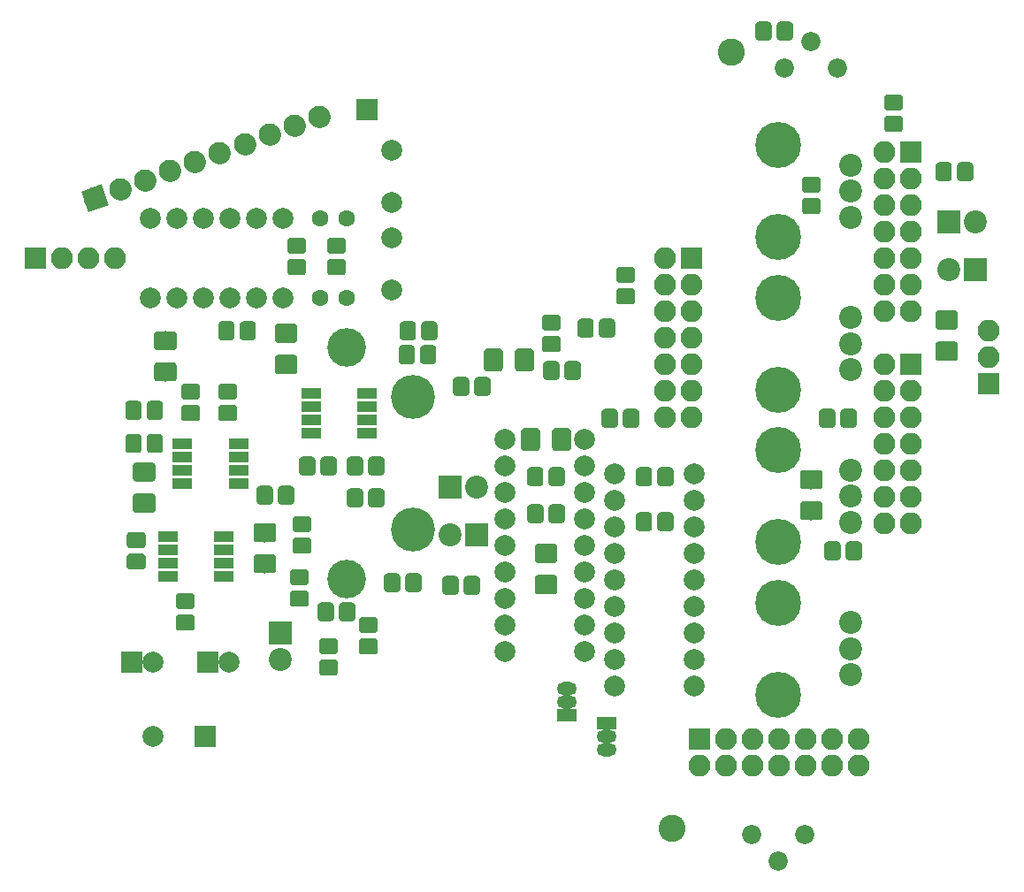
<source format=gbr>
G04 #@! TF.GenerationSoftware,KiCad,Pcbnew,(5.0.0)*
G04 #@! TF.CreationDate,2018-10-02T15:30:55-05:00*
G04 #@! TF.ProjectId,FinalDistCircuit,46696E616C4469737443697263756974,rev?*
G04 #@! TF.SameCoordinates,Original*
G04 #@! TF.FileFunction,Soldermask,Bot*
G04 #@! TF.FilePolarity,Negative*
%FSLAX46Y46*%
G04 Gerber Fmt 4.6, Leading zero omitted, Abs format (unit mm)*
G04 Created by KiCad (PCBNEW (5.0.0)) date 10/02/18 15:30:55*
%MOMM*%
%LPD*%
G01*
G04 APERTURE LIST*
%ADD10C,4.400000*%
%ADD11C,2.200000*%
%ADD12R,2.000000X2.000000*%
%ADD13C,2.000000*%
%ADD14C,4.210000*%
%ADD15C,3.702000*%
%ADD16O,2.100000X2.100000*%
%ADD17R,2.100000X2.100000*%
%ADD18C,0.100000*%
%ADD19C,1.550000*%
%ADD20C,2.100000*%
%ADD21C,2.100000*%
%ADD22C,1.840000*%
%ADD23C,1.825000*%
%ADD24R,2.200000X2.200000*%
%ADD25O,1.900000X1.300000*%
%ADD26R,1.900000X1.300000*%
%ADD27C,1.600000*%
%ADD28R,1.950000X1.000000*%
%ADD29C,2.600000*%
G04 APERTURE END LIST*
D10*
G04 #@! TO.C,BASS*
X118730000Y-161930000D03*
X118730000Y-170730000D03*
D11*
X125730000Y-163830000D03*
X125730000Y-166330000D03*
X125730000Y-168830000D03*
G04 #@! TD*
D12*
G04 #@! TO.C,C10*
X63881000Y-174752000D03*
D13*
X58881000Y-174752000D03*
G04 #@! TD*
D14*
G04 #@! TO.C,9V1*
X83819999Y-154940000D03*
X83820000Y-142239999D03*
D15*
X77470000Y-137477500D03*
X77469999Y-159702500D03*
G04 #@! TD*
D16*
G04 #@! TO.C,Jack1*
X138938000Y-135890000D03*
X138938000Y-138430000D03*
D17*
X138938000Y-140970000D03*
G04 #@! TD*
D18*
G04 #@! TO.C,R28*
G36*
X62572071Y-161015623D02*
X62604781Y-161020475D01*
X62636857Y-161028509D01*
X62667991Y-161039649D01*
X62697884Y-161053787D01*
X62726247Y-161070787D01*
X62752807Y-161090485D01*
X62777308Y-161112692D01*
X62799515Y-161137193D01*
X62819213Y-161163753D01*
X62836213Y-161192116D01*
X62850351Y-161222009D01*
X62861491Y-161253143D01*
X62869525Y-161285219D01*
X62874377Y-161317929D01*
X62876000Y-161350956D01*
X62876000Y-162227044D01*
X62874377Y-162260071D01*
X62869525Y-162292781D01*
X62861491Y-162324857D01*
X62850351Y-162355991D01*
X62836213Y-162385884D01*
X62819213Y-162414247D01*
X62799515Y-162440807D01*
X62777308Y-162465308D01*
X62752807Y-162487515D01*
X62726247Y-162507213D01*
X62697884Y-162524213D01*
X62667991Y-162538351D01*
X62636857Y-162549491D01*
X62604781Y-162557525D01*
X62572071Y-162562377D01*
X62539044Y-162564000D01*
X61412956Y-162564000D01*
X61379929Y-162562377D01*
X61347219Y-162557525D01*
X61315143Y-162549491D01*
X61284009Y-162538351D01*
X61254116Y-162524213D01*
X61225753Y-162507213D01*
X61199193Y-162487515D01*
X61174692Y-162465308D01*
X61152485Y-162440807D01*
X61132787Y-162414247D01*
X61115787Y-162385884D01*
X61101649Y-162355991D01*
X61090509Y-162324857D01*
X61082475Y-162292781D01*
X61077623Y-162260071D01*
X61076000Y-162227044D01*
X61076000Y-161350956D01*
X61077623Y-161317929D01*
X61082475Y-161285219D01*
X61090509Y-161253143D01*
X61101649Y-161222009D01*
X61115787Y-161192116D01*
X61132787Y-161163753D01*
X61152485Y-161137193D01*
X61174692Y-161112692D01*
X61199193Y-161090485D01*
X61225753Y-161070787D01*
X61254116Y-161053787D01*
X61284009Y-161039649D01*
X61315143Y-161028509D01*
X61347219Y-161020475D01*
X61379929Y-161015623D01*
X61412956Y-161014000D01*
X62539044Y-161014000D01*
X62572071Y-161015623D01*
X62572071Y-161015623D01*
G37*
D19*
X61976000Y-161789000D03*
D18*
G36*
X62572071Y-163065623D02*
X62604781Y-163070475D01*
X62636857Y-163078509D01*
X62667991Y-163089649D01*
X62697884Y-163103787D01*
X62726247Y-163120787D01*
X62752807Y-163140485D01*
X62777308Y-163162692D01*
X62799515Y-163187193D01*
X62819213Y-163213753D01*
X62836213Y-163242116D01*
X62850351Y-163272009D01*
X62861491Y-163303143D01*
X62869525Y-163335219D01*
X62874377Y-163367929D01*
X62876000Y-163400956D01*
X62876000Y-164277044D01*
X62874377Y-164310071D01*
X62869525Y-164342781D01*
X62861491Y-164374857D01*
X62850351Y-164405991D01*
X62836213Y-164435884D01*
X62819213Y-164464247D01*
X62799515Y-164490807D01*
X62777308Y-164515308D01*
X62752807Y-164537515D01*
X62726247Y-164557213D01*
X62697884Y-164574213D01*
X62667991Y-164588351D01*
X62636857Y-164599491D01*
X62604781Y-164607525D01*
X62572071Y-164612377D01*
X62539044Y-164614000D01*
X61412956Y-164614000D01*
X61379929Y-164612377D01*
X61347219Y-164607525D01*
X61315143Y-164599491D01*
X61284009Y-164588351D01*
X61254116Y-164574213D01*
X61225753Y-164557213D01*
X61199193Y-164537515D01*
X61174692Y-164515308D01*
X61152485Y-164490807D01*
X61132787Y-164464247D01*
X61115787Y-164435884D01*
X61101649Y-164405991D01*
X61090509Y-164374857D01*
X61082475Y-164342781D01*
X61077623Y-164310071D01*
X61076000Y-164277044D01*
X61076000Y-163400956D01*
X61077623Y-163367929D01*
X61082475Y-163335219D01*
X61090509Y-163303143D01*
X61101649Y-163272009D01*
X61115787Y-163242116D01*
X61132787Y-163213753D01*
X61152485Y-163187193D01*
X61174692Y-163162692D01*
X61199193Y-163140485D01*
X61225753Y-163120787D01*
X61254116Y-163103787D01*
X61284009Y-163089649D01*
X61315143Y-163078509D01*
X61347219Y-163070475D01*
X61379929Y-163065623D01*
X61412956Y-163064000D01*
X62539044Y-163064000D01*
X62572071Y-163065623D01*
X62572071Y-163065623D01*
G37*
D19*
X61976000Y-163839000D03*
G04 #@! TD*
D18*
G04 #@! TO.C,R22*
G36*
X57873071Y-155173623D02*
X57905781Y-155178475D01*
X57937857Y-155186509D01*
X57968991Y-155197649D01*
X57998884Y-155211787D01*
X58027247Y-155228787D01*
X58053807Y-155248485D01*
X58078308Y-155270692D01*
X58100515Y-155295193D01*
X58120213Y-155321753D01*
X58137213Y-155350116D01*
X58151351Y-155380009D01*
X58162491Y-155411143D01*
X58170525Y-155443219D01*
X58175377Y-155475929D01*
X58177000Y-155508956D01*
X58177000Y-156385044D01*
X58175377Y-156418071D01*
X58170525Y-156450781D01*
X58162491Y-156482857D01*
X58151351Y-156513991D01*
X58137213Y-156543884D01*
X58120213Y-156572247D01*
X58100515Y-156598807D01*
X58078308Y-156623308D01*
X58053807Y-156645515D01*
X58027247Y-156665213D01*
X57998884Y-156682213D01*
X57968991Y-156696351D01*
X57937857Y-156707491D01*
X57905781Y-156715525D01*
X57873071Y-156720377D01*
X57840044Y-156722000D01*
X56713956Y-156722000D01*
X56680929Y-156720377D01*
X56648219Y-156715525D01*
X56616143Y-156707491D01*
X56585009Y-156696351D01*
X56555116Y-156682213D01*
X56526753Y-156665213D01*
X56500193Y-156645515D01*
X56475692Y-156623308D01*
X56453485Y-156598807D01*
X56433787Y-156572247D01*
X56416787Y-156543884D01*
X56402649Y-156513991D01*
X56391509Y-156482857D01*
X56383475Y-156450781D01*
X56378623Y-156418071D01*
X56377000Y-156385044D01*
X56377000Y-155508956D01*
X56378623Y-155475929D01*
X56383475Y-155443219D01*
X56391509Y-155411143D01*
X56402649Y-155380009D01*
X56416787Y-155350116D01*
X56433787Y-155321753D01*
X56453485Y-155295193D01*
X56475692Y-155270692D01*
X56500193Y-155248485D01*
X56526753Y-155228787D01*
X56555116Y-155211787D01*
X56585009Y-155197649D01*
X56616143Y-155186509D01*
X56648219Y-155178475D01*
X56680929Y-155173623D01*
X56713956Y-155172000D01*
X57840044Y-155172000D01*
X57873071Y-155173623D01*
X57873071Y-155173623D01*
G37*
D19*
X57277000Y-155947000D03*
D18*
G36*
X57873071Y-157223623D02*
X57905781Y-157228475D01*
X57937857Y-157236509D01*
X57968991Y-157247649D01*
X57998884Y-157261787D01*
X58027247Y-157278787D01*
X58053807Y-157298485D01*
X58078308Y-157320692D01*
X58100515Y-157345193D01*
X58120213Y-157371753D01*
X58137213Y-157400116D01*
X58151351Y-157430009D01*
X58162491Y-157461143D01*
X58170525Y-157493219D01*
X58175377Y-157525929D01*
X58177000Y-157558956D01*
X58177000Y-158435044D01*
X58175377Y-158468071D01*
X58170525Y-158500781D01*
X58162491Y-158532857D01*
X58151351Y-158563991D01*
X58137213Y-158593884D01*
X58120213Y-158622247D01*
X58100515Y-158648807D01*
X58078308Y-158673308D01*
X58053807Y-158695515D01*
X58027247Y-158715213D01*
X57998884Y-158732213D01*
X57968991Y-158746351D01*
X57937857Y-158757491D01*
X57905781Y-158765525D01*
X57873071Y-158770377D01*
X57840044Y-158772000D01*
X56713956Y-158772000D01*
X56680929Y-158770377D01*
X56648219Y-158765525D01*
X56616143Y-158757491D01*
X56585009Y-158746351D01*
X56555116Y-158732213D01*
X56526753Y-158715213D01*
X56500193Y-158695515D01*
X56475692Y-158673308D01*
X56453485Y-158648807D01*
X56433787Y-158622247D01*
X56416787Y-158593884D01*
X56402649Y-158563991D01*
X56391509Y-158532857D01*
X56383475Y-158500781D01*
X56378623Y-158468071D01*
X56377000Y-158435044D01*
X56377000Y-157558956D01*
X56378623Y-157525929D01*
X56383475Y-157493219D01*
X56391509Y-157461143D01*
X56402649Y-157430009D01*
X56416787Y-157400116D01*
X56433787Y-157371753D01*
X56453485Y-157345193D01*
X56475692Y-157320692D01*
X56500193Y-157298485D01*
X56526753Y-157278787D01*
X56555116Y-157261787D01*
X56585009Y-157247649D01*
X56616143Y-157236509D01*
X56648219Y-157228475D01*
X56680929Y-157223623D01*
X56713956Y-157222000D01*
X57840044Y-157222000D01*
X57873071Y-157223623D01*
X57873071Y-157223623D01*
G37*
D19*
X57277000Y-157997000D03*
G04 #@! TD*
D20*
G04 #@! TO.C,PickupInputs1*
X74821373Y-115371420D03*
D21*
X74821373Y-115371420D02*
X74821373Y-115371420D01*
D20*
X72434554Y-116240151D03*
D21*
X72434554Y-116240151D02*
X72434554Y-116240151D01*
D20*
X70047735Y-117108882D03*
D21*
X70047735Y-117108882D02*
X70047735Y-117108882D01*
D20*
X67660916Y-117977613D03*
D21*
X67660916Y-117977613D02*
X67660916Y-117977613D01*
D20*
X65274096Y-118846344D03*
D21*
X65274096Y-118846344D02*
X65274096Y-118846344D01*
D20*
X62887277Y-119715075D03*
D21*
X62887277Y-119715075D02*
X62887277Y-119715075D01*
D20*
X60500458Y-120583807D03*
D21*
X60500458Y-120583807D02*
X60500458Y-120583807D01*
D20*
X58113639Y-121452538D03*
D21*
X58113639Y-121452538D02*
X58113639Y-121452538D01*
D20*
X55726819Y-122321269D03*
D21*
X55726819Y-122321269D02*
X55726819Y-122321269D01*
D20*
X53340000Y-123190000D03*
D18*
G36*
X54685798Y-123817556D02*
X52712444Y-124535798D01*
X51994202Y-122562444D01*
X53967556Y-121844202D01*
X54685798Y-123817556D01*
X54685798Y-123817556D01*
G37*
G04 #@! TD*
D17*
G04 #@! TO.C,BridgeTonePot1*
X131445000Y-118745000D03*
D16*
X128905000Y-118745000D03*
X131445000Y-121285000D03*
X128905000Y-121285000D03*
X131445000Y-123825000D03*
X128905000Y-123825000D03*
X131445000Y-126365000D03*
X128905000Y-126365000D03*
X131445000Y-128905000D03*
X128905000Y-128905000D03*
X131445000Y-131445000D03*
X128905000Y-131445000D03*
X131445000Y-133985000D03*
X128905000Y-133985000D03*
G04 #@! TD*
G04 #@! TO.C,NeckTonePot1*
X128905000Y-154305000D03*
X131445000Y-154305000D03*
X128905000Y-151765000D03*
X131445000Y-151765000D03*
X128905000Y-149225000D03*
X131445000Y-149225000D03*
X128905000Y-146685000D03*
X131445000Y-146685000D03*
X128905000Y-144145000D03*
X131445000Y-144145000D03*
X128905000Y-141605000D03*
X131445000Y-141605000D03*
X128905000Y-139065000D03*
D17*
X131445000Y-139065000D03*
G04 #@! TD*
D13*
G04 #@! TO.C,6pdt2*
X110744000Y-169926000D03*
X103124000Y-169926000D03*
X110744000Y-167386000D03*
X103124000Y-167386000D03*
X110744000Y-164846000D03*
X103124000Y-164846000D03*
X110744000Y-162306000D03*
X103124000Y-162306000D03*
X110744000Y-159766000D03*
X103124000Y-159766000D03*
X110744000Y-157226000D03*
X103124000Y-157226000D03*
X110744000Y-154686000D03*
X103124000Y-154686000D03*
X110744000Y-152146000D03*
X103124000Y-152146000D03*
X110744000Y-149606000D03*
X103124000Y-149606000D03*
G04 #@! TD*
D22*
G04 #@! TO.C,TRANGAIN1*
X121285000Y-184150000D03*
X118745000Y-186690000D03*
X116205000Y-184150000D03*
G04 #@! TD*
D16*
G04 #@! TO.C,3WaySwitch1*
X55245000Y-128905000D03*
X52705000Y-128905000D03*
X50165000Y-128905000D03*
D17*
X47625000Y-128905000D03*
G04 #@! TD*
D13*
G04 #@! TO.C,4pdt1*
X58674000Y-132715000D03*
X61214000Y-132715000D03*
X63754000Y-132715000D03*
X66294000Y-132715000D03*
X68834000Y-132715000D03*
X71374000Y-132715000D03*
X71374000Y-125095000D03*
X68834000Y-125095000D03*
X66294000Y-125095000D03*
X63754000Y-125095000D03*
X61214000Y-125095000D03*
X58674000Y-125095000D03*
G04 #@! TD*
G04 #@! TO.C,6pdt1*
X92583000Y-146304000D03*
X100203000Y-146304000D03*
X92583000Y-148844000D03*
X100203000Y-148844000D03*
X92583000Y-151384000D03*
X100203000Y-151384000D03*
X92583000Y-153924000D03*
X100203000Y-153924000D03*
X92583000Y-156464000D03*
X100203000Y-156464000D03*
X92583000Y-159004000D03*
X100203000Y-159004000D03*
X92583000Y-161544000D03*
X100203000Y-161544000D03*
X92583000Y-164084000D03*
X100203000Y-164084000D03*
X92583000Y-166624000D03*
X100203000Y-166624000D03*
G04 #@! TD*
D16*
G04 #@! TO.C,BridgeVolPot1*
X107950000Y-144145000D03*
X110490000Y-144145000D03*
X107950000Y-141605000D03*
X110490000Y-141605000D03*
X107950000Y-139065000D03*
X110490000Y-139065000D03*
X107950000Y-136525000D03*
X110490000Y-136525000D03*
X107950000Y-133985000D03*
X110490000Y-133985000D03*
X107950000Y-131445000D03*
X110490000Y-131445000D03*
X107950000Y-128905000D03*
D17*
X110490000Y-128905000D03*
G04 #@! TD*
D13*
G04 #@! TO.C,C2*
X81788000Y-118618000D03*
X81788000Y-123618000D03*
G04 #@! TD*
D18*
G04 #@! TO.C,C3*
G36*
X92100207Y-137610542D02*
X92131287Y-137615152D01*
X92161766Y-137622787D01*
X92191350Y-137633372D01*
X92219754Y-137646806D01*
X92246704Y-137662959D01*
X92271942Y-137681677D01*
X92295223Y-137702777D01*
X92316323Y-137726058D01*
X92335041Y-137751296D01*
X92351194Y-137778246D01*
X92364628Y-137806650D01*
X92375213Y-137836234D01*
X92382848Y-137866713D01*
X92387458Y-137897793D01*
X92389000Y-137929176D01*
X92389000Y-139438824D01*
X92387458Y-139470207D01*
X92382848Y-139501287D01*
X92375213Y-139531766D01*
X92364628Y-139561350D01*
X92351194Y-139589754D01*
X92335041Y-139616704D01*
X92316323Y-139641942D01*
X92295223Y-139665223D01*
X92271942Y-139686323D01*
X92246704Y-139705041D01*
X92219754Y-139721194D01*
X92191350Y-139734628D01*
X92161766Y-139745213D01*
X92131287Y-139752848D01*
X92100207Y-139757458D01*
X92068824Y-139759000D01*
X90884176Y-139759000D01*
X90852793Y-139757458D01*
X90821713Y-139752848D01*
X90791234Y-139745213D01*
X90761650Y-139734628D01*
X90733246Y-139721194D01*
X90706296Y-139705041D01*
X90681058Y-139686323D01*
X90657777Y-139665223D01*
X90636677Y-139641942D01*
X90617959Y-139616704D01*
X90601806Y-139589754D01*
X90588372Y-139561350D01*
X90577787Y-139531766D01*
X90570152Y-139501287D01*
X90565542Y-139470207D01*
X90564000Y-139438824D01*
X90564000Y-137929176D01*
X90565542Y-137897793D01*
X90570152Y-137866713D01*
X90577787Y-137836234D01*
X90588372Y-137806650D01*
X90601806Y-137778246D01*
X90617959Y-137751296D01*
X90636677Y-137726058D01*
X90657777Y-137702777D01*
X90681058Y-137681677D01*
X90706296Y-137662959D01*
X90733246Y-137646806D01*
X90761650Y-137633372D01*
X90791234Y-137622787D01*
X90821713Y-137615152D01*
X90852793Y-137610542D01*
X90884176Y-137609000D01*
X92068824Y-137609000D01*
X92100207Y-137610542D01*
X92100207Y-137610542D01*
G37*
D23*
X91476500Y-138684000D03*
D18*
G36*
X95075207Y-137610542D02*
X95106287Y-137615152D01*
X95136766Y-137622787D01*
X95166350Y-137633372D01*
X95194754Y-137646806D01*
X95221704Y-137662959D01*
X95246942Y-137681677D01*
X95270223Y-137702777D01*
X95291323Y-137726058D01*
X95310041Y-137751296D01*
X95326194Y-137778246D01*
X95339628Y-137806650D01*
X95350213Y-137836234D01*
X95357848Y-137866713D01*
X95362458Y-137897793D01*
X95364000Y-137929176D01*
X95364000Y-139438824D01*
X95362458Y-139470207D01*
X95357848Y-139501287D01*
X95350213Y-139531766D01*
X95339628Y-139561350D01*
X95326194Y-139589754D01*
X95310041Y-139616704D01*
X95291323Y-139641942D01*
X95270223Y-139665223D01*
X95246942Y-139686323D01*
X95221704Y-139705041D01*
X95194754Y-139721194D01*
X95166350Y-139734628D01*
X95136766Y-139745213D01*
X95106287Y-139752848D01*
X95075207Y-139757458D01*
X95043824Y-139759000D01*
X93859176Y-139759000D01*
X93827793Y-139757458D01*
X93796713Y-139752848D01*
X93766234Y-139745213D01*
X93736650Y-139734628D01*
X93708246Y-139721194D01*
X93681296Y-139705041D01*
X93656058Y-139686323D01*
X93632777Y-139665223D01*
X93611677Y-139641942D01*
X93592959Y-139616704D01*
X93576806Y-139589754D01*
X93563372Y-139561350D01*
X93552787Y-139531766D01*
X93545152Y-139501287D01*
X93540542Y-139470207D01*
X93539000Y-139438824D01*
X93539000Y-137929176D01*
X93540542Y-137897793D01*
X93545152Y-137866713D01*
X93552787Y-137836234D01*
X93563372Y-137806650D01*
X93576806Y-137778246D01*
X93592959Y-137751296D01*
X93611677Y-137726058D01*
X93632777Y-137702777D01*
X93656058Y-137681677D01*
X93681296Y-137662959D01*
X93708246Y-137646806D01*
X93736650Y-137633372D01*
X93766234Y-137622787D01*
X93796713Y-137615152D01*
X93827793Y-137610542D01*
X93859176Y-137609000D01*
X95043824Y-137609000D01*
X95075207Y-137610542D01*
X95075207Y-137610542D01*
G37*
D23*
X94451500Y-138684000D03*
G04 #@! TD*
D13*
G04 #@! TO.C,C6*
X81788000Y-132000000D03*
X81788000Y-127000000D03*
G04 #@! TD*
D18*
G04 #@! TO.C,C7*
G36*
X98631207Y-145230542D02*
X98662287Y-145235152D01*
X98692766Y-145242787D01*
X98722350Y-145253372D01*
X98750754Y-145266806D01*
X98777704Y-145282959D01*
X98802942Y-145301677D01*
X98826223Y-145322777D01*
X98847323Y-145346058D01*
X98866041Y-145371296D01*
X98882194Y-145398246D01*
X98895628Y-145426650D01*
X98906213Y-145456234D01*
X98913848Y-145486713D01*
X98918458Y-145517793D01*
X98920000Y-145549176D01*
X98920000Y-147058824D01*
X98918458Y-147090207D01*
X98913848Y-147121287D01*
X98906213Y-147151766D01*
X98895628Y-147181350D01*
X98882194Y-147209754D01*
X98866041Y-147236704D01*
X98847323Y-147261942D01*
X98826223Y-147285223D01*
X98802942Y-147306323D01*
X98777704Y-147325041D01*
X98750754Y-147341194D01*
X98722350Y-147354628D01*
X98692766Y-147365213D01*
X98662287Y-147372848D01*
X98631207Y-147377458D01*
X98599824Y-147379000D01*
X97415176Y-147379000D01*
X97383793Y-147377458D01*
X97352713Y-147372848D01*
X97322234Y-147365213D01*
X97292650Y-147354628D01*
X97264246Y-147341194D01*
X97237296Y-147325041D01*
X97212058Y-147306323D01*
X97188777Y-147285223D01*
X97167677Y-147261942D01*
X97148959Y-147236704D01*
X97132806Y-147209754D01*
X97119372Y-147181350D01*
X97108787Y-147151766D01*
X97101152Y-147121287D01*
X97096542Y-147090207D01*
X97095000Y-147058824D01*
X97095000Y-145549176D01*
X97096542Y-145517793D01*
X97101152Y-145486713D01*
X97108787Y-145456234D01*
X97119372Y-145426650D01*
X97132806Y-145398246D01*
X97148959Y-145371296D01*
X97167677Y-145346058D01*
X97188777Y-145322777D01*
X97212058Y-145301677D01*
X97237296Y-145282959D01*
X97264246Y-145266806D01*
X97292650Y-145253372D01*
X97322234Y-145242787D01*
X97352713Y-145235152D01*
X97383793Y-145230542D01*
X97415176Y-145229000D01*
X98599824Y-145229000D01*
X98631207Y-145230542D01*
X98631207Y-145230542D01*
G37*
D23*
X98007500Y-146304000D03*
D18*
G36*
X95656207Y-145230542D02*
X95687287Y-145235152D01*
X95717766Y-145242787D01*
X95747350Y-145253372D01*
X95775754Y-145266806D01*
X95802704Y-145282959D01*
X95827942Y-145301677D01*
X95851223Y-145322777D01*
X95872323Y-145346058D01*
X95891041Y-145371296D01*
X95907194Y-145398246D01*
X95920628Y-145426650D01*
X95931213Y-145456234D01*
X95938848Y-145486713D01*
X95943458Y-145517793D01*
X95945000Y-145549176D01*
X95945000Y-147058824D01*
X95943458Y-147090207D01*
X95938848Y-147121287D01*
X95931213Y-147151766D01*
X95920628Y-147181350D01*
X95907194Y-147209754D01*
X95891041Y-147236704D01*
X95872323Y-147261942D01*
X95851223Y-147285223D01*
X95827942Y-147306323D01*
X95802704Y-147325041D01*
X95775754Y-147341194D01*
X95747350Y-147354628D01*
X95717766Y-147365213D01*
X95687287Y-147372848D01*
X95656207Y-147377458D01*
X95624824Y-147379000D01*
X94440176Y-147379000D01*
X94408793Y-147377458D01*
X94377713Y-147372848D01*
X94347234Y-147365213D01*
X94317650Y-147354628D01*
X94289246Y-147341194D01*
X94262296Y-147325041D01*
X94237058Y-147306323D01*
X94213777Y-147285223D01*
X94192677Y-147261942D01*
X94173959Y-147236704D01*
X94157806Y-147209754D01*
X94144372Y-147181350D01*
X94133787Y-147151766D01*
X94126152Y-147121287D01*
X94121542Y-147090207D01*
X94120000Y-147058824D01*
X94120000Y-145549176D01*
X94121542Y-145517793D01*
X94126152Y-145486713D01*
X94133787Y-145456234D01*
X94144372Y-145426650D01*
X94157806Y-145398246D01*
X94173959Y-145371296D01*
X94192677Y-145346058D01*
X94213777Y-145322777D01*
X94237058Y-145301677D01*
X94262296Y-145282959D01*
X94289246Y-145266806D01*
X94317650Y-145253372D01*
X94347234Y-145242787D01*
X94377713Y-145235152D01*
X94408793Y-145230542D01*
X94440176Y-145229000D01*
X95624824Y-145229000D01*
X95656207Y-145230542D01*
X95656207Y-145230542D01*
G37*
D23*
X95032500Y-146304000D03*
G04 #@! TD*
D18*
G04 #@! TO.C,C8*
G36*
X74122071Y-147945623D02*
X74154781Y-147950475D01*
X74186857Y-147958509D01*
X74217991Y-147969649D01*
X74247884Y-147983787D01*
X74276247Y-148000787D01*
X74302807Y-148020485D01*
X74327308Y-148042692D01*
X74349515Y-148067193D01*
X74369213Y-148093753D01*
X74386213Y-148122116D01*
X74400351Y-148152009D01*
X74411491Y-148183143D01*
X74419525Y-148215219D01*
X74424377Y-148247929D01*
X74426000Y-148280956D01*
X74426000Y-149407044D01*
X74424377Y-149440071D01*
X74419525Y-149472781D01*
X74411491Y-149504857D01*
X74400351Y-149535991D01*
X74386213Y-149565884D01*
X74369213Y-149594247D01*
X74349515Y-149620807D01*
X74327308Y-149645308D01*
X74302807Y-149667515D01*
X74276247Y-149687213D01*
X74247884Y-149704213D01*
X74217991Y-149718351D01*
X74186857Y-149729491D01*
X74154781Y-149737525D01*
X74122071Y-149742377D01*
X74089044Y-149744000D01*
X73212956Y-149744000D01*
X73179929Y-149742377D01*
X73147219Y-149737525D01*
X73115143Y-149729491D01*
X73084009Y-149718351D01*
X73054116Y-149704213D01*
X73025753Y-149687213D01*
X72999193Y-149667515D01*
X72974692Y-149645308D01*
X72952485Y-149620807D01*
X72932787Y-149594247D01*
X72915787Y-149565884D01*
X72901649Y-149535991D01*
X72890509Y-149504857D01*
X72882475Y-149472781D01*
X72877623Y-149440071D01*
X72876000Y-149407044D01*
X72876000Y-148280956D01*
X72877623Y-148247929D01*
X72882475Y-148215219D01*
X72890509Y-148183143D01*
X72901649Y-148152009D01*
X72915787Y-148122116D01*
X72932787Y-148093753D01*
X72952485Y-148067193D01*
X72974692Y-148042692D01*
X72999193Y-148020485D01*
X73025753Y-148000787D01*
X73054116Y-147983787D01*
X73084009Y-147969649D01*
X73115143Y-147958509D01*
X73147219Y-147950475D01*
X73179929Y-147945623D01*
X73212956Y-147944000D01*
X74089044Y-147944000D01*
X74122071Y-147945623D01*
X74122071Y-147945623D01*
G37*
D19*
X73651000Y-148844000D03*
D18*
G36*
X76172071Y-147945623D02*
X76204781Y-147950475D01*
X76236857Y-147958509D01*
X76267991Y-147969649D01*
X76297884Y-147983787D01*
X76326247Y-148000787D01*
X76352807Y-148020485D01*
X76377308Y-148042692D01*
X76399515Y-148067193D01*
X76419213Y-148093753D01*
X76436213Y-148122116D01*
X76450351Y-148152009D01*
X76461491Y-148183143D01*
X76469525Y-148215219D01*
X76474377Y-148247929D01*
X76476000Y-148280956D01*
X76476000Y-149407044D01*
X76474377Y-149440071D01*
X76469525Y-149472781D01*
X76461491Y-149504857D01*
X76450351Y-149535991D01*
X76436213Y-149565884D01*
X76419213Y-149594247D01*
X76399515Y-149620807D01*
X76377308Y-149645308D01*
X76352807Y-149667515D01*
X76326247Y-149687213D01*
X76297884Y-149704213D01*
X76267991Y-149718351D01*
X76236857Y-149729491D01*
X76204781Y-149737525D01*
X76172071Y-149742377D01*
X76139044Y-149744000D01*
X75262956Y-149744000D01*
X75229929Y-149742377D01*
X75197219Y-149737525D01*
X75165143Y-149729491D01*
X75134009Y-149718351D01*
X75104116Y-149704213D01*
X75075753Y-149687213D01*
X75049193Y-149667515D01*
X75024692Y-149645308D01*
X75002485Y-149620807D01*
X74982787Y-149594247D01*
X74965787Y-149565884D01*
X74951649Y-149535991D01*
X74940509Y-149504857D01*
X74932475Y-149472781D01*
X74927623Y-149440071D01*
X74926000Y-149407044D01*
X74926000Y-148280956D01*
X74927623Y-148247929D01*
X74932475Y-148215219D01*
X74940509Y-148183143D01*
X74951649Y-148152009D01*
X74965787Y-148122116D01*
X74982787Y-148093753D01*
X75002485Y-148067193D01*
X75024692Y-148042692D01*
X75049193Y-148020485D01*
X75075753Y-148000787D01*
X75104116Y-147983787D01*
X75134009Y-147969649D01*
X75165143Y-147958509D01*
X75197219Y-147950475D01*
X75229929Y-147945623D01*
X75262956Y-147944000D01*
X76139044Y-147944000D01*
X76172071Y-147945623D01*
X76172071Y-147945623D01*
G37*
D19*
X75701000Y-148844000D03*
G04 #@! TD*
D18*
G04 #@! TO.C,C11*
G36*
X58825207Y-148514042D02*
X58856287Y-148518652D01*
X58886766Y-148526287D01*
X58916350Y-148536872D01*
X58944754Y-148550306D01*
X58971704Y-148566459D01*
X58996942Y-148585177D01*
X59020223Y-148606277D01*
X59041323Y-148629558D01*
X59060041Y-148654796D01*
X59076194Y-148681746D01*
X59089628Y-148710150D01*
X59100213Y-148739734D01*
X59107848Y-148770213D01*
X59112458Y-148801293D01*
X59114000Y-148832676D01*
X59114000Y-150017324D01*
X59112458Y-150048707D01*
X59107848Y-150079787D01*
X59100213Y-150110266D01*
X59089628Y-150139850D01*
X59076194Y-150168254D01*
X59060041Y-150195204D01*
X59041323Y-150220442D01*
X59020223Y-150243723D01*
X58996942Y-150264823D01*
X58971704Y-150283541D01*
X58944754Y-150299694D01*
X58916350Y-150313128D01*
X58886766Y-150323713D01*
X58856287Y-150331348D01*
X58825207Y-150335958D01*
X58793824Y-150337500D01*
X57284176Y-150337500D01*
X57252793Y-150335958D01*
X57221713Y-150331348D01*
X57191234Y-150323713D01*
X57161650Y-150313128D01*
X57133246Y-150299694D01*
X57106296Y-150283541D01*
X57081058Y-150264823D01*
X57057777Y-150243723D01*
X57036677Y-150220442D01*
X57017959Y-150195204D01*
X57001806Y-150168254D01*
X56988372Y-150139850D01*
X56977787Y-150110266D01*
X56970152Y-150079787D01*
X56965542Y-150048707D01*
X56964000Y-150017324D01*
X56964000Y-148832676D01*
X56965542Y-148801293D01*
X56970152Y-148770213D01*
X56977787Y-148739734D01*
X56988372Y-148710150D01*
X57001806Y-148681746D01*
X57017959Y-148654796D01*
X57036677Y-148629558D01*
X57057777Y-148606277D01*
X57081058Y-148585177D01*
X57106296Y-148566459D01*
X57133246Y-148550306D01*
X57161650Y-148536872D01*
X57191234Y-148526287D01*
X57221713Y-148518652D01*
X57252793Y-148514042D01*
X57284176Y-148512500D01*
X58793824Y-148512500D01*
X58825207Y-148514042D01*
X58825207Y-148514042D01*
G37*
D23*
X58039000Y-149425000D03*
D18*
G36*
X58825207Y-151489042D02*
X58856287Y-151493652D01*
X58886766Y-151501287D01*
X58916350Y-151511872D01*
X58944754Y-151525306D01*
X58971704Y-151541459D01*
X58996942Y-151560177D01*
X59020223Y-151581277D01*
X59041323Y-151604558D01*
X59060041Y-151629796D01*
X59076194Y-151656746D01*
X59089628Y-151685150D01*
X59100213Y-151714734D01*
X59107848Y-151745213D01*
X59112458Y-151776293D01*
X59114000Y-151807676D01*
X59114000Y-152992324D01*
X59112458Y-153023707D01*
X59107848Y-153054787D01*
X59100213Y-153085266D01*
X59089628Y-153114850D01*
X59076194Y-153143254D01*
X59060041Y-153170204D01*
X59041323Y-153195442D01*
X59020223Y-153218723D01*
X58996942Y-153239823D01*
X58971704Y-153258541D01*
X58944754Y-153274694D01*
X58916350Y-153288128D01*
X58886766Y-153298713D01*
X58856287Y-153306348D01*
X58825207Y-153310958D01*
X58793824Y-153312500D01*
X57284176Y-153312500D01*
X57252793Y-153310958D01*
X57221713Y-153306348D01*
X57191234Y-153298713D01*
X57161650Y-153288128D01*
X57133246Y-153274694D01*
X57106296Y-153258541D01*
X57081058Y-153239823D01*
X57057777Y-153218723D01*
X57036677Y-153195442D01*
X57017959Y-153170204D01*
X57001806Y-153143254D01*
X56988372Y-153114850D01*
X56977787Y-153085266D01*
X56970152Y-153054787D01*
X56965542Y-153023707D01*
X56964000Y-152992324D01*
X56964000Y-151807676D01*
X56965542Y-151776293D01*
X56970152Y-151745213D01*
X56977787Y-151714734D01*
X56988372Y-151685150D01*
X57001806Y-151656746D01*
X57017959Y-151629796D01*
X57036677Y-151604558D01*
X57057777Y-151581277D01*
X57081058Y-151560177D01*
X57106296Y-151541459D01*
X57133246Y-151525306D01*
X57161650Y-151511872D01*
X57191234Y-151501287D01*
X57221713Y-151493652D01*
X57252793Y-151489042D01*
X57284176Y-151487500D01*
X58793824Y-151487500D01*
X58825207Y-151489042D01*
X58825207Y-151489042D01*
G37*
D23*
X58039000Y-152400000D03*
G04 #@! TD*
D18*
G04 #@! TO.C,C12*
G36*
X119860071Y-106289623D02*
X119892781Y-106294475D01*
X119924857Y-106302509D01*
X119955991Y-106313649D01*
X119985884Y-106327787D01*
X120014247Y-106344787D01*
X120040807Y-106364485D01*
X120065308Y-106386692D01*
X120087515Y-106411193D01*
X120107213Y-106437753D01*
X120124213Y-106466116D01*
X120138351Y-106496009D01*
X120149491Y-106527143D01*
X120157525Y-106559219D01*
X120162377Y-106591929D01*
X120164000Y-106624956D01*
X120164000Y-107751044D01*
X120162377Y-107784071D01*
X120157525Y-107816781D01*
X120149491Y-107848857D01*
X120138351Y-107879991D01*
X120124213Y-107909884D01*
X120107213Y-107938247D01*
X120087515Y-107964807D01*
X120065308Y-107989308D01*
X120040807Y-108011515D01*
X120014247Y-108031213D01*
X119985884Y-108048213D01*
X119955991Y-108062351D01*
X119924857Y-108073491D01*
X119892781Y-108081525D01*
X119860071Y-108086377D01*
X119827044Y-108088000D01*
X118950956Y-108088000D01*
X118917929Y-108086377D01*
X118885219Y-108081525D01*
X118853143Y-108073491D01*
X118822009Y-108062351D01*
X118792116Y-108048213D01*
X118763753Y-108031213D01*
X118737193Y-108011515D01*
X118712692Y-107989308D01*
X118690485Y-107964807D01*
X118670787Y-107938247D01*
X118653787Y-107909884D01*
X118639649Y-107879991D01*
X118628509Y-107848857D01*
X118620475Y-107816781D01*
X118615623Y-107784071D01*
X118614000Y-107751044D01*
X118614000Y-106624956D01*
X118615623Y-106591929D01*
X118620475Y-106559219D01*
X118628509Y-106527143D01*
X118639649Y-106496009D01*
X118653787Y-106466116D01*
X118670787Y-106437753D01*
X118690485Y-106411193D01*
X118712692Y-106386692D01*
X118737193Y-106364485D01*
X118763753Y-106344787D01*
X118792116Y-106327787D01*
X118822009Y-106313649D01*
X118853143Y-106302509D01*
X118885219Y-106294475D01*
X118917929Y-106289623D01*
X118950956Y-106288000D01*
X119827044Y-106288000D01*
X119860071Y-106289623D01*
X119860071Y-106289623D01*
G37*
D19*
X119389000Y-107188000D03*
D18*
G36*
X117810071Y-106289623D02*
X117842781Y-106294475D01*
X117874857Y-106302509D01*
X117905991Y-106313649D01*
X117935884Y-106327787D01*
X117964247Y-106344787D01*
X117990807Y-106364485D01*
X118015308Y-106386692D01*
X118037515Y-106411193D01*
X118057213Y-106437753D01*
X118074213Y-106466116D01*
X118088351Y-106496009D01*
X118099491Y-106527143D01*
X118107525Y-106559219D01*
X118112377Y-106591929D01*
X118114000Y-106624956D01*
X118114000Y-107751044D01*
X118112377Y-107784071D01*
X118107525Y-107816781D01*
X118099491Y-107848857D01*
X118088351Y-107879991D01*
X118074213Y-107909884D01*
X118057213Y-107938247D01*
X118037515Y-107964807D01*
X118015308Y-107989308D01*
X117990807Y-108011515D01*
X117964247Y-108031213D01*
X117935884Y-108048213D01*
X117905991Y-108062351D01*
X117874857Y-108073491D01*
X117842781Y-108081525D01*
X117810071Y-108086377D01*
X117777044Y-108088000D01*
X116900956Y-108088000D01*
X116867929Y-108086377D01*
X116835219Y-108081525D01*
X116803143Y-108073491D01*
X116772009Y-108062351D01*
X116742116Y-108048213D01*
X116713753Y-108031213D01*
X116687193Y-108011515D01*
X116662692Y-107989308D01*
X116640485Y-107964807D01*
X116620787Y-107938247D01*
X116603787Y-107909884D01*
X116589649Y-107879991D01*
X116578509Y-107848857D01*
X116570475Y-107816781D01*
X116565623Y-107784071D01*
X116564000Y-107751044D01*
X116564000Y-106624956D01*
X116565623Y-106591929D01*
X116570475Y-106559219D01*
X116578509Y-106527143D01*
X116589649Y-106496009D01*
X116603787Y-106466116D01*
X116620787Y-106437753D01*
X116640485Y-106411193D01*
X116662692Y-106386692D01*
X116687193Y-106364485D01*
X116713753Y-106344787D01*
X116742116Y-106327787D01*
X116772009Y-106313649D01*
X116803143Y-106302509D01*
X116835219Y-106294475D01*
X116867929Y-106289623D01*
X116900956Y-106288000D01*
X117777044Y-106288000D01*
X117810071Y-106289623D01*
X117810071Y-106289623D01*
G37*
D19*
X117339000Y-107188000D03*
G04 #@! TD*
D18*
G04 #@! TO.C,C13*
G36*
X126464071Y-156073623D02*
X126496781Y-156078475D01*
X126528857Y-156086509D01*
X126559991Y-156097649D01*
X126589884Y-156111787D01*
X126618247Y-156128787D01*
X126644807Y-156148485D01*
X126669308Y-156170692D01*
X126691515Y-156195193D01*
X126711213Y-156221753D01*
X126728213Y-156250116D01*
X126742351Y-156280009D01*
X126753491Y-156311143D01*
X126761525Y-156343219D01*
X126766377Y-156375929D01*
X126768000Y-156408956D01*
X126768000Y-157535044D01*
X126766377Y-157568071D01*
X126761525Y-157600781D01*
X126753491Y-157632857D01*
X126742351Y-157663991D01*
X126728213Y-157693884D01*
X126711213Y-157722247D01*
X126691515Y-157748807D01*
X126669308Y-157773308D01*
X126644807Y-157795515D01*
X126618247Y-157815213D01*
X126589884Y-157832213D01*
X126559991Y-157846351D01*
X126528857Y-157857491D01*
X126496781Y-157865525D01*
X126464071Y-157870377D01*
X126431044Y-157872000D01*
X125554956Y-157872000D01*
X125521929Y-157870377D01*
X125489219Y-157865525D01*
X125457143Y-157857491D01*
X125426009Y-157846351D01*
X125396116Y-157832213D01*
X125367753Y-157815213D01*
X125341193Y-157795515D01*
X125316692Y-157773308D01*
X125294485Y-157748807D01*
X125274787Y-157722247D01*
X125257787Y-157693884D01*
X125243649Y-157663991D01*
X125232509Y-157632857D01*
X125224475Y-157600781D01*
X125219623Y-157568071D01*
X125218000Y-157535044D01*
X125218000Y-156408956D01*
X125219623Y-156375929D01*
X125224475Y-156343219D01*
X125232509Y-156311143D01*
X125243649Y-156280009D01*
X125257787Y-156250116D01*
X125274787Y-156221753D01*
X125294485Y-156195193D01*
X125316692Y-156170692D01*
X125341193Y-156148485D01*
X125367753Y-156128787D01*
X125396116Y-156111787D01*
X125426009Y-156097649D01*
X125457143Y-156086509D01*
X125489219Y-156078475D01*
X125521929Y-156073623D01*
X125554956Y-156072000D01*
X126431044Y-156072000D01*
X126464071Y-156073623D01*
X126464071Y-156073623D01*
G37*
D19*
X125993000Y-156972000D03*
D18*
G36*
X124414071Y-156073623D02*
X124446781Y-156078475D01*
X124478857Y-156086509D01*
X124509991Y-156097649D01*
X124539884Y-156111787D01*
X124568247Y-156128787D01*
X124594807Y-156148485D01*
X124619308Y-156170692D01*
X124641515Y-156195193D01*
X124661213Y-156221753D01*
X124678213Y-156250116D01*
X124692351Y-156280009D01*
X124703491Y-156311143D01*
X124711525Y-156343219D01*
X124716377Y-156375929D01*
X124718000Y-156408956D01*
X124718000Y-157535044D01*
X124716377Y-157568071D01*
X124711525Y-157600781D01*
X124703491Y-157632857D01*
X124692351Y-157663991D01*
X124678213Y-157693884D01*
X124661213Y-157722247D01*
X124641515Y-157748807D01*
X124619308Y-157773308D01*
X124594807Y-157795515D01*
X124568247Y-157815213D01*
X124539884Y-157832213D01*
X124509991Y-157846351D01*
X124478857Y-157857491D01*
X124446781Y-157865525D01*
X124414071Y-157870377D01*
X124381044Y-157872000D01*
X123504956Y-157872000D01*
X123471929Y-157870377D01*
X123439219Y-157865525D01*
X123407143Y-157857491D01*
X123376009Y-157846351D01*
X123346116Y-157832213D01*
X123317753Y-157815213D01*
X123291193Y-157795515D01*
X123266692Y-157773308D01*
X123244485Y-157748807D01*
X123224787Y-157722247D01*
X123207787Y-157693884D01*
X123193649Y-157663991D01*
X123182509Y-157632857D01*
X123174475Y-157600781D01*
X123169623Y-157568071D01*
X123168000Y-157535044D01*
X123168000Y-156408956D01*
X123169623Y-156375929D01*
X123174475Y-156343219D01*
X123182509Y-156311143D01*
X123193649Y-156280009D01*
X123207787Y-156250116D01*
X123224787Y-156221753D01*
X123244485Y-156195193D01*
X123266692Y-156170692D01*
X123291193Y-156148485D01*
X123317753Y-156128787D01*
X123346116Y-156111787D01*
X123376009Y-156097649D01*
X123407143Y-156086509D01*
X123439219Y-156078475D01*
X123471929Y-156073623D01*
X123504956Y-156072000D01*
X124381044Y-156072000D01*
X124414071Y-156073623D01*
X124414071Y-156073623D01*
G37*
D19*
X123943000Y-156972000D03*
G04 #@! TD*
D12*
G04 #@! TO.C,C14*
X64135000Y-167640000D03*
D13*
X66135000Y-167640000D03*
G04 #@! TD*
D18*
G04 #@! TO.C,C15*
G36*
X72414207Y-135233042D02*
X72445287Y-135237652D01*
X72475766Y-135245287D01*
X72505350Y-135255872D01*
X72533754Y-135269306D01*
X72560704Y-135285459D01*
X72585942Y-135304177D01*
X72609223Y-135325277D01*
X72630323Y-135348558D01*
X72649041Y-135373796D01*
X72665194Y-135400746D01*
X72678628Y-135429150D01*
X72689213Y-135458734D01*
X72696848Y-135489213D01*
X72701458Y-135520293D01*
X72703000Y-135551676D01*
X72703000Y-136736324D01*
X72701458Y-136767707D01*
X72696848Y-136798787D01*
X72689213Y-136829266D01*
X72678628Y-136858850D01*
X72665194Y-136887254D01*
X72649041Y-136914204D01*
X72630323Y-136939442D01*
X72609223Y-136962723D01*
X72585942Y-136983823D01*
X72560704Y-137002541D01*
X72533754Y-137018694D01*
X72505350Y-137032128D01*
X72475766Y-137042713D01*
X72445287Y-137050348D01*
X72414207Y-137054958D01*
X72382824Y-137056500D01*
X70873176Y-137056500D01*
X70841793Y-137054958D01*
X70810713Y-137050348D01*
X70780234Y-137042713D01*
X70750650Y-137032128D01*
X70722246Y-137018694D01*
X70695296Y-137002541D01*
X70670058Y-136983823D01*
X70646777Y-136962723D01*
X70625677Y-136939442D01*
X70606959Y-136914204D01*
X70590806Y-136887254D01*
X70577372Y-136858850D01*
X70566787Y-136829266D01*
X70559152Y-136798787D01*
X70554542Y-136767707D01*
X70553000Y-136736324D01*
X70553000Y-135551676D01*
X70554542Y-135520293D01*
X70559152Y-135489213D01*
X70566787Y-135458734D01*
X70577372Y-135429150D01*
X70590806Y-135400746D01*
X70606959Y-135373796D01*
X70625677Y-135348558D01*
X70646777Y-135325277D01*
X70670058Y-135304177D01*
X70695296Y-135285459D01*
X70722246Y-135269306D01*
X70750650Y-135255872D01*
X70780234Y-135245287D01*
X70810713Y-135237652D01*
X70841793Y-135233042D01*
X70873176Y-135231500D01*
X72382824Y-135231500D01*
X72414207Y-135233042D01*
X72414207Y-135233042D01*
G37*
D23*
X71628000Y-136144000D03*
D18*
G36*
X72414207Y-138208042D02*
X72445287Y-138212652D01*
X72475766Y-138220287D01*
X72505350Y-138230872D01*
X72533754Y-138244306D01*
X72560704Y-138260459D01*
X72585942Y-138279177D01*
X72609223Y-138300277D01*
X72630323Y-138323558D01*
X72649041Y-138348796D01*
X72665194Y-138375746D01*
X72678628Y-138404150D01*
X72689213Y-138433734D01*
X72696848Y-138464213D01*
X72701458Y-138495293D01*
X72703000Y-138526676D01*
X72703000Y-139711324D01*
X72701458Y-139742707D01*
X72696848Y-139773787D01*
X72689213Y-139804266D01*
X72678628Y-139833850D01*
X72665194Y-139862254D01*
X72649041Y-139889204D01*
X72630323Y-139914442D01*
X72609223Y-139937723D01*
X72585942Y-139958823D01*
X72560704Y-139977541D01*
X72533754Y-139993694D01*
X72505350Y-140007128D01*
X72475766Y-140017713D01*
X72445287Y-140025348D01*
X72414207Y-140029958D01*
X72382824Y-140031500D01*
X70873176Y-140031500D01*
X70841793Y-140029958D01*
X70810713Y-140025348D01*
X70780234Y-140017713D01*
X70750650Y-140007128D01*
X70722246Y-139993694D01*
X70695296Y-139977541D01*
X70670058Y-139958823D01*
X70646777Y-139937723D01*
X70625677Y-139914442D01*
X70606959Y-139889204D01*
X70590806Y-139862254D01*
X70577372Y-139833850D01*
X70566787Y-139804266D01*
X70559152Y-139773787D01*
X70554542Y-139742707D01*
X70553000Y-139711324D01*
X70553000Y-138526676D01*
X70554542Y-138495293D01*
X70559152Y-138464213D01*
X70566787Y-138433734D01*
X70577372Y-138404150D01*
X70590806Y-138375746D01*
X70606959Y-138348796D01*
X70625677Y-138323558D01*
X70646777Y-138300277D01*
X70670058Y-138279177D01*
X70695296Y-138260459D01*
X70722246Y-138244306D01*
X70750650Y-138230872D01*
X70780234Y-138220287D01*
X70810713Y-138212652D01*
X70841793Y-138208042D01*
X70873176Y-138206500D01*
X72382824Y-138206500D01*
X72414207Y-138208042D01*
X72414207Y-138208042D01*
G37*
D23*
X71628000Y-139119000D03*
G04 #@! TD*
D18*
G04 #@! TO.C,C16*
G36*
X122706207Y-149239542D02*
X122737287Y-149244152D01*
X122767766Y-149251787D01*
X122797350Y-149262372D01*
X122825754Y-149275806D01*
X122852704Y-149291959D01*
X122877942Y-149310677D01*
X122901223Y-149331777D01*
X122922323Y-149355058D01*
X122941041Y-149380296D01*
X122957194Y-149407246D01*
X122970628Y-149435650D01*
X122981213Y-149465234D01*
X122988848Y-149495713D01*
X122993458Y-149526793D01*
X122995000Y-149558176D01*
X122995000Y-150742824D01*
X122993458Y-150774207D01*
X122988848Y-150805287D01*
X122981213Y-150835766D01*
X122970628Y-150865350D01*
X122957194Y-150893754D01*
X122941041Y-150920704D01*
X122922323Y-150945942D01*
X122901223Y-150969223D01*
X122877942Y-150990323D01*
X122852704Y-151009041D01*
X122825754Y-151025194D01*
X122797350Y-151038628D01*
X122767766Y-151049213D01*
X122737287Y-151056848D01*
X122706207Y-151061458D01*
X122674824Y-151063000D01*
X121165176Y-151063000D01*
X121133793Y-151061458D01*
X121102713Y-151056848D01*
X121072234Y-151049213D01*
X121042650Y-151038628D01*
X121014246Y-151025194D01*
X120987296Y-151009041D01*
X120962058Y-150990323D01*
X120938777Y-150969223D01*
X120917677Y-150945942D01*
X120898959Y-150920704D01*
X120882806Y-150893754D01*
X120869372Y-150865350D01*
X120858787Y-150835766D01*
X120851152Y-150805287D01*
X120846542Y-150774207D01*
X120845000Y-150742824D01*
X120845000Y-149558176D01*
X120846542Y-149526793D01*
X120851152Y-149495713D01*
X120858787Y-149465234D01*
X120869372Y-149435650D01*
X120882806Y-149407246D01*
X120898959Y-149380296D01*
X120917677Y-149355058D01*
X120938777Y-149331777D01*
X120962058Y-149310677D01*
X120987296Y-149291959D01*
X121014246Y-149275806D01*
X121042650Y-149262372D01*
X121072234Y-149251787D01*
X121102713Y-149244152D01*
X121133793Y-149239542D01*
X121165176Y-149238000D01*
X122674824Y-149238000D01*
X122706207Y-149239542D01*
X122706207Y-149239542D01*
G37*
D23*
X121920000Y-150150500D03*
D18*
G36*
X122706207Y-152214542D02*
X122737287Y-152219152D01*
X122767766Y-152226787D01*
X122797350Y-152237372D01*
X122825754Y-152250806D01*
X122852704Y-152266959D01*
X122877942Y-152285677D01*
X122901223Y-152306777D01*
X122922323Y-152330058D01*
X122941041Y-152355296D01*
X122957194Y-152382246D01*
X122970628Y-152410650D01*
X122981213Y-152440234D01*
X122988848Y-152470713D01*
X122993458Y-152501793D01*
X122995000Y-152533176D01*
X122995000Y-153717824D01*
X122993458Y-153749207D01*
X122988848Y-153780287D01*
X122981213Y-153810766D01*
X122970628Y-153840350D01*
X122957194Y-153868754D01*
X122941041Y-153895704D01*
X122922323Y-153920942D01*
X122901223Y-153944223D01*
X122877942Y-153965323D01*
X122852704Y-153984041D01*
X122825754Y-154000194D01*
X122797350Y-154013628D01*
X122767766Y-154024213D01*
X122737287Y-154031848D01*
X122706207Y-154036458D01*
X122674824Y-154038000D01*
X121165176Y-154038000D01*
X121133793Y-154036458D01*
X121102713Y-154031848D01*
X121072234Y-154024213D01*
X121042650Y-154013628D01*
X121014246Y-154000194D01*
X120987296Y-153984041D01*
X120962058Y-153965323D01*
X120938777Y-153944223D01*
X120917677Y-153920942D01*
X120898959Y-153895704D01*
X120882806Y-153868754D01*
X120869372Y-153840350D01*
X120858787Y-153810766D01*
X120851152Y-153780287D01*
X120846542Y-153749207D01*
X120845000Y-153717824D01*
X120845000Y-152533176D01*
X120846542Y-152501793D01*
X120851152Y-152470713D01*
X120858787Y-152440234D01*
X120869372Y-152410650D01*
X120882806Y-152382246D01*
X120898959Y-152355296D01*
X120917677Y-152330058D01*
X120938777Y-152306777D01*
X120962058Y-152285677D01*
X120987296Y-152266959D01*
X121014246Y-152250806D01*
X121042650Y-152237372D01*
X121072234Y-152226787D01*
X121102713Y-152219152D01*
X121133793Y-152214542D01*
X121165176Y-152213000D01*
X122674824Y-152213000D01*
X122706207Y-152214542D01*
X122706207Y-152214542D01*
G37*
D23*
X121920000Y-153125500D03*
G04 #@! TD*
D18*
G04 #@! TO.C,C17*
G36*
X70382207Y-154319542D02*
X70413287Y-154324152D01*
X70443766Y-154331787D01*
X70473350Y-154342372D01*
X70501754Y-154355806D01*
X70528704Y-154371959D01*
X70553942Y-154390677D01*
X70577223Y-154411777D01*
X70598323Y-154435058D01*
X70617041Y-154460296D01*
X70633194Y-154487246D01*
X70646628Y-154515650D01*
X70657213Y-154545234D01*
X70664848Y-154575713D01*
X70669458Y-154606793D01*
X70671000Y-154638176D01*
X70671000Y-155822824D01*
X70669458Y-155854207D01*
X70664848Y-155885287D01*
X70657213Y-155915766D01*
X70646628Y-155945350D01*
X70633194Y-155973754D01*
X70617041Y-156000704D01*
X70598323Y-156025942D01*
X70577223Y-156049223D01*
X70553942Y-156070323D01*
X70528704Y-156089041D01*
X70501754Y-156105194D01*
X70473350Y-156118628D01*
X70443766Y-156129213D01*
X70413287Y-156136848D01*
X70382207Y-156141458D01*
X70350824Y-156143000D01*
X68841176Y-156143000D01*
X68809793Y-156141458D01*
X68778713Y-156136848D01*
X68748234Y-156129213D01*
X68718650Y-156118628D01*
X68690246Y-156105194D01*
X68663296Y-156089041D01*
X68638058Y-156070323D01*
X68614777Y-156049223D01*
X68593677Y-156025942D01*
X68574959Y-156000704D01*
X68558806Y-155973754D01*
X68545372Y-155945350D01*
X68534787Y-155915766D01*
X68527152Y-155885287D01*
X68522542Y-155854207D01*
X68521000Y-155822824D01*
X68521000Y-154638176D01*
X68522542Y-154606793D01*
X68527152Y-154575713D01*
X68534787Y-154545234D01*
X68545372Y-154515650D01*
X68558806Y-154487246D01*
X68574959Y-154460296D01*
X68593677Y-154435058D01*
X68614777Y-154411777D01*
X68638058Y-154390677D01*
X68663296Y-154371959D01*
X68690246Y-154355806D01*
X68718650Y-154342372D01*
X68748234Y-154331787D01*
X68778713Y-154324152D01*
X68809793Y-154319542D01*
X68841176Y-154318000D01*
X70350824Y-154318000D01*
X70382207Y-154319542D01*
X70382207Y-154319542D01*
G37*
D23*
X69596000Y-155230500D03*
D18*
G36*
X70382207Y-157294542D02*
X70413287Y-157299152D01*
X70443766Y-157306787D01*
X70473350Y-157317372D01*
X70501754Y-157330806D01*
X70528704Y-157346959D01*
X70553942Y-157365677D01*
X70577223Y-157386777D01*
X70598323Y-157410058D01*
X70617041Y-157435296D01*
X70633194Y-157462246D01*
X70646628Y-157490650D01*
X70657213Y-157520234D01*
X70664848Y-157550713D01*
X70669458Y-157581793D01*
X70671000Y-157613176D01*
X70671000Y-158797824D01*
X70669458Y-158829207D01*
X70664848Y-158860287D01*
X70657213Y-158890766D01*
X70646628Y-158920350D01*
X70633194Y-158948754D01*
X70617041Y-158975704D01*
X70598323Y-159000942D01*
X70577223Y-159024223D01*
X70553942Y-159045323D01*
X70528704Y-159064041D01*
X70501754Y-159080194D01*
X70473350Y-159093628D01*
X70443766Y-159104213D01*
X70413287Y-159111848D01*
X70382207Y-159116458D01*
X70350824Y-159118000D01*
X68841176Y-159118000D01*
X68809793Y-159116458D01*
X68778713Y-159111848D01*
X68748234Y-159104213D01*
X68718650Y-159093628D01*
X68690246Y-159080194D01*
X68663296Y-159064041D01*
X68638058Y-159045323D01*
X68614777Y-159024223D01*
X68593677Y-159000942D01*
X68574959Y-158975704D01*
X68558806Y-158948754D01*
X68545372Y-158920350D01*
X68534787Y-158890766D01*
X68527152Y-158860287D01*
X68522542Y-158829207D01*
X68521000Y-158797824D01*
X68521000Y-157613176D01*
X68522542Y-157581793D01*
X68527152Y-157550713D01*
X68534787Y-157520234D01*
X68545372Y-157490650D01*
X68558806Y-157462246D01*
X68574959Y-157435296D01*
X68593677Y-157410058D01*
X68614777Y-157386777D01*
X68638058Y-157365677D01*
X68663296Y-157346959D01*
X68690246Y-157330806D01*
X68718650Y-157317372D01*
X68748234Y-157306787D01*
X68778713Y-157299152D01*
X68809793Y-157294542D01*
X68841176Y-157293000D01*
X70350824Y-157293000D01*
X70382207Y-157294542D01*
X70382207Y-157294542D01*
G37*
D23*
X69596000Y-158205500D03*
G04 #@! TD*
D13*
G04 #@! TO.C,C19*
X58896000Y-167640000D03*
D12*
X56896000Y-167640000D03*
G04 #@! TD*
D18*
G04 #@! TO.C,C20*
G36*
X60857207Y-138916042D02*
X60888287Y-138920652D01*
X60918766Y-138928287D01*
X60948350Y-138938872D01*
X60976754Y-138952306D01*
X61003704Y-138968459D01*
X61028942Y-138987177D01*
X61052223Y-139008277D01*
X61073323Y-139031558D01*
X61092041Y-139056796D01*
X61108194Y-139083746D01*
X61121628Y-139112150D01*
X61132213Y-139141734D01*
X61139848Y-139172213D01*
X61144458Y-139203293D01*
X61146000Y-139234676D01*
X61146000Y-140419324D01*
X61144458Y-140450707D01*
X61139848Y-140481787D01*
X61132213Y-140512266D01*
X61121628Y-140541850D01*
X61108194Y-140570254D01*
X61092041Y-140597204D01*
X61073323Y-140622442D01*
X61052223Y-140645723D01*
X61028942Y-140666823D01*
X61003704Y-140685541D01*
X60976754Y-140701694D01*
X60948350Y-140715128D01*
X60918766Y-140725713D01*
X60888287Y-140733348D01*
X60857207Y-140737958D01*
X60825824Y-140739500D01*
X59316176Y-140739500D01*
X59284793Y-140737958D01*
X59253713Y-140733348D01*
X59223234Y-140725713D01*
X59193650Y-140715128D01*
X59165246Y-140701694D01*
X59138296Y-140685541D01*
X59113058Y-140666823D01*
X59089777Y-140645723D01*
X59068677Y-140622442D01*
X59049959Y-140597204D01*
X59033806Y-140570254D01*
X59020372Y-140541850D01*
X59009787Y-140512266D01*
X59002152Y-140481787D01*
X58997542Y-140450707D01*
X58996000Y-140419324D01*
X58996000Y-139234676D01*
X58997542Y-139203293D01*
X59002152Y-139172213D01*
X59009787Y-139141734D01*
X59020372Y-139112150D01*
X59033806Y-139083746D01*
X59049959Y-139056796D01*
X59068677Y-139031558D01*
X59089777Y-139008277D01*
X59113058Y-138987177D01*
X59138296Y-138968459D01*
X59165246Y-138952306D01*
X59193650Y-138938872D01*
X59223234Y-138928287D01*
X59253713Y-138920652D01*
X59284793Y-138916042D01*
X59316176Y-138914500D01*
X60825824Y-138914500D01*
X60857207Y-138916042D01*
X60857207Y-138916042D01*
G37*
D23*
X60071000Y-139827000D03*
D18*
G36*
X60857207Y-135941042D02*
X60888287Y-135945652D01*
X60918766Y-135953287D01*
X60948350Y-135963872D01*
X60976754Y-135977306D01*
X61003704Y-135993459D01*
X61028942Y-136012177D01*
X61052223Y-136033277D01*
X61073323Y-136056558D01*
X61092041Y-136081796D01*
X61108194Y-136108746D01*
X61121628Y-136137150D01*
X61132213Y-136166734D01*
X61139848Y-136197213D01*
X61144458Y-136228293D01*
X61146000Y-136259676D01*
X61146000Y-137444324D01*
X61144458Y-137475707D01*
X61139848Y-137506787D01*
X61132213Y-137537266D01*
X61121628Y-137566850D01*
X61108194Y-137595254D01*
X61092041Y-137622204D01*
X61073323Y-137647442D01*
X61052223Y-137670723D01*
X61028942Y-137691823D01*
X61003704Y-137710541D01*
X60976754Y-137726694D01*
X60948350Y-137740128D01*
X60918766Y-137750713D01*
X60888287Y-137758348D01*
X60857207Y-137762958D01*
X60825824Y-137764500D01*
X59316176Y-137764500D01*
X59284793Y-137762958D01*
X59253713Y-137758348D01*
X59223234Y-137750713D01*
X59193650Y-137740128D01*
X59165246Y-137726694D01*
X59138296Y-137710541D01*
X59113058Y-137691823D01*
X59089777Y-137670723D01*
X59068677Y-137647442D01*
X59049959Y-137622204D01*
X59033806Y-137595254D01*
X59020372Y-137566850D01*
X59009787Y-137537266D01*
X59002152Y-137506787D01*
X58997542Y-137475707D01*
X58996000Y-137444324D01*
X58996000Y-136259676D01*
X58997542Y-136228293D01*
X59002152Y-136197213D01*
X59009787Y-136166734D01*
X59020372Y-136137150D01*
X59033806Y-136108746D01*
X59049959Y-136081796D01*
X59068677Y-136056558D01*
X59089777Y-136033277D01*
X59113058Y-136012177D01*
X59138296Y-135993459D01*
X59165246Y-135977306D01*
X59193650Y-135963872D01*
X59223234Y-135953287D01*
X59253713Y-135945652D01*
X59284793Y-135941042D01*
X59316176Y-135939500D01*
X60825824Y-135939500D01*
X60857207Y-135941042D01*
X60857207Y-135941042D01*
G37*
D23*
X60071000Y-136852000D03*
G04 #@! TD*
D18*
G04 #@! TO.C,C21*
G36*
X73494071Y-160779623D02*
X73526781Y-160784475D01*
X73558857Y-160792509D01*
X73589991Y-160803649D01*
X73619884Y-160817787D01*
X73648247Y-160834787D01*
X73674807Y-160854485D01*
X73699308Y-160876692D01*
X73721515Y-160901193D01*
X73741213Y-160927753D01*
X73758213Y-160956116D01*
X73772351Y-160986009D01*
X73783491Y-161017143D01*
X73791525Y-161049219D01*
X73796377Y-161081929D01*
X73798000Y-161114956D01*
X73798000Y-161991044D01*
X73796377Y-162024071D01*
X73791525Y-162056781D01*
X73783491Y-162088857D01*
X73772351Y-162119991D01*
X73758213Y-162149884D01*
X73741213Y-162178247D01*
X73721515Y-162204807D01*
X73699308Y-162229308D01*
X73674807Y-162251515D01*
X73648247Y-162271213D01*
X73619884Y-162288213D01*
X73589991Y-162302351D01*
X73558857Y-162313491D01*
X73526781Y-162321525D01*
X73494071Y-162326377D01*
X73461044Y-162328000D01*
X72334956Y-162328000D01*
X72301929Y-162326377D01*
X72269219Y-162321525D01*
X72237143Y-162313491D01*
X72206009Y-162302351D01*
X72176116Y-162288213D01*
X72147753Y-162271213D01*
X72121193Y-162251515D01*
X72096692Y-162229308D01*
X72074485Y-162204807D01*
X72054787Y-162178247D01*
X72037787Y-162149884D01*
X72023649Y-162119991D01*
X72012509Y-162088857D01*
X72004475Y-162056781D01*
X71999623Y-162024071D01*
X71998000Y-161991044D01*
X71998000Y-161114956D01*
X71999623Y-161081929D01*
X72004475Y-161049219D01*
X72012509Y-161017143D01*
X72023649Y-160986009D01*
X72037787Y-160956116D01*
X72054787Y-160927753D01*
X72074485Y-160901193D01*
X72096692Y-160876692D01*
X72121193Y-160854485D01*
X72147753Y-160834787D01*
X72176116Y-160817787D01*
X72206009Y-160803649D01*
X72237143Y-160792509D01*
X72269219Y-160784475D01*
X72301929Y-160779623D01*
X72334956Y-160778000D01*
X73461044Y-160778000D01*
X73494071Y-160779623D01*
X73494071Y-160779623D01*
G37*
D19*
X72898000Y-161553000D03*
D18*
G36*
X73494071Y-158729623D02*
X73526781Y-158734475D01*
X73558857Y-158742509D01*
X73589991Y-158753649D01*
X73619884Y-158767787D01*
X73648247Y-158784787D01*
X73674807Y-158804485D01*
X73699308Y-158826692D01*
X73721515Y-158851193D01*
X73741213Y-158877753D01*
X73758213Y-158906116D01*
X73772351Y-158936009D01*
X73783491Y-158967143D01*
X73791525Y-158999219D01*
X73796377Y-159031929D01*
X73798000Y-159064956D01*
X73798000Y-159941044D01*
X73796377Y-159974071D01*
X73791525Y-160006781D01*
X73783491Y-160038857D01*
X73772351Y-160069991D01*
X73758213Y-160099884D01*
X73741213Y-160128247D01*
X73721515Y-160154807D01*
X73699308Y-160179308D01*
X73674807Y-160201515D01*
X73648247Y-160221213D01*
X73619884Y-160238213D01*
X73589991Y-160252351D01*
X73558857Y-160263491D01*
X73526781Y-160271525D01*
X73494071Y-160276377D01*
X73461044Y-160278000D01*
X72334956Y-160278000D01*
X72301929Y-160276377D01*
X72269219Y-160271525D01*
X72237143Y-160263491D01*
X72206009Y-160252351D01*
X72176116Y-160238213D01*
X72147753Y-160221213D01*
X72121193Y-160201515D01*
X72096692Y-160179308D01*
X72074485Y-160154807D01*
X72054787Y-160128247D01*
X72037787Y-160099884D01*
X72023649Y-160069991D01*
X72012509Y-160038857D01*
X72004475Y-160006781D01*
X71999623Y-159974071D01*
X71998000Y-159941044D01*
X71998000Y-159064956D01*
X71999623Y-159031929D01*
X72004475Y-158999219D01*
X72012509Y-158967143D01*
X72023649Y-158936009D01*
X72037787Y-158906116D01*
X72054787Y-158877753D01*
X72074485Y-158851193D01*
X72096692Y-158826692D01*
X72121193Y-158804485D01*
X72147753Y-158784787D01*
X72176116Y-158767787D01*
X72206009Y-158753649D01*
X72237143Y-158742509D01*
X72269219Y-158734475D01*
X72301929Y-158729623D01*
X72334956Y-158728000D01*
X73461044Y-158728000D01*
X73494071Y-158729623D01*
X73494071Y-158729623D01*
G37*
D19*
X72898000Y-159503000D03*
G04 #@! TD*
D18*
G04 #@! TO.C,C24*
G36*
X97306207Y-159290042D02*
X97337287Y-159294652D01*
X97367766Y-159302287D01*
X97397350Y-159312872D01*
X97425754Y-159326306D01*
X97452704Y-159342459D01*
X97477942Y-159361177D01*
X97501223Y-159382277D01*
X97522323Y-159405558D01*
X97541041Y-159430796D01*
X97557194Y-159457746D01*
X97570628Y-159486150D01*
X97581213Y-159515734D01*
X97588848Y-159546213D01*
X97593458Y-159577293D01*
X97595000Y-159608676D01*
X97595000Y-160793324D01*
X97593458Y-160824707D01*
X97588848Y-160855787D01*
X97581213Y-160886266D01*
X97570628Y-160915850D01*
X97557194Y-160944254D01*
X97541041Y-160971204D01*
X97522323Y-160996442D01*
X97501223Y-161019723D01*
X97477942Y-161040823D01*
X97452704Y-161059541D01*
X97425754Y-161075694D01*
X97397350Y-161089128D01*
X97367766Y-161099713D01*
X97337287Y-161107348D01*
X97306207Y-161111958D01*
X97274824Y-161113500D01*
X95765176Y-161113500D01*
X95733793Y-161111958D01*
X95702713Y-161107348D01*
X95672234Y-161099713D01*
X95642650Y-161089128D01*
X95614246Y-161075694D01*
X95587296Y-161059541D01*
X95562058Y-161040823D01*
X95538777Y-161019723D01*
X95517677Y-160996442D01*
X95498959Y-160971204D01*
X95482806Y-160944254D01*
X95469372Y-160915850D01*
X95458787Y-160886266D01*
X95451152Y-160855787D01*
X95446542Y-160824707D01*
X95445000Y-160793324D01*
X95445000Y-159608676D01*
X95446542Y-159577293D01*
X95451152Y-159546213D01*
X95458787Y-159515734D01*
X95469372Y-159486150D01*
X95482806Y-159457746D01*
X95498959Y-159430796D01*
X95517677Y-159405558D01*
X95538777Y-159382277D01*
X95562058Y-159361177D01*
X95587296Y-159342459D01*
X95614246Y-159326306D01*
X95642650Y-159312872D01*
X95672234Y-159302287D01*
X95702713Y-159294652D01*
X95733793Y-159290042D01*
X95765176Y-159288500D01*
X97274824Y-159288500D01*
X97306207Y-159290042D01*
X97306207Y-159290042D01*
G37*
D23*
X96520000Y-160201000D03*
D18*
G36*
X97306207Y-156315042D02*
X97337287Y-156319652D01*
X97367766Y-156327287D01*
X97397350Y-156337872D01*
X97425754Y-156351306D01*
X97452704Y-156367459D01*
X97477942Y-156386177D01*
X97501223Y-156407277D01*
X97522323Y-156430558D01*
X97541041Y-156455796D01*
X97557194Y-156482746D01*
X97570628Y-156511150D01*
X97581213Y-156540734D01*
X97588848Y-156571213D01*
X97593458Y-156602293D01*
X97595000Y-156633676D01*
X97595000Y-157818324D01*
X97593458Y-157849707D01*
X97588848Y-157880787D01*
X97581213Y-157911266D01*
X97570628Y-157940850D01*
X97557194Y-157969254D01*
X97541041Y-157996204D01*
X97522323Y-158021442D01*
X97501223Y-158044723D01*
X97477942Y-158065823D01*
X97452704Y-158084541D01*
X97425754Y-158100694D01*
X97397350Y-158114128D01*
X97367766Y-158124713D01*
X97337287Y-158132348D01*
X97306207Y-158136958D01*
X97274824Y-158138500D01*
X95765176Y-158138500D01*
X95733793Y-158136958D01*
X95702713Y-158132348D01*
X95672234Y-158124713D01*
X95642650Y-158114128D01*
X95614246Y-158100694D01*
X95587296Y-158084541D01*
X95562058Y-158065823D01*
X95538777Y-158044723D01*
X95517677Y-158021442D01*
X95498959Y-157996204D01*
X95482806Y-157969254D01*
X95469372Y-157940850D01*
X95458787Y-157911266D01*
X95451152Y-157880787D01*
X95446542Y-157849707D01*
X95445000Y-157818324D01*
X95445000Y-156633676D01*
X95446542Y-156602293D01*
X95451152Y-156571213D01*
X95458787Y-156540734D01*
X95469372Y-156511150D01*
X95482806Y-156482746D01*
X95498959Y-156455796D01*
X95517677Y-156430558D01*
X95538777Y-156407277D01*
X95562058Y-156386177D01*
X95587296Y-156367459D01*
X95614246Y-156351306D01*
X95642650Y-156337872D01*
X95672234Y-156327287D01*
X95702713Y-156319652D01*
X95733793Y-156315042D01*
X95765176Y-156313500D01*
X97274824Y-156313500D01*
X97306207Y-156315042D01*
X97306207Y-156315042D01*
G37*
D23*
X96520000Y-157226000D03*
G04 #@! TD*
D18*
G04 #@! TO.C,C25*
G36*
X77050071Y-129020623D02*
X77082781Y-129025475D01*
X77114857Y-129033509D01*
X77145991Y-129044649D01*
X77175884Y-129058787D01*
X77204247Y-129075787D01*
X77230807Y-129095485D01*
X77255308Y-129117692D01*
X77277515Y-129142193D01*
X77297213Y-129168753D01*
X77314213Y-129197116D01*
X77328351Y-129227009D01*
X77339491Y-129258143D01*
X77347525Y-129290219D01*
X77352377Y-129322929D01*
X77354000Y-129355956D01*
X77354000Y-130232044D01*
X77352377Y-130265071D01*
X77347525Y-130297781D01*
X77339491Y-130329857D01*
X77328351Y-130360991D01*
X77314213Y-130390884D01*
X77297213Y-130419247D01*
X77277515Y-130445807D01*
X77255308Y-130470308D01*
X77230807Y-130492515D01*
X77204247Y-130512213D01*
X77175884Y-130529213D01*
X77145991Y-130543351D01*
X77114857Y-130554491D01*
X77082781Y-130562525D01*
X77050071Y-130567377D01*
X77017044Y-130569000D01*
X75890956Y-130569000D01*
X75857929Y-130567377D01*
X75825219Y-130562525D01*
X75793143Y-130554491D01*
X75762009Y-130543351D01*
X75732116Y-130529213D01*
X75703753Y-130512213D01*
X75677193Y-130492515D01*
X75652692Y-130470308D01*
X75630485Y-130445807D01*
X75610787Y-130419247D01*
X75593787Y-130390884D01*
X75579649Y-130360991D01*
X75568509Y-130329857D01*
X75560475Y-130297781D01*
X75555623Y-130265071D01*
X75554000Y-130232044D01*
X75554000Y-129355956D01*
X75555623Y-129322929D01*
X75560475Y-129290219D01*
X75568509Y-129258143D01*
X75579649Y-129227009D01*
X75593787Y-129197116D01*
X75610787Y-129168753D01*
X75630485Y-129142193D01*
X75652692Y-129117692D01*
X75677193Y-129095485D01*
X75703753Y-129075787D01*
X75732116Y-129058787D01*
X75762009Y-129044649D01*
X75793143Y-129033509D01*
X75825219Y-129025475D01*
X75857929Y-129020623D01*
X75890956Y-129019000D01*
X77017044Y-129019000D01*
X77050071Y-129020623D01*
X77050071Y-129020623D01*
G37*
D19*
X76454000Y-129794000D03*
D18*
G36*
X77050071Y-126970623D02*
X77082781Y-126975475D01*
X77114857Y-126983509D01*
X77145991Y-126994649D01*
X77175884Y-127008787D01*
X77204247Y-127025787D01*
X77230807Y-127045485D01*
X77255308Y-127067692D01*
X77277515Y-127092193D01*
X77297213Y-127118753D01*
X77314213Y-127147116D01*
X77328351Y-127177009D01*
X77339491Y-127208143D01*
X77347525Y-127240219D01*
X77352377Y-127272929D01*
X77354000Y-127305956D01*
X77354000Y-128182044D01*
X77352377Y-128215071D01*
X77347525Y-128247781D01*
X77339491Y-128279857D01*
X77328351Y-128310991D01*
X77314213Y-128340884D01*
X77297213Y-128369247D01*
X77277515Y-128395807D01*
X77255308Y-128420308D01*
X77230807Y-128442515D01*
X77204247Y-128462213D01*
X77175884Y-128479213D01*
X77145991Y-128493351D01*
X77114857Y-128504491D01*
X77082781Y-128512525D01*
X77050071Y-128517377D01*
X77017044Y-128519000D01*
X75890956Y-128519000D01*
X75857929Y-128517377D01*
X75825219Y-128512525D01*
X75793143Y-128504491D01*
X75762009Y-128493351D01*
X75732116Y-128479213D01*
X75703753Y-128462213D01*
X75677193Y-128442515D01*
X75652692Y-128420308D01*
X75630485Y-128395807D01*
X75610787Y-128369247D01*
X75593787Y-128340884D01*
X75579649Y-128310991D01*
X75568509Y-128279857D01*
X75560475Y-128247781D01*
X75555623Y-128215071D01*
X75554000Y-128182044D01*
X75554000Y-127305956D01*
X75555623Y-127272929D01*
X75560475Y-127240219D01*
X75568509Y-127208143D01*
X75579649Y-127177009D01*
X75593787Y-127147116D01*
X75610787Y-127118753D01*
X75630485Y-127092193D01*
X75652692Y-127067692D01*
X75677193Y-127045485D01*
X75703753Y-127025787D01*
X75732116Y-127008787D01*
X75762009Y-126994649D01*
X75793143Y-126983509D01*
X75825219Y-126975475D01*
X75857929Y-126970623D01*
X75890956Y-126969000D01*
X77017044Y-126969000D01*
X77050071Y-126970623D01*
X77050071Y-126970623D01*
G37*
D19*
X76454000Y-127744000D03*
G04 #@! TD*
D18*
G04 #@! TO.C,C26*
G36*
X83656071Y-137277623D02*
X83688781Y-137282475D01*
X83720857Y-137290509D01*
X83751991Y-137301649D01*
X83781884Y-137315787D01*
X83810247Y-137332787D01*
X83836807Y-137352485D01*
X83861308Y-137374692D01*
X83883515Y-137399193D01*
X83903213Y-137425753D01*
X83920213Y-137454116D01*
X83934351Y-137484009D01*
X83945491Y-137515143D01*
X83953525Y-137547219D01*
X83958377Y-137579929D01*
X83960000Y-137612956D01*
X83960000Y-138739044D01*
X83958377Y-138772071D01*
X83953525Y-138804781D01*
X83945491Y-138836857D01*
X83934351Y-138867991D01*
X83920213Y-138897884D01*
X83903213Y-138926247D01*
X83883515Y-138952807D01*
X83861308Y-138977308D01*
X83836807Y-138999515D01*
X83810247Y-139019213D01*
X83781884Y-139036213D01*
X83751991Y-139050351D01*
X83720857Y-139061491D01*
X83688781Y-139069525D01*
X83656071Y-139074377D01*
X83623044Y-139076000D01*
X82746956Y-139076000D01*
X82713929Y-139074377D01*
X82681219Y-139069525D01*
X82649143Y-139061491D01*
X82618009Y-139050351D01*
X82588116Y-139036213D01*
X82559753Y-139019213D01*
X82533193Y-138999515D01*
X82508692Y-138977308D01*
X82486485Y-138952807D01*
X82466787Y-138926247D01*
X82449787Y-138897884D01*
X82435649Y-138867991D01*
X82424509Y-138836857D01*
X82416475Y-138804781D01*
X82411623Y-138772071D01*
X82410000Y-138739044D01*
X82410000Y-137612956D01*
X82411623Y-137579929D01*
X82416475Y-137547219D01*
X82424509Y-137515143D01*
X82435649Y-137484009D01*
X82449787Y-137454116D01*
X82466787Y-137425753D01*
X82486485Y-137399193D01*
X82508692Y-137374692D01*
X82533193Y-137352485D01*
X82559753Y-137332787D01*
X82588116Y-137315787D01*
X82618009Y-137301649D01*
X82649143Y-137290509D01*
X82681219Y-137282475D01*
X82713929Y-137277623D01*
X82746956Y-137276000D01*
X83623044Y-137276000D01*
X83656071Y-137277623D01*
X83656071Y-137277623D01*
G37*
D19*
X83185000Y-138176000D03*
D18*
G36*
X85706071Y-137277623D02*
X85738781Y-137282475D01*
X85770857Y-137290509D01*
X85801991Y-137301649D01*
X85831884Y-137315787D01*
X85860247Y-137332787D01*
X85886807Y-137352485D01*
X85911308Y-137374692D01*
X85933515Y-137399193D01*
X85953213Y-137425753D01*
X85970213Y-137454116D01*
X85984351Y-137484009D01*
X85995491Y-137515143D01*
X86003525Y-137547219D01*
X86008377Y-137579929D01*
X86010000Y-137612956D01*
X86010000Y-138739044D01*
X86008377Y-138772071D01*
X86003525Y-138804781D01*
X85995491Y-138836857D01*
X85984351Y-138867991D01*
X85970213Y-138897884D01*
X85953213Y-138926247D01*
X85933515Y-138952807D01*
X85911308Y-138977308D01*
X85886807Y-138999515D01*
X85860247Y-139019213D01*
X85831884Y-139036213D01*
X85801991Y-139050351D01*
X85770857Y-139061491D01*
X85738781Y-139069525D01*
X85706071Y-139074377D01*
X85673044Y-139076000D01*
X84796956Y-139076000D01*
X84763929Y-139074377D01*
X84731219Y-139069525D01*
X84699143Y-139061491D01*
X84668009Y-139050351D01*
X84638116Y-139036213D01*
X84609753Y-139019213D01*
X84583193Y-138999515D01*
X84558692Y-138977308D01*
X84536485Y-138952807D01*
X84516787Y-138926247D01*
X84499787Y-138897884D01*
X84485649Y-138867991D01*
X84474509Y-138836857D01*
X84466475Y-138804781D01*
X84461623Y-138772071D01*
X84460000Y-138739044D01*
X84460000Y-137612956D01*
X84461623Y-137579929D01*
X84466475Y-137547219D01*
X84474509Y-137515143D01*
X84485649Y-137484009D01*
X84499787Y-137454116D01*
X84516787Y-137425753D01*
X84536485Y-137399193D01*
X84558692Y-137374692D01*
X84583193Y-137352485D01*
X84609753Y-137332787D01*
X84638116Y-137315787D01*
X84668009Y-137301649D01*
X84699143Y-137290509D01*
X84731219Y-137282475D01*
X84763929Y-137277623D01*
X84796956Y-137276000D01*
X85673044Y-137276000D01*
X85706071Y-137277623D01*
X85706071Y-137277623D01*
G37*
D19*
X85235000Y-138176000D03*
G04 #@! TD*
D18*
G04 #@! TO.C,C27*
G36*
X135660207Y-133963042D02*
X135691287Y-133967652D01*
X135721766Y-133975287D01*
X135751350Y-133985872D01*
X135779754Y-133999306D01*
X135806704Y-134015459D01*
X135831942Y-134034177D01*
X135855223Y-134055277D01*
X135876323Y-134078558D01*
X135895041Y-134103796D01*
X135911194Y-134130746D01*
X135924628Y-134159150D01*
X135935213Y-134188734D01*
X135942848Y-134219213D01*
X135947458Y-134250293D01*
X135949000Y-134281676D01*
X135949000Y-135466324D01*
X135947458Y-135497707D01*
X135942848Y-135528787D01*
X135935213Y-135559266D01*
X135924628Y-135588850D01*
X135911194Y-135617254D01*
X135895041Y-135644204D01*
X135876323Y-135669442D01*
X135855223Y-135692723D01*
X135831942Y-135713823D01*
X135806704Y-135732541D01*
X135779754Y-135748694D01*
X135751350Y-135762128D01*
X135721766Y-135772713D01*
X135691287Y-135780348D01*
X135660207Y-135784958D01*
X135628824Y-135786500D01*
X134119176Y-135786500D01*
X134087793Y-135784958D01*
X134056713Y-135780348D01*
X134026234Y-135772713D01*
X133996650Y-135762128D01*
X133968246Y-135748694D01*
X133941296Y-135732541D01*
X133916058Y-135713823D01*
X133892777Y-135692723D01*
X133871677Y-135669442D01*
X133852959Y-135644204D01*
X133836806Y-135617254D01*
X133823372Y-135588850D01*
X133812787Y-135559266D01*
X133805152Y-135528787D01*
X133800542Y-135497707D01*
X133799000Y-135466324D01*
X133799000Y-134281676D01*
X133800542Y-134250293D01*
X133805152Y-134219213D01*
X133812787Y-134188734D01*
X133823372Y-134159150D01*
X133836806Y-134130746D01*
X133852959Y-134103796D01*
X133871677Y-134078558D01*
X133892777Y-134055277D01*
X133916058Y-134034177D01*
X133941296Y-134015459D01*
X133968246Y-133999306D01*
X133996650Y-133985872D01*
X134026234Y-133975287D01*
X134056713Y-133967652D01*
X134087793Y-133963042D01*
X134119176Y-133961500D01*
X135628824Y-133961500D01*
X135660207Y-133963042D01*
X135660207Y-133963042D01*
G37*
D23*
X134874000Y-134874000D03*
D18*
G36*
X135660207Y-136938042D02*
X135691287Y-136942652D01*
X135721766Y-136950287D01*
X135751350Y-136960872D01*
X135779754Y-136974306D01*
X135806704Y-136990459D01*
X135831942Y-137009177D01*
X135855223Y-137030277D01*
X135876323Y-137053558D01*
X135895041Y-137078796D01*
X135911194Y-137105746D01*
X135924628Y-137134150D01*
X135935213Y-137163734D01*
X135942848Y-137194213D01*
X135947458Y-137225293D01*
X135949000Y-137256676D01*
X135949000Y-138441324D01*
X135947458Y-138472707D01*
X135942848Y-138503787D01*
X135935213Y-138534266D01*
X135924628Y-138563850D01*
X135911194Y-138592254D01*
X135895041Y-138619204D01*
X135876323Y-138644442D01*
X135855223Y-138667723D01*
X135831942Y-138688823D01*
X135806704Y-138707541D01*
X135779754Y-138723694D01*
X135751350Y-138737128D01*
X135721766Y-138747713D01*
X135691287Y-138755348D01*
X135660207Y-138759958D01*
X135628824Y-138761500D01*
X134119176Y-138761500D01*
X134087793Y-138759958D01*
X134056713Y-138755348D01*
X134026234Y-138747713D01*
X133996650Y-138737128D01*
X133968246Y-138723694D01*
X133941296Y-138707541D01*
X133916058Y-138688823D01*
X133892777Y-138667723D01*
X133871677Y-138644442D01*
X133852959Y-138619204D01*
X133836806Y-138592254D01*
X133823372Y-138563850D01*
X133812787Y-138534266D01*
X133805152Y-138503787D01*
X133800542Y-138472707D01*
X133799000Y-138441324D01*
X133799000Y-137256676D01*
X133800542Y-137225293D01*
X133805152Y-137194213D01*
X133812787Y-137163734D01*
X133823372Y-137134150D01*
X133836806Y-137105746D01*
X133852959Y-137078796D01*
X133871677Y-137053558D01*
X133892777Y-137030277D01*
X133916058Y-137009177D01*
X133941296Y-136990459D01*
X133968246Y-136974306D01*
X133996650Y-136960872D01*
X134026234Y-136950287D01*
X134056713Y-136942652D01*
X134087793Y-136938042D01*
X134119176Y-136936500D01*
X135628824Y-136936500D01*
X135660207Y-136938042D01*
X135660207Y-136938042D01*
G37*
D23*
X134874000Y-137849000D03*
G04 #@! TD*
D24*
G04 #@! TO.C,D1*
X87376000Y-150876000D03*
D11*
X89916000Y-150876000D03*
G04 #@! TD*
G04 #@! TO.C,D2*
X87376000Y-155448000D03*
D24*
X89916000Y-155448000D03*
G04 #@! TD*
G04 #@! TO.C,D3*
X71120000Y-164846000D03*
D11*
X71120000Y-167386000D03*
G04 #@! TD*
D24*
G04 #@! TO.C,D4*
X135128000Y-125476000D03*
D11*
X137668000Y-125476000D03*
G04 #@! TD*
G04 #@! TO.C,D5*
X135128000Y-130048000D03*
D24*
X137668000Y-130048000D03*
G04 #@! TD*
D17*
G04 #@! TO.C,GROUNDBRIDGE1*
X79375000Y-114681000D03*
G04 #@! TD*
G04 #@! TO.C,NeckVolumePot1*
X111252000Y-175006000D03*
D16*
X111252000Y-177546000D03*
X113792000Y-175006000D03*
X113792000Y-177546000D03*
X116332000Y-175006000D03*
X116332000Y-177546000D03*
X118872000Y-175006000D03*
X118872000Y-177546000D03*
X121412000Y-175006000D03*
X121412000Y-177546000D03*
X123952000Y-175006000D03*
X123952000Y-177546000D03*
X126492000Y-175006000D03*
X126492000Y-177546000D03*
G04 #@! TD*
D25*
G04 #@! TO.C,Q1*
X98552000Y-171450000D03*
X98552000Y-170180000D03*
D26*
X98552000Y-172720000D03*
G04 #@! TD*
G04 #@! TO.C,Q2*
X102362000Y-173482000D03*
D25*
X102362000Y-176022000D03*
X102362000Y-174752000D03*
G04 #@! TD*
D18*
G04 #@! TO.C,R1*
G36*
X104736071Y-129773623D02*
X104768781Y-129778475D01*
X104800857Y-129786509D01*
X104831991Y-129797649D01*
X104861884Y-129811787D01*
X104890247Y-129828787D01*
X104916807Y-129848485D01*
X104941308Y-129870692D01*
X104963515Y-129895193D01*
X104983213Y-129921753D01*
X105000213Y-129950116D01*
X105014351Y-129980009D01*
X105025491Y-130011143D01*
X105033525Y-130043219D01*
X105038377Y-130075929D01*
X105040000Y-130108956D01*
X105040000Y-130985044D01*
X105038377Y-131018071D01*
X105033525Y-131050781D01*
X105025491Y-131082857D01*
X105014351Y-131113991D01*
X105000213Y-131143884D01*
X104983213Y-131172247D01*
X104963515Y-131198807D01*
X104941308Y-131223308D01*
X104916807Y-131245515D01*
X104890247Y-131265213D01*
X104861884Y-131282213D01*
X104831991Y-131296351D01*
X104800857Y-131307491D01*
X104768781Y-131315525D01*
X104736071Y-131320377D01*
X104703044Y-131322000D01*
X103576956Y-131322000D01*
X103543929Y-131320377D01*
X103511219Y-131315525D01*
X103479143Y-131307491D01*
X103448009Y-131296351D01*
X103418116Y-131282213D01*
X103389753Y-131265213D01*
X103363193Y-131245515D01*
X103338692Y-131223308D01*
X103316485Y-131198807D01*
X103296787Y-131172247D01*
X103279787Y-131143884D01*
X103265649Y-131113991D01*
X103254509Y-131082857D01*
X103246475Y-131050781D01*
X103241623Y-131018071D01*
X103240000Y-130985044D01*
X103240000Y-130108956D01*
X103241623Y-130075929D01*
X103246475Y-130043219D01*
X103254509Y-130011143D01*
X103265649Y-129980009D01*
X103279787Y-129950116D01*
X103296787Y-129921753D01*
X103316485Y-129895193D01*
X103338692Y-129870692D01*
X103363193Y-129848485D01*
X103389753Y-129828787D01*
X103418116Y-129811787D01*
X103448009Y-129797649D01*
X103479143Y-129786509D01*
X103511219Y-129778475D01*
X103543929Y-129773623D01*
X103576956Y-129772000D01*
X104703044Y-129772000D01*
X104736071Y-129773623D01*
X104736071Y-129773623D01*
G37*
D19*
X104140000Y-130547000D03*
D18*
G36*
X104736071Y-131823623D02*
X104768781Y-131828475D01*
X104800857Y-131836509D01*
X104831991Y-131847649D01*
X104861884Y-131861787D01*
X104890247Y-131878787D01*
X104916807Y-131898485D01*
X104941308Y-131920692D01*
X104963515Y-131945193D01*
X104983213Y-131971753D01*
X105000213Y-132000116D01*
X105014351Y-132030009D01*
X105025491Y-132061143D01*
X105033525Y-132093219D01*
X105038377Y-132125929D01*
X105040000Y-132158956D01*
X105040000Y-133035044D01*
X105038377Y-133068071D01*
X105033525Y-133100781D01*
X105025491Y-133132857D01*
X105014351Y-133163991D01*
X105000213Y-133193884D01*
X104983213Y-133222247D01*
X104963515Y-133248807D01*
X104941308Y-133273308D01*
X104916807Y-133295515D01*
X104890247Y-133315213D01*
X104861884Y-133332213D01*
X104831991Y-133346351D01*
X104800857Y-133357491D01*
X104768781Y-133365525D01*
X104736071Y-133370377D01*
X104703044Y-133372000D01*
X103576956Y-133372000D01*
X103543929Y-133370377D01*
X103511219Y-133365525D01*
X103479143Y-133357491D01*
X103448009Y-133346351D01*
X103418116Y-133332213D01*
X103389753Y-133315213D01*
X103363193Y-133295515D01*
X103338692Y-133273308D01*
X103316485Y-133248807D01*
X103296787Y-133222247D01*
X103279787Y-133193884D01*
X103265649Y-133163991D01*
X103254509Y-133132857D01*
X103246475Y-133100781D01*
X103241623Y-133068071D01*
X103240000Y-133035044D01*
X103240000Y-132158956D01*
X103241623Y-132125929D01*
X103246475Y-132093219D01*
X103254509Y-132061143D01*
X103265649Y-132030009D01*
X103279787Y-132000116D01*
X103296787Y-131971753D01*
X103316485Y-131945193D01*
X103338692Y-131920692D01*
X103363193Y-131898485D01*
X103389753Y-131878787D01*
X103418116Y-131861787D01*
X103448009Y-131847649D01*
X103479143Y-131836509D01*
X103511219Y-131828475D01*
X103543929Y-131823623D01*
X103576956Y-131822000D01*
X104703044Y-131822000D01*
X104736071Y-131823623D01*
X104736071Y-131823623D01*
G37*
D19*
X104140000Y-132597000D03*
G04 #@! TD*
D18*
G04 #@! TO.C,R2*
G36*
X100783071Y-134737623D02*
X100815781Y-134742475D01*
X100847857Y-134750509D01*
X100878991Y-134761649D01*
X100908884Y-134775787D01*
X100937247Y-134792787D01*
X100963807Y-134812485D01*
X100988308Y-134834692D01*
X101010515Y-134859193D01*
X101030213Y-134885753D01*
X101047213Y-134914116D01*
X101061351Y-134944009D01*
X101072491Y-134975143D01*
X101080525Y-135007219D01*
X101085377Y-135039929D01*
X101087000Y-135072956D01*
X101087000Y-136199044D01*
X101085377Y-136232071D01*
X101080525Y-136264781D01*
X101072491Y-136296857D01*
X101061351Y-136327991D01*
X101047213Y-136357884D01*
X101030213Y-136386247D01*
X101010515Y-136412807D01*
X100988308Y-136437308D01*
X100963807Y-136459515D01*
X100937247Y-136479213D01*
X100908884Y-136496213D01*
X100878991Y-136510351D01*
X100847857Y-136521491D01*
X100815781Y-136529525D01*
X100783071Y-136534377D01*
X100750044Y-136536000D01*
X99873956Y-136536000D01*
X99840929Y-136534377D01*
X99808219Y-136529525D01*
X99776143Y-136521491D01*
X99745009Y-136510351D01*
X99715116Y-136496213D01*
X99686753Y-136479213D01*
X99660193Y-136459515D01*
X99635692Y-136437308D01*
X99613485Y-136412807D01*
X99593787Y-136386247D01*
X99576787Y-136357884D01*
X99562649Y-136327991D01*
X99551509Y-136296857D01*
X99543475Y-136264781D01*
X99538623Y-136232071D01*
X99537000Y-136199044D01*
X99537000Y-135072956D01*
X99538623Y-135039929D01*
X99543475Y-135007219D01*
X99551509Y-134975143D01*
X99562649Y-134944009D01*
X99576787Y-134914116D01*
X99593787Y-134885753D01*
X99613485Y-134859193D01*
X99635692Y-134834692D01*
X99660193Y-134812485D01*
X99686753Y-134792787D01*
X99715116Y-134775787D01*
X99745009Y-134761649D01*
X99776143Y-134750509D01*
X99808219Y-134742475D01*
X99840929Y-134737623D01*
X99873956Y-134736000D01*
X100750044Y-134736000D01*
X100783071Y-134737623D01*
X100783071Y-134737623D01*
G37*
D19*
X100312000Y-135636000D03*
D18*
G36*
X102833071Y-134737623D02*
X102865781Y-134742475D01*
X102897857Y-134750509D01*
X102928991Y-134761649D01*
X102958884Y-134775787D01*
X102987247Y-134792787D01*
X103013807Y-134812485D01*
X103038308Y-134834692D01*
X103060515Y-134859193D01*
X103080213Y-134885753D01*
X103097213Y-134914116D01*
X103111351Y-134944009D01*
X103122491Y-134975143D01*
X103130525Y-135007219D01*
X103135377Y-135039929D01*
X103137000Y-135072956D01*
X103137000Y-136199044D01*
X103135377Y-136232071D01*
X103130525Y-136264781D01*
X103122491Y-136296857D01*
X103111351Y-136327991D01*
X103097213Y-136357884D01*
X103080213Y-136386247D01*
X103060515Y-136412807D01*
X103038308Y-136437308D01*
X103013807Y-136459515D01*
X102987247Y-136479213D01*
X102958884Y-136496213D01*
X102928991Y-136510351D01*
X102897857Y-136521491D01*
X102865781Y-136529525D01*
X102833071Y-136534377D01*
X102800044Y-136536000D01*
X101923956Y-136536000D01*
X101890929Y-136534377D01*
X101858219Y-136529525D01*
X101826143Y-136521491D01*
X101795009Y-136510351D01*
X101765116Y-136496213D01*
X101736753Y-136479213D01*
X101710193Y-136459515D01*
X101685692Y-136437308D01*
X101663485Y-136412807D01*
X101643787Y-136386247D01*
X101626787Y-136357884D01*
X101612649Y-136327991D01*
X101601509Y-136296857D01*
X101593475Y-136264781D01*
X101588623Y-136232071D01*
X101587000Y-136199044D01*
X101587000Y-135072956D01*
X101588623Y-135039929D01*
X101593475Y-135007219D01*
X101601509Y-134975143D01*
X101612649Y-134944009D01*
X101626787Y-134914116D01*
X101643787Y-134885753D01*
X101663485Y-134859193D01*
X101685692Y-134834692D01*
X101710193Y-134812485D01*
X101736753Y-134792787D01*
X101765116Y-134775787D01*
X101795009Y-134761649D01*
X101826143Y-134750509D01*
X101858219Y-134742475D01*
X101890929Y-134737623D01*
X101923956Y-134736000D01*
X102800044Y-134736000D01*
X102833071Y-134737623D01*
X102833071Y-134737623D01*
G37*
D19*
X102362000Y-135636000D03*
G04 #@! TD*
D18*
G04 #@! TO.C,R4*
G36*
X73240071Y-129020623D02*
X73272781Y-129025475D01*
X73304857Y-129033509D01*
X73335991Y-129044649D01*
X73365884Y-129058787D01*
X73394247Y-129075787D01*
X73420807Y-129095485D01*
X73445308Y-129117692D01*
X73467515Y-129142193D01*
X73487213Y-129168753D01*
X73504213Y-129197116D01*
X73518351Y-129227009D01*
X73529491Y-129258143D01*
X73537525Y-129290219D01*
X73542377Y-129322929D01*
X73544000Y-129355956D01*
X73544000Y-130232044D01*
X73542377Y-130265071D01*
X73537525Y-130297781D01*
X73529491Y-130329857D01*
X73518351Y-130360991D01*
X73504213Y-130390884D01*
X73487213Y-130419247D01*
X73467515Y-130445807D01*
X73445308Y-130470308D01*
X73420807Y-130492515D01*
X73394247Y-130512213D01*
X73365884Y-130529213D01*
X73335991Y-130543351D01*
X73304857Y-130554491D01*
X73272781Y-130562525D01*
X73240071Y-130567377D01*
X73207044Y-130569000D01*
X72080956Y-130569000D01*
X72047929Y-130567377D01*
X72015219Y-130562525D01*
X71983143Y-130554491D01*
X71952009Y-130543351D01*
X71922116Y-130529213D01*
X71893753Y-130512213D01*
X71867193Y-130492515D01*
X71842692Y-130470308D01*
X71820485Y-130445807D01*
X71800787Y-130419247D01*
X71783787Y-130390884D01*
X71769649Y-130360991D01*
X71758509Y-130329857D01*
X71750475Y-130297781D01*
X71745623Y-130265071D01*
X71744000Y-130232044D01*
X71744000Y-129355956D01*
X71745623Y-129322929D01*
X71750475Y-129290219D01*
X71758509Y-129258143D01*
X71769649Y-129227009D01*
X71783787Y-129197116D01*
X71800787Y-129168753D01*
X71820485Y-129142193D01*
X71842692Y-129117692D01*
X71867193Y-129095485D01*
X71893753Y-129075787D01*
X71922116Y-129058787D01*
X71952009Y-129044649D01*
X71983143Y-129033509D01*
X72015219Y-129025475D01*
X72047929Y-129020623D01*
X72080956Y-129019000D01*
X73207044Y-129019000D01*
X73240071Y-129020623D01*
X73240071Y-129020623D01*
G37*
D19*
X72644000Y-129794000D03*
D18*
G36*
X73240071Y-126970623D02*
X73272781Y-126975475D01*
X73304857Y-126983509D01*
X73335991Y-126994649D01*
X73365884Y-127008787D01*
X73394247Y-127025787D01*
X73420807Y-127045485D01*
X73445308Y-127067692D01*
X73467515Y-127092193D01*
X73487213Y-127118753D01*
X73504213Y-127147116D01*
X73518351Y-127177009D01*
X73529491Y-127208143D01*
X73537525Y-127240219D01*
X73542377Y-127272929D01*
X73544000Y-127305956D01*
X73544000Y-128182044D01*
X73542377Y-128215071D01*
X73537525Y-128247781D01*
X73529491Y-128279857D01*
X73518351Y-128310991D01*
X73504213Y-128340884D01*
X73487213Y-128369247D01*
X73467515Y-128395807D01*
X73445308Y-128420308D01*
X73420807Y-128442515D01*
X73394247Y-128462213D01*
X73365884Y-128479213D01*
X73335991Y-128493351D01*
X73304857Y-128504491D01*
X73272781Y-128512525D01*
X73240071Y-128517377D01*
X73207044Y-128519000D01*
X72080956Y-128519000D01*
X72047929Y-128517377D01*
X72015219Y-128512525D01*
X71983143Y-128504491D01*
X71952009Y-128493351D01*
X71922116Y-128479213D01*
X71893753Y-128462213D01*
X71867193Y-128442515D01*
X71842692Y-128420308D01*
X71820485Y-128395807D01*
X71800787Y-128369247D01*
X71783787Y-128340884D01*
X71769649Y-128310991D01*
X71758509Y-128279857D01*
X71750475Y-128247781D01*
X71745623Y-128215071D01*
X71744000Y-128182044D01*
X71744000Y-127305956D01*
X71745623Y-127272929D01*
X71750475Y-127240219D01*
X71758509Y-127208143D01*
X71769649Y-127177009D01*
X71783787Y-127147116D01*
X71800787Y-127118753D01*
X71820485Y-127092193D01*
X71842692Y-127067692D01*
X71867193Y-127045485D01*
X71893753Y-127025787D01*
X71922116Y-127008787D01*
X71952009Y-126994649D01*
X71983143Y-126983509D01*
X72015219Y-126975475D01*
X72047929Y-126970623D01*
X72080956Y-126969000D01*
X73207044Y-126969000D01*
X73240071Y-126970623D01*
X73240071Y-126970623D01*
G37*
D19*
X72644000Y-127744000D03*
G04 #@! TD*
D18*
G04 #@! TO.C,R5*
G36*
X97490071Y-138801623D02*
X97522781Y-138806475D01*
X97554857Y-138814509D01*
X97585991Y-138825649D01*
X97615884Y-138839787D01*
X97644247Y-138856787D01*
X97670807Y-138876485D01*
X97695308Y-138898692D01*
X97717515Y-138923193D01*
X97737213Y-138949753D01*
X97754213Y-138978116D01*
X97768351Y-139008009D01*
X97779491Y-139039143D01*
X97787525Y-139071219D01*
X97792377Y-139103929D01*
X97794000Y-139136956D01*
X97794000Y-140263044D01*
X97792377Y-140296071D01*
X97787525Y-140328781D01*
X97779491Y-140360857D01*
X97768351Y-140391991D01*
X97754213Y-140421884D01*
X97737213Y-140450247D01*
X97717515Y-140476807D01*
X97695308Y-140501308D01*
X97670807Y-140523515D01*
X97644247Y-140543213D01*
X97615884Y-140560213D01*
X97585991Y-140574351D01*
X97554857Y-140585491D01*
X97522781Y-140593525D01*
X97490071Y-140598377D01*
X97457044Y-140600000D01*
X96580956Y-140600000D01*
X96547929Y-140598377D01*
X96515219Y-140593525D01*
X96483143Y-140585491D01*
X96452009Y-140574351D01*
X96422116Y-140560213D01*
X96393753Y-140543213D01*
X96367193Y-140523515D01*
X96342692Y-140501308D01*
X96320485Y-140476807D01*
X96300787Y-140450247D01*
X96283787Y-140421884D01*
X96269649Y-140391991D01*
X96258509Y-140360857D01*
X96250475Y-140328781D01*
X96245623Y-140296071D01*
X96244000Y-140263044D01*
X96244000Y-139136956D01*
X96245623Y-139103929D01*
X96250475Y-139071219D01*
X96258509Y-139039143D01*
X96269649Y-139008009D01*
X96283787Y-138978116D01*
X96300787Y-138949753D01*
X96320485Y-138923193D01*
X96342692Y-138898692D01*
X96367193Y-138876485D01*
X96393753Y-138856787D01*
X96422116Y-138839787D01*
X96452009Y-138825649D01*
X96483143Y-138814509D01*
X96515219Y-138806475D01*
X96547929Y-138801623D01*
X96580956Y-138800000D01*
X97457044Y-138800000D01*
X97490071Y-138801623D01*
X97490071Y-138801623D01*
G37*
D19*
X97019000Y-139700000D03*
D18*
G36*
X99540071Y-138801623D02*
X99572781Y-138806475D01*
X99604857Y-138814509D01*
X99635991Y-138825649D01*
X99665884Y-138839787D01*
X99694247Y-138856787D01*
X99720807Y-138876485D01*
X99745308Y-138898692D01*
X99767515Y-138923193D01*
X99787213Y-138949753D01*
X99804213Y-138978116D01*
X99818351Y-139008009D01*
X99829491Y-139039143D01*
X99837525Y-139071219D01*
X99842377Y-139103929D01*
X99844000Y-139136956D01*
X99844000Y-140263044D01*
X99842377Y-140296071D01*
X99837525Y-140328781D01*
X99829491Y-140360857D01*
X99818351Y-140391991D01*
X99804213Y-140421884D01*
X99787213Y-140450247D01*
X99767515Y-140476807D01*
X99745308Y-140501308D01*
X99720807Y-140523515D01*
X99694247Y-140543213D01*
X99665884Y-140560213D01*
X99635991Y-140574351D01*
X99604857Y-140585491D01*
X99572781Y-140593525D01*
X99540071Y-140598377D01*
X99507044Y-140600000D01*
X98630956Y-140600000D01*
X98597929Y-140598377D01*
X98565219Y-140593525D01*
X98533143Y-140585491D01*
X98502009Y-140574351D01*
X98472116Y-140560213D01*
X98443753Y-140543213D01*
X98417193Y-140523515D01*
X98392692Y-140501308D01*
X98370485Y-140476807D01*
X98350787Y-140450247D01*
X98333787Y-140421884D01*
X98319649Y-140391991D01*
X98308509Y-140360857D01*
X98300475Y-140328781D01*
X98295623Y-140296071D01*
X98294000Y-140263044D01*
X98294000Y-139136956D01*
X98295623Y-139103929D01*
X98300475Y-139071219D01*
X98308509Y-139039143D01*
X98319649Y-139008009D01*
X98333787Y-138978116D01*
X98350787Y-138949753D01*
X98370485Y-138923193D01*
X98392692Y-138898692D01*
X98417193Y-138876485D01*
X98443753Y-138856787D01*
X98472116Y-138839787D01*
X98502009Y-138825649D01*
X98533143Y-138814509D01*
X98565219Y-138806475D01*
X98597929Y-138801623D01*
X98630956Y-138800000D01*
X99507044Y-138800000D01*
X99540071Y-138801623D01*
X99540071Y-138801623D01*
G37*
D19*
X99069000Y-139700000D03*
G04 #@! TD*
D18*
G04 #@! TO.C,R6*
G36*
X108421071Y-153279623D02*
X108453781Y-153284475D01*
X108485857Y-153292509D01*
X108516991Y-153303649D01*
X108546884Y-153317787D01*
X108575247Y-153334787D01*
X108601807Y-153354485D01*
X108626308Y-153376692D01*
X108648515Y-153401193D01*
X108668213Y-153427753D01*
X108685213Y-153456116D01*
X108699351Y-153486009D01*
X108710491Y-153517143D01*
X108718525Y-153549219D01*
X108723377Y-153581929D01*
X108725000Y-153614956D01*
X108725000Y-154741044D01*
X108723377Y-154774071D01*
X108718525Y-154806781D01*
X108710491Y-154838857D01*
X108699351Y-154869991D01*
X108685213Y-154899884D01*
X108668213Y-154928247D01*
X108648515Y-154954807D01*
X108626308Y-154979308D01*
X108601807Y-155001515D01*
X108575247Y-155021213D01*
X108546884Y-155038213D01*
X108516991Y-155052351D01*
X108485857Y-155063491D01*
X108453781Y-155071525D01*
X108421071Y-155076377D01*
X108388044Y-155078000D01*
X107511956Y-155078000D01*
X107478929Y-155076377D01*
X107446219Y-155071525D01*
X107414143Y-155063491D01*
X107383009Y-155052351D01*
X107353116Y-155038213D01*
X107324753Y-155021213D01*
X107298193Y-155001515D01*
X107273692Y-154979308D01*
X107251485Y-154954807D01*
X107231787Y-154928247D01*
X107214787Y-154899884D01*
X107200649Y-154869991D01*
X107189509Y-154838857D01*
X107181475Y-154806781D01*
X107176623Y-154774071D01*
X107175000Y-154741044D01*
X107175000Y-153614956D01*
X107176623Y-153581929D01*
X107181475Y-153549219D01*
X107189509Y-153517143D01*
X107200649Y-153486009D01*
X107214787Y-153456116D01*
X107231787Y-153427753D01*
X107251485Y-153401193D01*
X107273692Y-153376692D01*
X107298193Y-153354485D01*
X107324753Y-153334787D01*
X107353116Y-153317787D01*
X107383009Y-153303649D01*
X107414143Y-153292509D01*
X107446219Y-153284475D01*
X107478929Y-153279623D01*
X107511956Y-153278000D01*
X108388044Y-153278000D01*
X108421071Y-153279623D01*
X108421071Y-153279623D01*
G37*
D19*
X107950000Y-154178000D03*
D18*
G36*
X106371071Y-153279623D02*
X106403781Y-153284475D01*
X106435857Y-153292509D01*
X106466991Y-153303649D01*
X106496884Y-153317787D01*
X106525247Y-153334787D01*
X106551807Y-153354485D01*
X106576308Y-153376692D01*
X106598515Y-153401193D01*
X106618213Y-153427753D01*
X106635213Y-153456116D01*
X106649351Y-153486009D01*
X106660491Y-153517143D01*
X106668525Y-153549219D01*
X106673377Y-153581929D01*
X106675000Y-153614956D01*
X106675000Y-154741044D01*
X106673377Y-154774071D01*
X106668525Y-154806781D01*
X106660491Y-154838857D01*
X106649351Y-154869991D01*
X106635213Y-154899884D01*
X106618213Y-154928247D01*
X106598515Y-154954807D01*
X106576308Y-154979308D01*
X106551807Y-155001515D01*
X106525247Y-155021213D01*
X106496884Y-155038213D01*
X106466991Y-155052351D01*
X106435857Y-155063491D01*
X106403781Y-155071525D01*
X106371071Y-155076377D01*
X106338044Y-155078000D01*
X105461956Y-155078000D01*
X105428929Y-155076377D01*
X105396219Y-155071525D01*
X105364143Y-155063491D01*
X105333009Y-155052351D01*
X105303116Y-155038213D01*
X105274753Y-155021213D01*
X105248193Y-155001515D01*
X105223692Y-154979308D01*
X105201485Y-154954807D01*
X105181787Y-154928247D01*
X105164787Y-154899884D01*
X105150649Y-154869991D01*
X105139509Y-154838857D01*
X105131475Y-154806781D01*
X105126623Y-154774071D01*
X105125000Y-154741044D01*
X105125000Y-153614956D01*
X105126623Y-153581929D01*
X105131475Y-153549219D01*
X105139509Y-153517143D01*
X105150649Y-153486009D01*
X105164787Y-153456116D01*
X105181787Y-153427753D01*
X105201485Y-153401193D01*
X105223692Y-153376692D01*
X105248193Y-153354485D01*
X105274753Y-153334787D01*
X105303116Y-153317787D01*
X105333009Y-153303649D01*
X105364143Y-153292509D01*
X105396219Y-153284475D01*
X105428929Y-153279623D01*
X105461956Y-153278000D01*
X106338044Y-153278000D01*
X106371071Y-153279623D01*
X106371071Y-153279623D01*
G37*
D19*
X105900000Y-154178000D03*
G04 #@! TD*
D18*
G04 #@! TO.C,R8*
G36*
X88854071Y-140325623D02*
X88886781Y-140330475D01*
X88918857Y-140338509D01*
X88949991Y-140349649D01*
X88979884Y-140363787D01*
X89008247Y-140380787D01*
X89034807Y-140400485D01*
X89059308Y-140422692D01*
X89081515Y-140447193D01*
X89101213Y-140473753D01*
X89118213Y-140502116D01*
X89132351Y-140532009D01*
X89143491Y-140563143D01*
X89151525Y-140595219D01*
X89156377Y-140627929D01*
X89158000Y-140660956D01*
X89158000Y-141787044D01*
X89156377Y-141820071D01*
X89151525Y-141852781D01*
X89143491Y-141884857D01*
X89132351Y-141915991D01*
X89118213Y-141945884D01*
X89101213Y-141974247D01*
X89081515Y-142000807D01*
X89059308Y-142025308D01*
X89034807Y-142047515D01*
X89008247Y-142067213D01*
X88979884Y-142084213D01*
X88949991Y-142098351D01*
X88918857Y-142109491D01*
X88886781Y-142117525D01*
X88854071Y-142122377D01*
X88821044Y-142124000D01*
X87944956Y-142124000D01*
X87911929Y-142122377D01*
X87879219Y-142117525D01*
X87847143Y-142109491D01*
X87816009Y-142098351D01*
X87786116Y-142084213D01*
X87757753Y-142067213D01*
X87731193Y-142047515D01*
X87706692Y-142025308D01*
X87684485Y-142000807D01*
X87664787Y-141974247D01*
X87647787Y-141945884D01*
X87633649Y-141915991D01*
X87622509Y-141884857D01*
X87614475Y-141852781D01*
X87609623Y-141820071D01*
X87608000Y-141787044D01*
X87608000Y-140660956D01*
X87609623Y-140627929D01*
X87614475Y-140595219D01*
X87622509Y-140563143D01*
X87633649Y-140532009D01*
X87647787Y-140502116D01*
X87664787Y-140473753D01*
X87684485Y-140447193D01*
X87706692Y-140422692D01*
X87731193Y-140400485D01*
X87757753Y-140380787D01*
X87786116Y-140363787D01*
X87816009Y-140349649D01*
X87847143Y-140338509D01*
X87879219Y-140330475D01*
X87911929Y-140325623D01*
X87944956Y-140324000D01*
X88821044Y-140324000D01*
X88854071Y-140325623D01*
X88854071Y-140325623D01*
G37*
D19*
X88383000Y-141224000D03*
D18*
G36*
X90904071Y-140325623D02*
X90936781Y-140330475D01*
X90968857Y-140338509D01*
X90999991Y-140349649D01*
X91029884Y-140363787D01*
X91058247Y-140380787D01*
X91084807Y-140400485D01*
X91109308Y-140422692D01*
X91131515Y-140447193D01*
X91151213Y-140473753D01*
X91168213Y-140502116D01*
X91182351Y-140532009D01*
X91193491Y-140563143D01*
X91201525Y-140595219D01*
X91206377Y-140627929D01*
X91208000Y-140660956D01*
X91208000Y-141787044D01*
X91206377Y-141820071D01*
X91201525Y-141852781D01*
X91193491Y-141884857D01*
X91182351Y-141915991D01*
X91168213Y-141945884D01*
X91151213Y-141974247D01*
X91131515Y-142000807D01*
X91109308Y-142025308D01*
X91084807Y-142047515D01*
X91058247Y-142067213D01*
X91029884Y-142084213D01*
X90999991Y-142098351D01*
X90968857Y-142109491D01*
X90936781Y-142117525D01*
X90904071Y-142122377D01*
X90871044Y-142124000D01*
X89994956Y-142124000D01*
X89961929Y-142122377D01*
X89929219Y-142117525D01*
X89897143Y-142109491D01*
X89866009Y-142098351D01*
X89836116Y-142084213D01*
X89807753Y-142067213D01*
X89781193Y-142047515D01*
X89756692Y-142025308D01*
X89734485Y-142000807D01*
X89714787Y-141974247D01*
X89697787Y-141945884D01*
X89683649Y-141915991D01*
X89672509Y-141884857D01*
X89664475Y-141852781D01*
X89659623Y-141820071D01*
X89658000Y-141787044D01*
X89658000Y-140660956D01*
X89659623Y-140627929D01*
X89664475Y-140595219D01*
X89672509Y-140563143D01*
X89683649Y-140532009D01*
X89697787Y-140502116D01*
X89714787Y-140473753D01*
X89734485Y-140447193D01*
X89756692Y-140422692D01*
X89781193Y-140400485D01*
X89807753Y-140380787D01*
X89836116Y-140363787D01*
X89866009Y-140349649D01*
X89897143Y-140338509D01*
X89929219Y-140330475D01*
X89961929Y-140325623D01*
X89994956Y-140324000D01*
X90871044Y-140324000D01*
X90904071Y-140325623D01*
X90904071Y-140325623D01*
G37*
D19*
X90433000Y-141224000D03*
G04 #@! TD*
D18*
G04 #@! TO.C,R10*
G36*
X105128071Y-143373623D02*
X105160781Y-143378475D01*
X105192857Y-143386509D01*
X105223991Y-143397649D01*
X105253884Y-143411787D01*
X105282247Y-143428787D01*
X105308807Y-143448485D01*
X105333308Y-143470692D01*
X105355515Y-143495193D01*
X105375213Y-143521753D01*
X105392213Y-143550116D01*
X105406351Y-143580009D01*
X105417491Y-143611143D01*
X105425525Y-143643219D01*
X105430377Y-143675929D01*
X105432000Y-143708956D01*
X105432000Y-144835044D01*
X105430377Y-144868071D01*
X105425525Y-144900781D01*
X105417491Y-144932857D01*
X105406351Y-144963991D01*
X105392213Y-144993884D01*
X105375213Y-145022247D01*
X105355515Y-145048807D01*
X105333308Y-145073308D01*
X105308807Y-145095515D01*
X105282247Y-145115213D01*
X105253884Y-145132213D01*
X105223991Y-145146351D01*
X105192857Y-145157491D01*
X105160781Y-145165525D01*
X105128071Y-145170377D01*
X105095044Y-145172000D01*
X104218956Y-145172000D01*
X104185929Y-145170377D01*
X104153219Y-145165525D01*
X104121143Y-145157491D01*
X104090009Y-145146351D01*
X104060116Y-145132213D01*
X104031753Y-145115213D01*
X104005193Y-145095515D01*
X103980692Y-145073308D01*
X103958485Y-145048807D01*
X103938787Y-145022247D01*
X103921787Y-144993884D01*
X103907649Y-144963991D01*
X103896509Y-144932857D01*
X103888475Y-144900781D01*
X103883623Y-144868071D01*
X103882000Y-144835044D01*
X103882000Y-143708956D01*
X103883623Y-143675929D01*
X103888475Y-143643219D01*
X103896509Y-143611143D01*
X103907649Y-143580009D01*
X103921787Y-143550116D01*
X103938787Y-143521753D01*
X103958485Y-143495193D01*
X103980692Y-143470692D01*
X104005193Y-143448485D01*
X104031753Y-143428787D01*
X104060116Y-143411787D01*
X104090009Y-143397649D01*
X104121143Y-143386509D01*
X104153219Y-143378475D01*
X104185929Y-143373623D01*
X104218956Y-143372000D01*
X105095044Y-143372000D01*
X105128071Y-143373623D01*
X105128071Y-143373623D01*
G37*
D19*
X104657000Y-144272000D03*
D18*
G36*
X103078071Y-143373623D02*
X103110781Y-143378475D01*
X103142857Y-143386509D01*
X103173991Y-143397649D01*
X103203884Y-143411787D01*
X103232247Y-143428787D01*
X103258807Y-143448485D01*
X103283308Y-143470692D01*
X103305515Y-143495193D01*
X103325213Y-143521753D01*
X103342213Y-143550116D01*
X103356351Y-143580009D01*
X103367491Y-143611143D01*
X103375525Y-143643219D01*
X103380377Y-143675929D01*
X103382000Y-143708956D01*
X103382000Y-144835044D01*
X103380377Y-144868071D01*
X103375525Y-144900781D01*
X103367491Y-144932857D01*
X103356351Y-144963991D01*
X103342213Y-144993884D01*
X103325213Y-145022247D01*
X103305515Y-145048807D01*
X103283308Y-145073308D01*
X103258807Y-145095515D01*
X103232247Y-145115213D01*
X103203884Y-145132213D01*
X103173991Y-145146351D01*
X103142857Y-145157491D01*
X103110781Y-145165525D01*
X103078071Y-145170377D01*
X103045044Y-145172000D01*
X102168956Y-145172000D01*
X102135929Y-145170377D01*
X102103219Y-145165525D01*
X102071143Y-145157491D01*
X102040009Y-145146351D01*
X102010116Y-145132213D01*
X101981753Y-145115213D01*
X101955193Y-145095515D01*
X101930692Y-145073308D01*
X101908485Y-145048807D01*
X101888787Y-145022247D01*
X101871787Y-144993884D01*
X101857649Y-144963991D01*
X101846509Y-144932857D01*
X101838475Y-144900781D01*
X101833623Y-144868071D01*
X101832000Y-144835044D01*
X101832000Y-143708956D01*
X101833623Y-143675929D01*
X101838475Y-143643219D01*
X101846509Y-143611143D01*
X101857649Y-143580009D01*
X101871787Y-143550116D01*
X101888787Y-143521753D01*
X101908485Y-143495193D01*
X101930692Y-143470692D01*
X101955193Y-143448485D01*
X101981753Y-143428787D01*
X102010116Y-143411787D01*
X102040009Y-143397649D01*
X102071143Y-143386509D01*
X102103219Y-143378475D01*
X102135929Y-143373623D01*
X102168956Y-143372000D01*
X103045044Y-143372000D01*
X103078071Y-143373623D01*
X103078071Y-143373623D01*
G37*
D19*
X102607000Y-144272000D03*
G04 #@! TD*
D18*
G04 #@! TO.C,R11*
G36*
X108421071Y-148961623D02*
X108453781Y-148966475D01*
X108485857Y-148974509D01*
X108516991Y-148985649D01*
X108546884Y-148999787D01*
X108575247Y-149016787D01*
X108601807Y-149036485D01*
X108626308Y-149058692D01*
X108648515Y-149083193D01*
X108668213Y-149109753D01*
X108685213Y-149138116D01*
X108699351Y-149168009D01*
X108710491Y-149199143D01*
X108718525Y-149231219D01*
X108723377Y-149263929D01*
X108725000Y-149296956D01*
X108725000Y-150423044D01*
X108723377Y-150456071D01*
X108718525Y-150488781D01*
X108710491Y-150520857D01*
X108699351Y-150551991D01*
X108685213Y-150581884D01*
X108668213Y-150610247D01*
X108648515Y-150636807D01*
X108626308Y-150661308D01*
X108601807Y-150683515D01*
X108575247Y-150703213D01*
X108546884Y-150720213D01*
X108516991Y-150734351D01*
X108485857Y-150745491D01*
X108453781Y-150753525D01*
X108421071Y-150758377D01*
X108388044Y-150760000D01*
X107511956Y-150760000D01*
X107478929Y-150758377D01*
X107446219Y-150753525D01*
X107414143Y-150745491D01*
X107383009Y-150734351D01*
X107353116Y-150720213D01*
X107324753Y-150703213D01*
X107298193Y-150683515D01*
X107273692Y-150661308D01*
X107251485Y-150636807D01*
X107231787Y-150610247D01*
X107214787Y-150581884D01*
X107200649Y-150551991D01*
X107189509Y-150520857D01*
X107181475Y-150488781D01*
X107176623Y-150456071D01*
X107175000Y-150423044D01*
X107175000Y-149296956D01*
X107176623Y-149263929D01*
X107181475Y-149231219D01*
X107189509Y-149199143D01*
X107200649Y-149168009D01*
X107214787Y-149138116D01*
X107231787Y-149109753D01*
X107251485Y-149083193D01*
X107273692Y-149058692D01*
X107298193Y-149036485D01*
X107324753Y-149016787D01*
X107353116Y-148999787D01*
X107383009Y-148985649D01*
X107414143Y-148974509D01*
X107446219Y-148966475D01*
X107478929Y-148961623D01*
X107511956Y-148960000D01*
X108388044Y-148960000D01*
X108421071Y-148961623D01*
X108421071Y-148961623D01*
G37*
D19*
X107950000Y-149860000D03*
D18*
G36*
X106371071Y-148961623D02*
X106403781Y-148966475D01*
X106435857Y-148974509D01*
X106466991Y-148985649D01*
X106496884Y-148999787D01*
X106525247Y-149016787D01*
X106551807Y-149036485D01*
X106576308Y-149058692D01*
X106598515Y-149083193D01*
X106618213Y-149109753D01*
X106635213Y-149138116D01*
X106649351Y-149168009D01*
X106660491Y-149199143D01*
X106668525Y-149231219D01*
X106673377Y-149263929D01*
X106675000Y-149296956D01*
X106675000Y-150423044D01*
X106673377Y-150456071D01*
X106668525Y-150488781D01*
X106660491Y-150520857D01*
X106649351Y-150551991D01*
X106635213Y-150581884D01*
X106618213Y-150610247D01*
X106598515Y-150636807D01*
X106576308Y-150661308D01*
X106551807Y-150683515D01*
X106525247Y-150703213D01*
X106496884Y-150720213D01*
X106466991Y-150734351D01*
X106435857Y-150745491D01*
X106403781Y-150753525D01*
X106371071Y-150758377D01*
X106338044Y-150760000D01*
X105461956Y-150760000D01*
X105428929Y-150758377D01*
X105396219Y-150753525D01*
X105364143Y-150745491D01*
X105333009Y-150734351D01*
X105303116Y-150720213D01*
X105274753Y-150703213D01*
X105248193Y-150683515D01*
X105223692Y-150661308D01*
X105201485Y-150636807D01*
X105181787Y-150610247D01*
X105164787Y-150581884D01*
X105150649Y-150551991D01*
X105139509Y-150520857D01*
X105131475Y-150488781D01*
X105126623Y-150456071D01*
X105125000Y-150423044D01*
X105125000Y-149296956D01*
X105126623Y-149263929D01*
X105131475Y-149231219D01*
X105139509Y-149199143D01*
X105150649Y-149168009D01*
X105164787Y-149138116D01*
X105181787Y-149109753D01*
X105201485Y-149083193D01*
X105223692Y-149058692D01*
X105248193Y-149036485D01*
X105274753Y-149016787D01*
X105303116Y-148999787D01*
X105333009Y-148985649D01*
X105364143Y-148974509D01*
X105396219Y-148966475D01*
X105428929Y-148961623D01*
X105461956Y-148960000D01*
X106338044Y-148960000D01*
X106371071Y-148961623D01*
X106371071Y-148961623D01*
G37*
D19*
X105900000Y-149860000D03*
G04 #@! TD*
D18*
G04 #@! TO.C,R12*
G36*
X85815071Y-134991623D02*
X85847781Y-134996475D01*
X85879857Y-135004509D01*
X85910991Y-135015649D01*
X85940884Y-135029787D01*
X85969247Y-135046787D01*
X85995807Y-135066485D01*
X86020308Y-135088692D01*
X86042515Y-135113193D01*
X86062213Y-135139753D01*
X86079213Y-135168116D01*
X86093351Y-135198009D01*
X86104491Y-135229143D01*
X86112525Y-135261219D01*
X86117377Y-135293929D01*
X86119000Y-135326956D01*
X86119000Y-136453044D01*
X86117377Y-136486071D01*
X86112525Y-136518781D01*
X86104491Y-136550857D01*
X86093351Y-136581991D01*
X86079213Y-136611884D01*
X86062213Y-136640247D01*
X86042515Y-136666807D01*
X86020308Y-136691308D01*
X85995807Y-136713515D01*
X85969247Y-136733213D01*
X85940884Y-136750213D01*
X85910991Y-136764351D01*
X85879857Y-136775491D01*
X85847781Y-136783525D01*
X85815071Y-136788377D01*
X85782044Y-136790000D01*
X84905956Y-136790000D01*
X84872929Y-136788377D01*
X84840219Y-136783525D01*
X84808143Y-136775491D01*
X84777009Y-136764351D01*
X84747116Y-136750213D01*
X84718753Y-136733213D01*
X84692193Y-136713515D01*
X84667692Y-136691308D01*
X84645485Y-136666807D01*
X84625787Y-136640247D01*
X84608787Y-136611884D01*
X84594649Y-136581991D01*
X84583509Y-136550857D01*
X84575475Y-136518781D01*
X84570623Y-136486071D01*
X84569000Y-136453044D01*
X84569000Y-135326956D01*
X84570623Y-135293929D01*
X84575475Y-135261219D01*
X84583509Y-135229143D01*
X84594649Y-135198009D01*
X84608787Y-135168116D01*
X84625787Y-135139753D01*
X84645485Y-135113193D01*
X84667692Y-135088692D01*
X84692193Y-135066485D01*
X84718753Y-135046787D01*
X84747116Y-135029787D01*
X84777009Y-135015649D01*
X84808143Y-135004509D01*
X84840219Y-134996475D01*
X84872929Y-134991623D01*
X84905956Y-134990000D01*
X85782044Y-134990000D01*
X85815071Y-134991623D01*
X85815071Y-134991623D01*
G37*
D19*
X85344000Y-135890000D03*
D18*
G36*
X83765071Y-134991623D02*
X83797781Y-134996475D01*
X83829857Y-135004509D01*
X83860991Y-135015649D01*
X83890884Y-135029787D01*
X83919247Y-135046787D01*
X83945807Y-135066485D01*
X83970308Y-135088692D01*
X83992515Y-135113193D01*
X84012213Y-135139753D01*
X84029213Y-135168116D01*
X84043351Y-135198009D01*
X84054491Y-135229143D01*
X84062525Y-135261219D01*
X84067377Y-135293929D01*
X84069000Y-135326956D01*
X84069000Y-136453044D01*
X84067377Y-136486071D01*
X84062525Y-136518781D01*
X84054491Y-136550857D01*
X84043351Y-136581991D01*
X84029213Y-136611884D01*
X84012213Y-136640247D01*
X83992515Y-136666807D01*
X83970308Y-136691308D01*
X83945807Y-136713515D01*
X83919247Y-136733213D01*
X83890884Y-136750213D01*
X83860991Y-136764351D01*
X83829857Y-136775491D01*
X83797781Y-136783525D01*
X83765071Y-136788377D01*
X83732044Y-136790000D01*
X82855956Y-136790000D01*
X82822929Y-136788377D01*
X82790219Y-136783525D01*
X82758143Y-136775491D01*
X82727009Y-136764351D01*
X82697116Y-136750213D01*
X82668753Y-136733213D01*
X82642193Y-136713515D01*
X82617692Y-136691308D01*
X82595485Y-136666807D01*
X82575787Y-136640247D01*
X82558787Y-136611884D01*
X82544649Y-136581991D01*
X82533509Y-136550857D01*
X82525475Y-136518781D01*
X82520623Y-136486071D01*
X82519000Y-136453044D01*
X82519000Y-135326956D01*
X82520623Y-135293929D01*
X82525475Y-135261219D01*
X82533509Y-135229143D01*
X82544649Y-135198009D01*
X82558787Y-135168116D01*
X82575787Y-135139753D01*
X82595485Y-135113193D01*
X82617692Y-135088692D01*
X82642193Y-135066485D01*
X82668753Y-135046787D01*
X82697116Y-135029787D01*
X82727009Y-135015649D01*
X82758143Y-135004509D01*
X82790219Y-134996475D01*
X82822929Y-134991623D01*
X82855956Y-134990000D01*
X83732044Y-134990000D01*
X83765071Y-134991623D01*
X83765071Y-134991623D01*
G37*
D19*
X83294000Y-135890000D03*
G04 #@! TD*
D18*
G04 #@! TO.C,R13*
G36*
X95957071Y-148961623D02*
X95989781Y-148966475D01*
X96021857Y-148974509D01*
X96052991Y-148985649D01*
X96082884Y-148999787D01*
X96111247Y-149016787D01*
X96137807Y-149036485D01*
X96162308Y-149058692D01*
X96184515Y-149083193D01*
X96204213Y-149109753D01*
X96221213Y-149138116D01*
X96235351Y-149168009D01*
X96246491Y-149199143D01*
X96254525Y-149231219D01*
X96259377Y-149263929D01*
X96261000Y-149296956D01*
X96261000Y-150423044D01*
X96259377Y-150456071D01*
X96254525Y-150488781D01*
X96246491Y-150520857D01*
X96235351Y-150551991D01*
X96221213Y-150581884D01*
X96204213Y-150610247D01*
X96184515Y-150636807D01*
X96162308Y-150661308D01*
X96137807Y-150683515D01*
X96111247Y-150703213D01*
X96082884Y-150720213D01*
X96052991Y-150734351D01*
X96021857Y-150745491D01*
X95989781Y-150753525D01*
X95957071Y-150758377D01*
X95924044Y-150760000D01*
X95047956Y-150760000D01*
X95014929Y-150758377D01*
X94982219Y-150753525D01*
X94950143Y-150745491D01*
X94919009Y-150734351D01*
X94889116Y-150720213D01*
X94860753Y-150703213D01*
X94834193Y-150683515D01*
X94809692Y-150661308D01*
X94787485Y-150636807D01*
X94767787Y-150610247D01*
X94750787Y-150581884D01*
X94736649Y-150551991D01*
X94725509Y-150520857D01*
X94717475Y-150488781D01*
X94712623Y-150456071D01*
X94711000Y-150423044D01*
X94711000Y-149296956D01*
X94712623Y-149263929D01*
X94717475Y-149231219D01*
X94725509Y-149199143D01*
X94736649Y-149168009D01*
X94750787Y-149138116D01*
X94767787Y-149109753D01*
X94787485Y-149083193D01*
X94809692Y-149058692D01*
X94834193Y-149036485D01*
X94860753Y-149016787D01*
X94889116Y-148999787D01*
X94919009Y-148985649D01*
X94950143Y-148974509D01*
X94982219Y-148966475D01*
X95014929Y-148961623D01*
X95047956Y-148960000D01*
X95924044Y-148960000D01*
X95957071Y-148961623D01*
X95957071Y-148961623D01*
G37*
D19*
X95486000Y-149860000D03*
D18*
G36*
X98007071Y-148961623D02*
X98039781Y-148966475D01*
X98071857Y-148974509D01*
X98102991Y-148985649D01*
X98132884Y-148999787D01*
X98161247Y-149016787D01*
X98187807Y-149036485D01*
X98212308Y-149058692D01*
X98234515Y-149083193D01*
X98254213Y-149109753D01*
X98271213Y-149138116D01*
X98285351Y-149168009D01*
X98296491Y-149199143D01*
X98304525Y-149231219D01*
X98309377Y-149263929D01*
X98311000Y-149296956D01*
X98311000Y-150423044D01*
X98309377Y-150456071D01*
X98304525Y-150488781D01*
X98296491Y-150520857D01*
X98285351Y-150551991D01*
X98271213Y-150581884D01*
X98254213Y-150610247D01*
X98234515Y-150636807D01*
X98212308Y-150661308D01*
X98187807Y-150683515D01*
X98161247Y-150703213D01*
X98132884Y-150720213D01*
X98102991Y-150734351D01*
X98071857Y-150745491D01*
X98039781Y-150753525D01*
X98007071Y-150758377D01*
X97974044Y-150760000D01*
X97097956Y-150760000D01*
X97064929Y-150758377D01*
X97032219Y-150753525D01*
X97000143Y-150745491D01*
X96969009Y-150734351D01*
X96939116Y-150720213D01*
X96910753Y-150703213D01*
X96884193Y-150683515D01*
X96859692Y-150661308D01*
X96837485Y-150636807D01*
X96817787Y-150610247D01*
X96800787Y-150581884D01*
X96786649Y-150551991D01*
X96775509Y-150520857D01*
X96767475Y-150488781D01*
X96762623Y-150456071D01*
X96761000Y-150423044D01*
X96761000Y-149296956D01*
X96762623Y-149263929D01*
X96767475Y-149231219D01*
X96775509Y-149199143D01*
X96786649Y-149168009D01*
X96800787Y-149138116D01*
X96817787Y-149109753D01*
X96837485Y-149083193D01*
X96859692Y-149058692D01*
X96884193Y-149036485D01*
X96910753Y-149016787D01*
X96939116Y-148999787D01*
X96969009Y-148985649D01*
X97000143Y-148974509D01*
X97032219Y-148966475D01*
X97064929Y-148961623D01*
X97097956Y-148960000D01*
X97974044Y-148960000D01*
X98007071Y-148961623D01*
X98007071Y-148961623D01*
G37*
D19*
X97536000Y-149860000D03*
G04 #@! TD*
D18*
G04 #@! TO.C,R14*
G36*
X98016071Y-152517623D02*
X98048781Y-152522475D01*
X98080857Y-152530509D01*
X98111991Y-152541649D01*
X98141884Y-152555787D01*
X98170247Y-152572787D01*
X98196807Y-152592485D01*
X98221308Y-152614692D01*
X98243515Y-152639193D01*
X98263213Y-152665753D01*
X98280213Y-152694116D01*
X98294351Y-152724009D01*
X98305491Y-152755143D01*
X98313525Y-152787219D01*
X98318377Y-152819929D01*
X98320000Y-152852956D01*
X98320000Y-153979044D01*
X98318377Y-154012071D01*
X98313525Y-154044781D01*
X98305491Y-154076857D01*
X98294351Y-154107991D01*
X98280213Y-154137884D01*
X98263213Y-154166247D01*
X98243515Y-154192807D01*
X98221308Y-154217308D01*
X98196807Y-154239515D01*
X98170247Y-154259213D01*
X98141884Y-154276213D01*
X98111991Y-154290351D01*
X98080857Y-154301491D01*
X98048781Y-154309525D01*
X98016071Y-154314377D01*
X97983044Y-154316000D01*
X97106956Y-154316000D01*
X97073929Y-154314377D01*
X97041219Y-154309525D01*
X97009143Y-154301491D01*
X96978009Y-154290351D01*
X96948116Y-154276213D01*
X96919753Y-154259213D01*
X96893193Y-154239515D01*
X96868692Y-154217308D01*
X96846485Y-154192807D01*
X96826787Y-154166247D01*
X96809787Y-154137884D01*
X96795649Y-154107991D01*
X96784509Y-154076857D01*
X96776475Y-154044781D01*
X96771623Y-154012071D01*
X96770000Y-153979044D01*
X96770000Y-152852956D01*
X96771623Y-152819929D01*
X96776475Y-152787219D01*
X96784509Y-152755143D01*
X96795649Y-152724009D01*
X96809787Y-152694116D01*
X96826787Y-152665753D01*
X96846485Y-152639193D01*
X96868692Y-152614692D01*
X96893193Y-152592485D01*
X96919753Y-152572787D01*
X96948116Y-152555787D01*
X96978009Y-152541649D01*
X97009143Y-152530509D01*
X97041219Y-152522475D01*
X97073929Y-152517623D01*
X97106956Y-152516000D01*
X97983044Y-152516000D01*
X98016071Y-152517623D01*
X98016071Y-152517623D01*
G37*
D19*
X97545000Y-153416000D03*
D18*
G36*
X95966071Y-152517623D02*
X95998781Y-152522475D01*
X96030857Y-152530509D01*
X96061991Y-152541649D01*
X96091884Y-152555787D01*
X96120247Y-152572787D01*
X96146807Y-152592485D01*
X96171308Y-152614692D01*
X96193515Y-152639193D01*
X96213213Y-152665753D01*
X96230213Y-152694116D01*
X96244351Y-152724009D01*
X96255491Y-152755143D01*
X96263525Y-152787219D01*
X96268377Y-152819929D01*
X96270000Y-152852956D01*
X96270000Y-153979044D01*
X96268377Y-154012071D01*
X96263525Y-154044781D01*
X96255491Y-154076857D01*
X96244351Y-154107991D01*
X96230213Y-154137884D01*
X96213213Y-154166247D01*
X96193515Y-154192807D01*
X96171308Y-154217308D01*
X96146807Y-154239515D01*
X96120247Y-154259213D01*
X96091884Y-154276213D01*
X96061991Y-154290351D01*
X96030857Y-154301491D01*
X95998781Y-154309525D01*
X95966071Y-154314377D01*
X95933044Y-154316000D01*
X95056956Y-154316000D01*
X95023929Y-154314377D01*
X94991219Y-154309525D01*
X94959143Y-154301491D01*
X94928009Y-154290351D01*
X94898116Y-154276213D01*
X94869753Y-154259213D01*
X94843193Y-154239515D01*
X94818692Y-154217308D01*
X94796485Y-154192807D01*
X94776787Y-154166247D01*
X94759787Y-154137884D01*
X94745649Y-154107991D01*
X94734509Y-154076857D01*
X94726475Y-154044781D01*
X94721623Y-154012071D01*
X94720000Y-153979044D01*
X94720000Y-152852956D01*
X94721623Y-152819929D01*
X94726475Y-152787219D01*
X94734509Y-152755143D01*
X94745649Y-152724009D01*
X94759787Y-152694116D01*
X94776787Y-152665753D01*
X94796485Y-152639193D01*
X94818692Y-152614692D01*
X94843193Y-152592485D01*
X94869753Y-152572787D01*
X94898116Y-152555787D01*
X94928009Y-152541649D01*
X94959143Y-152530509D01*
X94991219Y-152522475D01*
X95023929Y-152517623D01*
X95056956Y-152516000D01*
X95933044Y-152516000D01*
X95966071Y-152517623D01*
X95966071Y-152517623D01*
G37*
D19*
X95495000Y-153416000D03*
G04 #@! TD*
D18*
G04 #@! TO.C,R15*
G36*
X97624071Y-136395623D02*
X97656781Y-136400475D01*
X97688857Y-136408509D01*
X97719991Y-136419649D01*
X97749884Y-136433787D01*
X97778247Y-136450787D01*
X97804807Y-136470485D01*
X97829308Y-136492692D01*
X97851515Y-136517193D01*
X97871213Y-136543753D01*
X97888213Y-136572116D01*
X97902351Y-136602009D01*
X97913491Y-136633143D01*
X97921525Y-136665219D01*
X97926377Y-136697929D01*
X97928000Y-136730956D01*
X97928000Y-137607044D01*
X97926377Y-137640071D01*
X97921525Y-137672781D01*
X97913491Y-137704857D01*
X97902351Y-137735991D01*
X97888213Y-137765884D01*
X97871213Y-137794247D01*
X97851515Y-137820807D01*
X97829308Y-137845308D01*
X97804807Y-137867515D01*
X97778247Y-137887213D01*
X97749884Y-137904213D01*
X97719991Y-137918351D01*
X97688857Y-137929491D01*
X97656781Y-137937525D01*
X97624071Y-137942377D01*
X97591044Y-137944000D01*
X96464956Y-137944000D01*
X96431929Y-137942377D01*
X96399219Y-137937525D01*
X96367143Y-137929491D01*
X96336009Y-137918351D01*
X96306116Y-137904213D01*
X96277753Y-137887213D01*
X96251193Y-137867515D01*
X96226692Y-137845308D01*
X96204485Y-137820807D01*
X96184787Y-137794247D01*
X96167787Y-137765884D01*
X96153649Y-137735991D01*
X96142509Y-137704857D01*
X96134475Y-137672781D01*
X96129623Y-137640071D01*
X96128000Y-137607044D01*
X96128000Y-136730956D01*
X96129623Y-136697929D01*
X96134475Y-136665219D01*
X96142509Y-136633143D01*
X96153649Y-136602009D01*
X96167787Y-136572116D01*
X96184787Y-136543753D01*
X96204485Y-136517193D01*
X96226692Y-136492692D01*
X96251193Y-136470485D01*
X96277753Y-136450787D01*
X96306116Y-136433787D01*
X96336009Y-136419649D01*
X96367143Y-136408509D01*
X96399219Y-136400475D01*
X96431929Y-136395623D01*
X96464956Y-136394000D01*
X97591044Y-136394000D01*
X97624071Y-136395623D01*
X97624071Y-136395623D01*
G37*
D19*
X97028000Y-137169000D03*
D18*
G36*
X97624071Y-134345623D02*
X97656781Y-134350475D01*
X97688857Y-134358509D01*
X97719991Y-134369649D01*
X97749884Y-134383787D01*
X97778247Y-134400787D01*
X97804807Y-134420485D01*
X97829308Y-134442692D01*
X97851515Y-134467193D01*
X97871213Y-134493753D01*
X97888213Y-134522116D01*
X97902351Y-134552009D01*
X97913491Y-134583143D01*
X97921525Y-134615219D01*
X97926377Y-134647929D01*
X97928000Y-134680956D01*
X97928000Y-135557044D01*
X97926377Y-135590071D01*
X97921525Y-135622781D01*
X97913491Y-135654857D01*
X97902351Y-135685991D01*
X97888213Y-135715884D01*
X97871213Y-135744247D01*
X97851515Y-135770807D01*
X97829308Y-135795308D01*
X97804807Y-135817515D01*
X97778247Y-135837213D01*
X97749884Y-135854213D01*
X97719991Y-135868351D01*
X97688857Y-135879491D01*
X97656781Y-135887525D01*
X97624071Y-135892377D01*
X97591044Y-135894000D01*
X96464956Y-135894000D01*
X96431929Y-135892377D01*
X96399219Y-135887525D01*
X96367143Y-135879491D01*
X96336009Y-135868351D01*
X96306116Y-135854213D01*
X96277753Y-135837213D01*
X96251193Y-135817515D01*
X96226692Y-135795308D01*
X96204485Y-135770807D01*
X96184787Y-135744247D01*
X96167787Y-135715884D01*
X96153649Y-135685991D01*
X96142509Y-135654857D01*
X96134475Y-135622781D01*
X96129623Y-135590071D01*
X96128000Y-135557044D01*
X96128000Y-134680956D01*
X96129623Y-134647929D01*
X96134475Y-134615219D01*
X96142509Y-134583143D01*
X96153649Y-134552009D01*
X96167787Y-134522116D01*
X96184787Y-134493753D01*
X96204485Y-134467193D01*
X96226692Y-134442692D01*
X96251193Y-134420485D01*
X96277753Y-134400787D01*
X96306116Y-134383787D01*
X96336009Y-134369649D01*
X96367143Y-134358509D01*
X96399219Y-134350475D01*
X96431929Y-134345623D01*
X96464956Y-134344000D01*
X97591044Y-134344000D01*
X97624071Y-134345623D01*
X97624071Y-134345623D01*
G37*
D19*
X97028000Y-135119000D03*
G04 #@! TD*
D18*
G04 #@! TO.C,R16*
G36*
X59535071Y-145786623D02*
X59567781Y-145791475D01*
X59599857Y-145799509D01*
X59630991Y-145810649D01*
X59660884Y-145824787D01*
X59689247Y-145841787D01*
X59715807Y-145861485D01*
X59740308Y-145883692D01*
X59762515Y-145908193D01*
X59782213Y-145934753D01*
X59799213Y-145963116D01*
X59813351Y-145993009D01*
X59824491Y-146024143D01*
X59832525Y-146056219D01*
X59837377Y-146088929D01*
X59839000Y-146121956D01*
X59839000Y-147248044D01*
X59837377Y-147281071D01*
X59832525Y-147313781D01*
X59824491Y-147345857D01*
X59813351Y-147376991D01*
X59799213Y-147406884D01*
X59782213Y-147435247D01*
X59762515Y-147461807D01*
X59740308Y-147486308D01*
X59715807Y-147508515D01*
X59689247Y-147528213D01*
X59660884Y-147545213D01*
X59630991Y-147559351D01*
X59599857Y-147570491D01*
X59567781Y-147578525D01*
X59535071Y-147583377D01*
X59502044Y-147585000D01*
X58625956Y-147585000D01*
X58592929Y-147583377D01*
X58560219Y-147578525D01*
X58528143Y-147570491D01*
X58497009Y-147559351D01*
X58467116Y-147545213D01*
X58438753Y-147528213D01*
X58412193Y-147508515D01*
X58387692Y-147486308D01*
X58365485Y-147461807D01*
X58345787Y-147435247D01*
X58328787Y-147406884D01*
X58314649Y-147376991D01*
X58303509Y-147345857D01*
X58295475Y-147313781D01*
X58290623Y-147281071D01*
X58289000Y-147248044D01*
X58289000Y-146121956D01*
X58290623Y-146088929D01*
X58295475Y-146056219D01*
X58303509Y-146024143D01*
X58314649Y-145993009D01*
X58328787Y-145963116D01*
X58345787Y-145934753D01*
X58365485Y-145908193D01*
X58387692Y-145883692D01*
X58412193Y-145861485D01*
X58438753Y-145841787D01*
X58467116Y-145824787D01*
X58497009Y-145810649D01*
X58528143Y-145799509D01*
X58560219Y-145791475D01*
X58592929Y-145786623D01*
X58625956Y-145785000D01*
X59502044Y-145785000D01*
X59535071Y-145786623D01*
X59535071Y-145786623D01*
G37*
D19*
X59064000Y-146685000D03*
D18*
G36*
X57485071Y-145786623D02*
X57517781Y-145791475D01*
X57549857Y-145799509D01*
X57580991Y-145810649D01*
X57610884Y-145824787D01*
X57639247Y-145841787D01*
X57665807Y-145861485D01*
X57690308Y-145883692D01*
X57712515Y-145908193D01*
X57732213Y-145934753D01*
X57749213Y-145963116D01*
X57763351Y-145993009D01*
X57774491Y-146024143D01*
X57782525Y-146056219D01*
X57787377Y-146088929D01*
X57789000Y-146121956D01*
X57789000Y-147248044D01*
X57787377Y-147281071D01*
X57782525Y-147313781D01*
X57774491Y-147345857D01*
X57763351Y-147376991D01*
X57749213Y-147406884D01*
X57732213Y-147435247D01*
X57712515Y-147461807D01*
X57690308Y-147486308D01*
X57665807Y-147508515D01*
X57639247Y-147528213D01*
X57610884Y-147545213D01*
X57580991Y-147559351D01*
X57549857Y-147570491D01*
X57517781Y-147578525D01*
X57485071Y-147583377D01*
X57452044Y-147585000D01*
X56575956Y-147585000D01*
X56542929Y-147583377D01*
X56510219Y-147578525D01*
X56478143Y-147570491D01*
X56447009Y-147559351D01*
X56417116Y-147545213D01*
X56388753Y-147528213D01*
X56362193Y-147508515D01*
X56337692Y-147486308D01*
X56315485Y-147461807D01*
X56295787Y-147435247D01*
X56278787Y-147406884D01*
X56264649Y-147376991D01*
X56253509Y-147345857D01*
X56245475Y-147313781D01*
X56240623Y-147281071D01*
X56239000Y-147248044D01*
X56239000Y-146121956D01*
X56240623Y-146088929D01*
X56245475Y-146056219D01*
X56253509Y-146024143D01*
X56264649Y-145993009D01*
X56278787Y-145963116D01*
X56295787Y-145934753D01*
X56315485Y-145908193D01*
X56337692Y-145883692D01*
X56362193Y-145861485D01*
X56388753Y-145841787D01*
X56417116Y-145824787D01*
X56447009Y-145810649D01*
X56478143Y-145799509D01*
X56510219Y-145791475D01*
X56542929Y-145786623D01*
X56575956Y-145785000D01*
X57452044Y-145785000D01*
X57485071Y-145786623D01*
X57485071Y-145786623D01*
G37*
D19*
X57014000Y-146685000D03*
G04 #@! TD*
D18*
G04 #@! TO.C,R17*
G36*
X78694071Y-147945623D02*
X78726781Y-147950475D01*
X78758857Y-147958509D01*
X78789991Y-147969649D01*
X78819884Y-147983787D01*
X78848247Y-148000787D01*
X78874807Y-148020485D01*
X78899308Y-148042692D01*
X78921515Y-148067193D01*
X78941213Y-148093753D01*
X78958213Y-148122116D01*
X78972351Y-148152009D01*
X78983491Y-148183143D01*
X78991525Y-148215219D01*
X78996377Y-148247929D01*
X78998000Y-148280956D01*
X78998000Y-149407044D01*
X78996377Y-149440071D01*
X78991525Y-149472781D01*
X78983491Y-149504857D01*
X78972351Y-149535991D01*
X78958213Y-149565884D01*
X78941213Y-149594247D01*
X78921515Y-149620807D01*
X78899308Y-149645308D01*
X78874807Y-149667515D01*
X78848247Y-149687213D01*
X78819884Y-149704213D01*
X78789991Y-149718351D01*
X78758857Y-149729491D01*
X78726781Y-149737525D01*
X78694071Y-149742377D01*
X78661044Y-149744000D01*
X77784956Y-149744000D01*
X77751929Y-149742377D01*
X77719219Y-149737525D01*
X77687143Y-149729491D01*
X77656009Y-149718351D01*
X77626116Y-149704213D01*
X77597753Y-149687213D01*
X77571193Y-149667515D01*
X77546692Y-149645308D01*
X77524485Y-149620807D01*
X77504787Y-149594247D01*
X77487787Y-149565884D01*
X77473649Y-149535991D01*
X77462509Y-149504857D01*
X77454475Y-149472781D01*
X77449623Y-149440071D01*
X77448000Y-149407044D01*
X77448000Y-148280956D01*
X77449623Y-148247929D01*
X77454475Y-148215219D01*
X77462509Y-148183143D01*
X77473649Y-148152009D01*
X77487787Y-148122116D01*
X77504787Y-148093753D01*
X77524485Y-148067193D01*
X77546692Y-148042692D01*
X77571193Y-148020485D01*
X77597753Y-148000787D01*
X77626116Y-147983787D01*
X77656009Y-147969649D01*
X77687143Y-147958509D01*
X77719219Y-147950475D01*
X77751929Y-147945623D01*
X77784956Y-147944000D01*
X78661044Y-147944000D01*
X78694071Y-147945623D01*
X78694071Y-147945623D01*
G37*
D19*
X78223000Y-148844000D03*
D18*
G36*
X80744071Y-147945623D02*
X80776781Y-147950475D01*
X80808857Y-147958509D01*
X80839991Y-147969649D01*
X80869884Y-147983787D01*
X80898247Y-148000787D01*
X80924807Y-148020485D01*
X80949308Y-148042692D01*
X80971515Y-148067193D01*
X80991213Y-148093753D01*
X81008213Y-148122116D01*
X81022351Y-148152009D01*
X81033491Y-148183143D01*
X81041525Y-148215219D01*
X81046377Y-148247929D01*
X81048000Y-148280956D01*
X81048000Y-149407044D01*
X81046377Y-149440071D01*
X81041525Y-149472781D01*
X81033491Y-149504857D01*
X81022351Y-149535991D01*
X81008213Y-149565884D01*
X80991213Y-149594247D01*
X80971515Y-149620807D01*
X80949308Y-149645308D01*
X80924807Y-149667515D01*
X80898247Y-149687213D01*
X80869884Y-149704213D01*
X80839991Y-149718351D01*
X80808857Y-149729491D01*
X80776781Y-149737525D01*
X80744071Y-149742377D01*
X80711044Y-149744000D01*
X79834956Y-149744000D01*
X79801929Y-149742377D01*
X79769219Y-149737525D01*
X79737143Y-149729491D01*
X79706009Y-149718351D01*
X79676116Y-149704213D01*
X79647753Y-149687213D01*
X79621193Y-149667515D01*
X79596692Y-149645308D01*
X79574485Y-149620807D01*
X79554787Y-149594247D01*
X79537787Y-149565884D01*
X79523649Y-149535991D01*
X79512509Y-149504857D01*
X79504475Y-149472781D01*
X79499623Y-149440071D01*
X79498000Y-149407044D01*
X79498000Y-148280956D01*
X79499623Y-148247929D01*
X79504475Y-148215219D01*
X79512509Y-148183143D01*
X79523649Y-148152009D01*
X79537787Y-148122116D01*
X79554787Y-148093753D01*
X79574485Y-148067193D01*
X79596692Y-148042692D01*
X79621193Y-148020485D01*
X79647753Y-148000787D01*
X79676116Y-147983787D01*
X79706009Y-147969649D01*
X79737143Y-147958509D01*
X79769219Y-147950475D01*
X79801929Y-147945623D01*
X79834956Y-147944000D01*
X80711044Y-147944000D01*
X80744071Y-147945623D01*
X80744071Y-147945623D01*
G37*
D19*
X80273000Y-148844000D03*
G04 #@! TD*
D18*
G04 #@! TO.C,R18*
G36*
X78694071Y-150993623D02*
X78726781Y-150998475D01*
X78758857Y-151006509D01*
X78789991Y-151017649D01*
X78819884Y-151031787D01*
X78848247Y-151048787D01*
X78874807Y-151068485D01*
X78899308Y-151090692D01*
X78921515Y-151115193D01*
X78941213Y-151141753D01*
X78958213Y-151170116D01*
X78972351Y-151200009D01*
X78983491Y-151231143D01*
X78991525Y-151263219D01*
X78996377Y-151295929D01*
X78998000Y-151328956D01*
X78998000Y-152455044D01*
X78996377Y-152488071D01*
X78991525Y-152520781D01*
X78983491Y-152552857D01*
X78972351Y-152583991D01*
X78958213Y-152613884D01*
X78941213Y-152642247D01*
X78921515Y-152668807D01*
X78899308Y-152693308D01*
X78874807Y-152715515D01*
X78848247Y-152735213D01*
X78819884Y-152752213D01*
X78789991Y-152766351D01*
X78758857Y-152777491D01*
X78726781Y-152785525D01*
X78694071Y-152790377D01*
X78661044Y-152792000D01*
X77784956Y-152792000D01*
X77751929Y-152790377D01*
X77719219Y-152785525D01*
X77687143Y-152777491D01*
X77656009Y-152766351D01*
X77626116Y-152752213D01*
X77597753Y-152735213D01*
X77571193Y-152715515D01*
X77546692Y-152693308D01*
X77524485Y-152668807D01*
X77504787Y-152642247D01*
X77487787Y-152613884D01*
X77473649Y-152583991D01*
X77462509Y-152552857D01*
X77454475Y-152520781D01*
X77449623Y-152488071D01*
X77448000Y-152455044D01*
X77448000Y-151328956D01*
X77449623Y-151295929D01*
X77454475Y-151263219D01*
X77462509Y-151231143D01*
X77473649Y-151200009D01*
X77487787Y-151170116D01*
X77504787Y-151141753D01*
X77524485Y-151115193D01*
X77546692Y-151090692D01*
X77571193Y-151068485D01*
X77597753Y-151048787D01*
X77626116Y-151031787D01*
X77656009Y-151017649D01*
X77687143Y-151006509D01*
X77719219Y-150998475D01*
X77751929Y-150993623D01*
X77784956Y-150992000D01*
X78661044Y-150992000D01*
X78694071Y-150993623D01*
X78694071Y-150993623D01*
G37*
D19*
X78223000Y-151892000D03*
D18*
G36*
X80744071Y-150993623D02*
X80776781Y-150998475D01*
X80808857Y-151006509D01*
X80839991Y-151017649D01*
X80869884Y-151031787D01*
X80898247Y-151048787D01*
X80924807Y-151068485D01*
X80949308Y-151090692D01*
X80971515Y-151115193D01*
X80991213Y-151141753D01*
X81008213Y-151170116D01*
X81022351Y-151200009D01*
X81033491Y-151231143D01*
X81041525Y-151263219D01*
X81046377Y-151295929D01*
X81048000Y-151328956D01*
X81048000Y-152455044D01*
X81046377Y-152488071D01*
X81041525Y-152520781D01*
X81033491Y-152552857D01*
X81022351Y-152583991D01*
X81008213Y-152613884D01*
X80991213Y-152642247D01*
X80971515Y-152668807D01*
X80949308Y-152693308D01*
X80924807Y-152715515D01*
X80898247Y-152735213D01*
X80869884Y-152752213D01*
X80839991Y-152766351D01*
X80808857Y-152777491D01*
X80776781Y-152785525D01*
X80744071Y-152790377D01*
X80711044Y-152792000D01*
X79834956Y-152792000D01*
X79801929Y-152790377D01*
X79769219Y-152785525D01*
X79737143Y-152777491D01*
X79706009Y-152766351D01*
X79676116Y-152752213D01*
X79647753Y-152735213D01*
X79621193Y-152715515D01*
X79596692Y-152693308D01*
X79574485Y-152668807D01*
X79554787Y-152642247D01*
X79537787Y-152613884D01*
X79523649Y-152583991D01*
X79512509Y-152552857D01*
X79504475Y-152520781D01*
X79499623Y-152488071D01*
X79498000Y-152455044D01*
X79498000Y-151328956D01*
X79499623Y-151295929D01*
X79504475Y-151263219D01*
X79512509Y-151231143D01*
X79523649Y-151200009D01*
X79537787Y-151170116D01*
X79554787Y-151141753D01*
X79574485Y-151115193D01*
X79596692Y-151090692D01*
X79621193Y-151068485D01*
X79647753Y-151048787D01*
X79676116Y-151031787D01*
X79706009Y-151017649D01*
X79737143Y-151006509D01*
X79769219Y-150998475D01*
X79801929Y-150993623D01*
X79834956Y-150992000D01*
X80711044Y-150992000D01*
X80744071Y-150993623D01*
X80744071Y-150993623D01*
G37*
D19*
X80273000Y-151892000D03*
G04 #@! TD*
D18*
G04 #@! TO.C,R19*
G36*
X123906071Y-143373623D02*
X123938781Y-143378475D01*
X123970857Y-143386509D01*
X124001991Y-143397649D01*
X124031884Y-143411787D01*
X124060247Y-143428787D01*
X124086807Y-143448485D01*
X124111308Y-143470692D01*
X124133515Y-143495193D01*
X124153213Y-143521753D01*
X124170213Y-143550116D01*
X124184351Y-143580009D01*
X124195491Y-143611143D01*
X124203525Y-143643219D01*
X124208377Y-143675929D01*
X124210000Y-143708956D01*
X124210000Y-144835044D01*
X124208377Y-144868071D01*
X124203525Y-144900781D01*
X124195491Y-144932857D01*
X124184351Y-144963991D01*
X124170213Y-144993884D01*
X124153213Y-145022247D01*
X124133515Y-145048807D01*
X124111308Y-145073308D01*
X124086807Y-145095515D01*
X124060247Y-145115213D01*
X124031884Y-145132213D01*
X124001991Y-145146351D01*
X123970857Y-145157491D01*
X123938781Y-145165525D01*
X123906071Y-145170377D01*
X123873044Y-145172000D01*
X122996956Y-145172000D01*
X122963929Y-145170377D01*
X122931219Y-145165525D01*
X122899143Y-145157491D01*
X122868009Y-145146351D01*
X122838116Y-145132213D01*
X122809753Y-145115213D01*
X122783193Y-145095515D01*
X122758692Y-145073308D01*
X122736485Y-145048807D01*
X122716787Y-145022247D01*
X122699787Y-144993884D01*
X122685649Y-144963991D01*
X122674509Y-144932857D01*
X122666475Y-144900781D01*
X122661623Y-144868071D01*
X122660000Y-144835044D01*
X122660000Y-143708956D01*
X122661623Y-143675929D01*
X122666475Y-143643219D01*
X122674509Y-143611143D01*
X122685649Y-143580009D01*
X122699787Y-143550116D01*
X122716787Y-143521753D01*
X122736485Y-143495193D01*
X122758692Y-143470692D01*
X122783193Y-143448485D01*
X122809753Y-143428787D01*
X122838116Y-143411787D01*
X122868009Y-143397649D01*
X122899143Y-143386509D01*
X122931219Y-143378475D01*
X122963929Y-143373623D01*
X122996956Y-143372000D01*
X123873044Y-143372000D01*
X123906071Y-143373623D01*
X123906071Y-143373623D01*
G37*
D19*
X123435000Y-144272000D03*
D18*
G36*
X125956071Y-143373623D02*
X125988781Y-143378475D01*
X126020857Y-143386509D01*
X126051991Y-143397649D01*
X126081884Y-143411787D01*
X126110247Y-143428787D01*
X126136807Y-143448485D01*
X126161308Y-143470692D01*
X126183515Y-143495193D01*
X126203213Y-143521753D01*
X126220213Y-143550116D01*
X126234351Y-143580009D01*
X126245491Y-143611143D01*
X126253525Y-143643219D01*
X126258377Y-143675929D01*
X126260000Y-143708956D01*
X126260000Y-144835044D01*
X126258377Y-144868071D01*
X126253525Y-144900781D01*
X126245491Y-144932857D01*
X126234351Y-144963991D01*
X126220213Y-144993884D01*
X126203213Y-145022247D01*
X126183515Y-145048807D01*
X126161308Y-145073308D01*
X126136807Y-145095515D01*
X126110247Y-145115213D01*
X126081884Y-145132213D01*
X126051991Y-145146351D01*
X126020857Y-145157491D01*
X125988781Y-145165525D01*
X125956071Y-145170377D01*
X125923044Y-145172000D01*
X125046956Y-145172000D01*
X125013929Y-145170377D01*
X124981219Y-145165525D01*
X124949143Y-145157491D01*
X124918009Y-145146351D01*
X124888116Y-145132213D01*
X124859753Y-145115213D01*
X124833193Y-145095515D01*
X124808692Y-145073308D01*
X124786485Y-145048807D01*
X124766787Y-145022247D01*
X124749787Y-144993884D01*
X124735649Y-144963991D01*
X124724509Y-144932857D01*
X124716475Y-144900781D01*
X124711623Y-144868071D01*
X124710000Y-144835044D01*
X124710000Y-143708956D01*
X124711623Y-143675929D01*
X124716475Y-143643219D01*
X124724509Y-143611143D01*
X124735649Y-143580009D01*
X124749787Y-143550116D01*
X124766787Y-143521753D01*
X124786485Y-143495193D01*
X124808692Y-143470692D01*
X124833193Y-143448485D01*
X124859753Y-143428787D01*
X124888116Y-143411787D01*
X124918009Y-143397649D01*
X124949143Y-143386509D01*
X124981219Y-143378475D01*
X125013929Y-143373623D01*
X125046956Y-143372000D01*
X125923044Y-143372000D01*
X125956071Y-143373623D01*
X125956071Y-143373623D01*
G37*
D19*
X125485000Y-144272000D03*
G04 #@! TD*
D18*
G04 #@! TO.C,R20*
G36*
X59535071Y-142611623D02*
X59567781Y-142616475D01*
X59599857Y-142624509D01*
X59630991Y-142635649D01*
X59660884Y-142649787D01*
X59689247Y-142666787D01*
X59715807Y-142686485D01*
X59740308Y-142708692D01*
X59762515Y-142733193D01*
X59782213Y-142759753D01*
X59799213Y-142788116D01*
X59813351Y-142818009D01*
X59824491Y-142849143D01*
X59832525Y-142881219D01*
X59837377Y-142913929D01*
X59839000Y-142946956D01*
X59839000Y-144073044D01*
X59837377Y-144106071D01*
X59832525Y-144138781D01*
X59824491Y-144170857D01*
X59813351Y-144201991D01*
X59799213Y-144231884D01*
X59782213Y-144260247D01*
X59762515Y-144286807D01*
X59740308Y-144311308D01*
X59715807Y-144333515D01*
X59689247Y-144353213D01*
X59660884Y-144370213D01*
X59630991Y-144384351D01*
X59599857Y-144395491D01*
X59567781Y-144403525D01*
X59535071Y-144408377D01*
X59502044Y-144410000D01*
X58625956Y-144410000D01*
X58592929Y-144408377D01*
X58560219Y-144403525D01*
X58528143Y-144395491D01*
X58497009Y-144384351D01*
X58467116Y-144370213D01*
X58438753Y-144353213D01*
X58412193Y-144333515D01*
X58387692Y-144311308D01*
X58365485Y-144286807D01*
X58345787Y-144260247D01*
X58328787Y-144231884D01*
X58314649Y-144201991D01*
X58303509Y-144170857D01*
X58295475Y-144138781D01*
X58290623Y-144106071D01*
X58289000Y-144073044D01*
X58289000Y-142946956D01*
X58290623Y-142913929D01*
X58295475Y-142881219D01*
X58303509Y-142849143D01*
X58314649Y-142818009D01*
X58328787Y-142788116D01*
X58345787Y-142759753D01*
X58365485Y-142733193D01*
X58387692Y-142708692D01*
X58412193Y-142686485D01*
X58438753Y-142666787D01*
X58467116Y-142649787D01*
X58497009Y-142635649D01*
X58528143Y-142624509D01*
X58560219Y-142616475D01*
X58592929Y-142611623D01*
X58625956Y-142610000D01*
X59502044Y-142610000D01*
X59535071Y-142611623D01*
X59535071Y-142611623D01*
G37*
D19*
X59064000Y-143510000D03*
D18*
G36*
X57485071Y-142611623D02*
X57517781Y-142616475D01*
X57549857Y-142624509D01*
X57580991Y-142635649D01*
X57610884Y-142649787D01*
X57639247Y-142666787D01*
X57665807Y-142686485D01*
X57690308Y-142708692D01*
X57712515Y-142733193D01*
X57732213Y-142759753D01*
X57749213Y-142788116D01*
X57763351Y-142818009D01*
X57774491Y-142849143D01*
X57782525Y-142881219D01*
X57787377Y-142913929D01*
X57789000Y-142946956D01*
X57789000Y-144073044D01*
X57787377Y-144106071D01*
X57782525Y-144138781D01*
X57774491Y-144170857D01*
X57763351Y-144201991D01*
X57749213Y-144231884D01*
X57732213Y-144260247D01*
X57712515Y-144286807D01*
X57690308Y-144311308D01*
X57665807Y-144333515D01*
X57639247Y-144353213D01*
X57610884Y-144370213D01*
X57580991Y-144384351D01*
X57549857Y-144395491D01*
X57517781Y-144403525D01*
X57485071Y-144408377D01*
X57452044Y-144410000D01*
X56575956Y-144410000D01*
X56542929Y-144408377D01*
X56510219Y-144403525D01*
X56478143Y-144395491D01*
X56447009Y-144384351D01*
X56417116Y-144370213D01*
X56388753Y-144353213D01*
X56362193Y-144333515D01*
X56337692Y-144311308D01*
X56315485Y-144286807D01*
X56295787Y-144260247D01*
X56278787Y-144231884D01*
X56264649Y-144201991D01*
X56253509Y-144170857D01*
X56245475Y-144138781D01*
X56240623Y-144106071D01*
X56239000Y-144073044D01*
X56239000Y-142946956D01*
X56240623Y-142913929D01*
X56245475Y-142881219D01*
X56253509Y-142849143D01*
X56264649Y-142818009D01*
X56278787Y-142788116D01*
X56295787Y-142759753D01*
X56315485Y-142733193D01*
X56337692Y-142708692D01*
X56362193Y-142686485D01*
X56388753Y-142666787D01*
X56417116Y-142649787D01*
X56447009Y-142635649D01*
X56478143Y-142624509D01*
X56510219Y-142616475D01*
X56542929Y-142611623D01*
X56575956Y-142610000D01*
X57452044Y-142610000D01*
X57485071Y-142611623D01*
X57485071Y-142611623D01*
G37*
D19*
X57014000Y-143510000D03*
G04 #@! TD*
D18*
G04 #@! TO.C,R21*
G36*
X68434071Y-134991623D02*
X68466781Y-134996475D01*
X68498857Y-135004509D01*
X68529991Y-135015649D01*
X68559884Y-135029787D01*
X68588247Y-135046787D01*
X68614807Y-135066485D01*
X68639308Y-135088692D01*
X68661515Y-135113193D01*
X68681213Y-135139753D01*
X68698213Y-135168116D01*
X68712351Y-135198009D01*
X68723491Y-135229143D01*
X68731525Y-135261219D01*
X68736377Y-135293929D01*
X68738000Y-135326956D01*
X68738000Y-136453044D01*
X68736377Y-136486071D01*
X68731525Y-136518781D01*
X68723491Y-136550857D01*
X68712351Y-136581991D01*
X68698213Y-136611884D01*
X68681213Y-136640247D01*
X68661515Y-136666807D01*
X68639308Y-136691308D01*
X68614807Y-136713515D01*
X68588247Y-136733213D01*
X68559884Y-136750213D01*
X68529991Y-136764351D01*
X68498857Y-136775491D01*
X68466781Y-136783525D01*
X68434071Y-136788377D01*
X68401044Y-136790000D01*
X67524956Y-136790000D01*
X67491929Y-136788377D01*
X67459219Y-136783525D01*
X67427143Y-136775491D01*
X67396009Y-136764351D01*
X67366116Y-136750213D01*
X67337753Y-136733213D01*
X67311193Y-136713515D01*
X67286692Y-136691308D01*
X67264485Y-136666807D01*
X67244787Y-136640247D01*
X67227787Y-136611884D01*
X67213649Y-136581991D01*
X67202509Y-136550857D01*
X67194475Y-136518781D01*
X67189623Y-136486071D01*
X67188000Y-136453044D01*
X67188000Y-135326956D01*
X67189623Y-135293929D01*
X67194475Y-135261219D01*
X67202509Y-135229143D01*
X67213649Y-135198009D01*
X67227787Y-135168116D01*
X67244787Y-135139753D01*
X67264485Y-135113193D01*
X67286692Y-135088692D01*
X67311193Y-135066485D01*
X67337753Y-135046787D01*
X67366116Y-135029787D01*
X67396009Y-135015649D01*
X67427143Y-135004509D01*
X67459219Y-134996475D01*
X67491929Y-134991623D01*
X67524956Y-134990000D01*
X68401044Y-134990000D01*
X68434071Y-134991623D01*
X68434071Y-134991623D01*
G37*
D19*
X67963000Y-135890000D03*
D18*
G36*
X66384071Y-134991623D02*
X66416781Y-134996475D01*
X66448857Y-135004509D01*
X66479991Y-135015649D01*
X66509884Y-135029787D01*
X66538247Y-135046787D01*
X66564807Y-135066485D01*
X66589308Y-135088692D01*
X66611515Y-135113193D01*
X66631213Y-135139753D01*
X66648213Y-135168116D01*
X66662351Y-135198009D01*
X66673491Y-135229143D01*
X66681525Y-135261219D01*
X66686377Y-135293929D01*
X66688000Y-135326956D01*
X66688000Y-136453044D01*
X66686377Y-136486071D01*
X66681525Y-136518781D01*
X66673491Y-136550857D01*
X66662351Y-136581991D01*
X66648213Y-136611884D01*
X66631213Y-136640247D01*
X66611515Y-136666807D01*
X66589308Y-136691308D01*
X66564807Y-136713515D01*
X66538247Y-136733213D01*
X66509884Y-136750213D01*
X66479991Y-136764351D01*
X66448857Y-136775491D01*
X66416781Y-136783525D01*
X66384071Y-136788377D01*
X66351044Y-136790000D01*
X65474956Y-136790000D01*
X65441929Y-136788377D01*
X65409219Y-136783525D01*
X65377143Y-136775491D01*
X65346009Y-136764351D01*
X65316116Y-136750213D01*
X65287753Y-136733213D01*
X65261193Y-136713515D01*
X65236692Y-136691308D01*
X65214485Y-136666807D01*
X65194787Y-136640247D01*
X65177787Y-136611884D01*
X65163649Y-136581991D01*
X65152509Y-136550857D01*
X65144475Y-136518781D01*
X65139623Y-136486071D01*
X65138000Y-136453044D01*
X65138000Y-135326956D01*
X65139623Y-135293929D01*
X65144475Y-135261219D01*
X65152509Y-135229143D01*
X65163649Y-135198009D01*
X65177787Y-135168116D01*
X65194787Y-135139753D01*
X65214485Y-135113193D01*
X65236692Y-135088692D01*
X65261193Y-135066485D01*
X65287753Y-135046787D01*
X65316116Y-135029787D01*
X65346009Y-135015649D01*
X65377143Y-135004509D01*
X65409219Y-134996475D01*
X65441929Y-134991623D01*
X65474956Y-134990000D01*
X66351044Y-134990000D01*
X66384071Y-134991623D01*
X66384071Y-134991623D01*
G37*
D19*
X65913000Y-135890000D03*
G04 #@! TD*
D18*
G04 #@! TO.C,R23*
G36*
X70058071Y-150739623D02*
X70090781Y-150744475D01*
X70122857Y-150752509D01*
X70153991Y-150763649D01*
X70183884Y-150777787D01*
X70212247Y-150794787D01*
X70238807Y-150814485D01*
X70263308Y-150836692D01*
X70285515Y-150861193D01*
X70305213Y-150887753D01*
X70322213Y-150916116D01*
X70336351Y-150946009D01*
X70347491Y-150977143D01*
X70355525Y-151009219D01*
X70360377Y-151041929D01*
X70362000Y-151074956D01*
X70362000Y-152201044D01*
X70360377Y-152234071D01*
X70355525Y-152266781D01*
X70347491Y-152298857D01*
X70336351Y-152329991D01*
X70322213Y-152359884D01*
X70305213Y-152388247D01*
X70285515Y-152414807D01*
X70263308Y-152439308D01*
X70238807Y-152461515D01*
X70212247Y-152481213D01*
X70183884Y-152498213D01*
X70153991Y-152512351D01*
X70122857Y-152523491D01*
X70090781Y-152531525D01*
X70058071Y-152536377D01*
X70025044Y-152538000D01*
X69148956Y-152538000D01*
X69115929Y-152536377D01*
X69083219Y-152531525D01*
X69051143Y-152523491D01*
X69020009Y-152512351D01*
X68990116Y-152498213D01*
X68961753Y-152481213D01*
X68935193Y-152461515D01*
X68910692Y-152439308D01*
X68888485Y-152414807D01*
X68868787Y-152388247D01*
X68851787Y-152359884D01*
X68837649Y-152329991D01*
X68826509Y-152298857D01*
X68818475Y-152266781D01*
X68813623Y-152234071D01*
X68812000Y-152201044D01*
X68812000Y-151074956D01*
X68813623Y-151041929D01*
X68818475Y-151009219D01*
X68826509Y-150977143D01*
X68837649Y-150946009D01*
X68851787Y-150916116D01*
X68868787Y-150887753D01*
X68888485Y-150861193D01*
X68910692Y-150836692D01*
X68935193Y-150814485D01*
X68961753Y-150794787D01*
X68990116Y-150777787D01*
X69020009Y-150763649D01*
X69051143Y-150752509D01*
X69083219Y-150744475D01*
X69115929Y-150739623D01*
X69148956Y-150738000D01*
X70025044Y-150738000D01*
X70058071Y-150739623D01*
X70058071Y-150739623D01*
G37*
D19*
X69587000Y-151638000D03*
D18*
G36*
X72108071Y-150739623D02*
X72140781Y-150744475D01*
X72172857Y-150752509D01*
X72203991Y-150763649D01*
X72233884Y-150777787D01*
X72262247Y-150794787D01*
X72288807Y-150814485D01*
X72313308Y-150836692D01*
X72335515Y-150861193D01*
X72355213Y-150887753D01*
X72372213Y-150916116D01*
X72386351Y-150946009D01*
X72397491Y-150977143D01*
X72405525Y-151009219D01*
X72410377Y-151041929D01*
X72412000Y-151074956D01*
X72412000Y-152201044D01*
X72410377Y-152234071D01*
X72405525Y-152266781D01*
X72397491Y-152298857D01*
X72386351Y-152329991D01*
X72372213Y-152359884D01*
X72355213Y-152388247D01*
X72335515Y-152414807D01*
X72313308Y-152439308D01*
X72288807Y-152461515D01*
X72262247Y-152481213D01*
X72233884Y-152498213D01*
X72203991Y-152512351D01*
X72172857Y-152523491D01*
X72140781Y-152531525D01*
X72108071Y-152536377D01*
X72075044Y-152538000D01*
X71198956Y-152538000D01*
X71165929Y-152536377D01*
X71133219Y-152531525D01*
X71101143Y-152523491D01*
X71070009Y-152512351D01*
X71040116Y-152498213D01*
X71011753Y-152481213D01*
X70985193Y-152461515D01*
X70960692Y-152439308D01*
X70938485Y-152414807D01*
X70918787Y-152388247D01*
X70901787Y-152359884D01*
X70887649Y-152329991D01*
X70876509Y-152298857D01*
X70868475Y-152266781D01*
X70863623Y-152234071D01*
X70862000Y-152201044D01*
X70862000Y-151074956D01*
X70863623Y-151041929D01*
X70868475Y-151009219D01*
X70876509Y-150977143D01*
X70887649Y-150946009D01*
X70901787Y-150916116D01*
X70918787Y-150887753D01*
X70938485Y-150861193D01*
X70960692Y-150836692D01*
X70985193Y-150814485D01*
X71011753Y-150794787D01*
X71040116Y-150777787D01*
X71070009Y-150763649D01*
X71101143Y-150752509D01*
X71133219Y-150744475D01*
X71165929Y-150739623D01*
X71198956Y-150738000D01*
X72075044Y-150738000D01*
X72108071Y-150739623D01*
X72108071Y-150739623D01*
G37*
D19*
X71637000Y-151638000D03*
G04 #@! TD*
D18*
G04 #@! TO.C,R24*
G36*
X63080071Y-140949623D02*
X63112781Y-140954475D01*
X63144857Y-140962509D01*
X63175991Y-140973649D01*
X63205884Y-140987787D01*
X63234247Y-141004787D01*
X63260807Y-141024485D01*
X63285308Y-141046692D01*
X63307515Y-141071193D01*
X63327213Y-141097753D01*
X63344213Y-141126116D01*
X63358351Y-141156009D01*
X63369491Y-141187143D01*
X63377525Y-141219219D01*
X63382377Y-141251929D01*
X63384000Y-141284956D01*
X63384000Y-142161044D01*
X63382377Y-142194071D01*
X63377525Y-142226781D01*
X63369491Y-142258857D01*
X63358351Y-142289991D01*
X63344213Y-142319884D01*
X63327213Y-142348247D01*
X63307515Y-142374807D01*
X63285308Y-142399308D01*
X63260807Y-142421515D01*
X63234247Y-142441213D01*
X63205884Y-142458213D01*
X63175991Y-142472351D01*
X63144857Y-142483491D01*
X63112781Y-142491525D01*
X63080071Y-142496377D01*
X63047044Y-142498000D01*
X61920956Y-142498000D01*
X61887929Y-142496377D01*
X61855219Y-142491525D01*
X61823143Y-142483491D01*
X61792009Y-142472351D01*
X61762116Y-142458213D01*
X61733753Y-142441213D01*
X61707193Y-142421515D01*
X61682692Y-142399308D01*
X61660485Y-142374807D01*
X61640787Y-142348247D01*
X61623787Y-142319884D01*
X61609649Y-142289991D01*
X61598509Y-142258857D01*
X61590475Y-142226781D01*
X61585623Y-142194071D01*
X61584000Y-142161044D01*
X61584000Y-141284956D01*
X61585623Y-141251929D01*
X61590475Y-141219219D01*
X61598509Y-141187143D01*
X61609649Y-141156009D01*
X61623787Y-141126116D01*
X61640787Y-141097753D01*
X61660485Y-141071193D01*
X61682692Y-141046692D01*
X61707193Y-141024485D01*
X61733753Y-141004787D01*
X61762116Y-140987787D01*
X61792009Y-140973649D01*
X61823143Y-140962509D01*
X61855219Y-140954475D01*
X61887929Y-140949623D01*
X61920956Y-140948000D01*
X63047044Y-140948000D01*
X63080071Y-140949623D01*
X63080071Y-140949623D01*
G37*
D19*
X62484000Y-141723000D03*
D18*
G36*
X63080071Y-142999623D02*
X63112781Y-143004475D01*
X63144857Y-143012509D01*
X63175991Y-143023649D01*
X63205884Y-143037787D01*
X63234247Y-143054787D01*
X63260807Y-143074485D01*
X63285308Y-143096692D01*
X63307515Y-143121193D01*
X63327213Y-143147753D01*
X63344213Y-143176116D01*
X63358351Y-143206009D01*
X63369491Y-143237143D01*
X63377525Y-143269219D01*
X63382377Y-143301929D01*
X63384000Y-143334956D01*
X63384000Y-144211044D01*
X63382377Y-144244071D01*
X63377525Y-144276781D01*
X63369491Y-144308857D01*
X63358351Y-144339991D01*
X63344213Y-144369884D01*
X63327213Y-144398247D01*
X63307515Y-144424807D01*
X63285308Y-144449308D01*
X63260807Y-144471515D01*
X63234247Y-144491213D01*
X63205884Y-144508213D01*
X63175991Y-144522351D01*
X63144857Y-144533491D01*
X63112781Y-144541525D01*
X63080071Y-144546377D01*
X63047044Y-144548000D01*
X61920956Y-144548000D01*
X61887929Y-144546377D01*
X61855219Y-144541525D01*
X61823143Y-144533491D01*
X61792009Y-144522351D01*
X61762116Y-144508213D01*
X61733753Y-144491213D01*
X61707193Y-144471515D01*
X61682692Y-144449308D01*
X61660485Y-144424807D01*
X61640787Y-144398247D01*
X61623787Y-144369884D01*
X61609649Y-144339991D01*
X61598509Y-144308857D01*
X61590475Y-144276781D01*
X61585623Y-144244071D01*
X61584000Y-144211044D01*
X61584000Y-143334956D01*
X61585623Y-143301929D01*
X61590475Y-143269219D01*
X61598509Y-143237143D01*
X61609649Y-143206009D01*
X61623787Y-143176116D01*
X61640787Y-143147753D01*
X61660485Y-143121193D01*
X61682692Y-143096692D01*
X61707193Y-143074485D01*
X61733753Y-143054787D01*
X61762116Y-143037787D01*
X61792009Y-143023649D01*
X61823143Y-143012509D01*
X61855219Y-143004475D01*
X61887929Y-142999623D01*
X61920956Y-142998000D01*
X63047044Y-142998000D01*
X63080071Y-142999623D01*
X63080071Y-142999623D01*
G37*
D19*
X62484000Y-143773000D03*
G04 #@! TD*
D18*
G04 #@! TO.C,R25*
G36*
X66636071Y-140949623D02*
X66668781Y-140954475D01*
X66700857Y-140962509D01*
X66731991Y-140973649D01*
X66761884Y-140987787D01*
X66790247Y-141004787D01*
X66816807Y-141024485D01*
X66841308Y-141046692D01*
X66863515Y-141071193D01*
X66883213Y-141097753D01*
X66900213Y-141126116D01*
X66914351Y-141156009D01*
X66925491Y-141187143D01*
X66933525Y-141219219D01*
X66938377Y-141251929D01*
X66940000Y-141284956D01*
X66940000Y-142161044D01*
X66938377Y-142194071D01*
X66933525Y-142226781D01*
X66925491Y-142258857D01*
X66914351Y-142289991D01*
X66900213Y-142319884D01*
X66883213Y-142348247D01*
X66863515Y-142374807D01*
X66841308Y-142399308D01*
X66816807Y-142421515D01*
X66790247Y-142441213D01*
X66761884Y-142458213D01*
X66731991Y-142472351D01*
X66700857Y-142483491D01*
X66668781Y-142491525D01*
X66636071Y-142496377D01*
X66603044Y-142498000D01*
X65476956Y-142498000D01*
X65443929Y-142496377D01*
X65411219Y-142491525D01*
X65379143Y-142483491D01*
X65348009Y-142472351D01*
X65318116Y-142458213D01*
X65289753Y-142441213D01*
X65263193Y-142421515D01*
X65238692Y-142399308D01*
X65216485Y-142374807D01*
X65196787Y-142348247D01*
X65179787Y-142319884D01*
X65165649Y-142289991D01*
X65154509Y-142258857D01*
X65146475Y-142226781D01*
X65141623Y-142194071D01*
X65140000Y-142161044D01*
X65140000Y-141284956D01*
X65141623Y-141251929D01*
X65146475Y-141219219D01*
X65154509Y-141187143D01*
X65165649Y-141156009D01*
X65179787Y-141126116D01*
X65196787Y-141097753D01*
X65216485Y-141071193D01*
X65238692Y-141046692D01*
X65263193Y-141024485D01*
X65289753Y-141004787D01*
X65318116Y-140987787D01*
X65348009Y-140973649D01*
X65379143Y-140962509D01*
X65411219Y-140954475D01*
X65443929Y-140949623D01*
X65476956Y-140948000D01*
X66603044Y-140948000D01*
X66636071Y-140949623D01*
X66636071Y-140949623D01*
G37*
D19*
X66040000Y-141723000D03*
D18*
G36*
X66636071Y-142999623D02*
X66668781Y-143004475D01*
X66700857Y-143012509D01*
X66731991Y-143023649D01*
X66761884Y-143037787D01*
X66790247Y-143054787D01*
X66816807Y-143074485D01*
X66841308Y-143096692D01*
X66863515Y-143121193D01*
X66883213Y-143147753D01*
X66900213Y-143176116D01*
X66914351Y-143206009D01*
X66925491Y-143237143D01*
X66933525Y-143269219D01*
X66938377Y-143301929D01*
X66940000Y-143334956D01*
X66940000Y-144211044D01*
X66938377Y-144244071D01*
X66933525Y-144276781D01*
X66925491Y-144308857D01*
X66914351Y-144339991D01*
X66900213Y-144369884D01*
X66883213Y-144398247D01*
X66863515Y-144424807D01*
X66841308Y-144449308D01*
X66816807Y-144471515D01*
X66790247Y-144491213D01*
X66761884Y-144508213D01*
X66731991Y-144522351D01*
X66700857Y-144533491D01*
X66668781Y-144541525D01*
X66636071Y-144546377D01*
X66603044Y-144548000D01*
X65476956Y-144548000D01*
X65443929Y-144546377D01*
X65411219Y-144541525D01*
X65379143Y-144533491D01*
X65348009Y-144522351D01*
X65318116Y-144508213D01*
X65289753Y-144491213D01*
X65263193Y-144471515D01*
X65238692Y-144449308D01*
X65216485Y-144424807D01*
X65196787Y-144398247D01*
X65179787Y-144369884D01*
X65165649Y-144339991D01*
X65154509Y-144308857D01*
X65146475Y-144276781D01*
X65141623Y-144244071D01*
X65140000Y-144211044D01*
X65140000Y-143334956D01*
X65141623Y-143301929D01*
X65146475Y-143269219D01*
X65154509Y-143237143D01*
X65165649Y-143206009D01*
X65179787Y-143176116D01*
X65196787Y-143147753D01*
X65216485Y-143121193D01*
X65238692Y-143096692D01*
X65263193Y-143074485D01*
X65289753Y-143054787D01*
X65318116Y-143037787D01*
X65348009Y-143023649D01*
X65379143Y-143012509D01*
X65411219Y-143004475D01*
X65443929Y-142999623D01*
X65476956Y-142998000D01*
X66603044Y-142998000D01*
X66636071Y-142999623D01*
X66636071Y-142999623D01*
G37*
D19*
X66040000Y-143773000D03*
G04 #@! TD*
D18*
G04 #@! TO.C,R26*
G36*
X73748071Y-153649623D02*
X73780781Y-153654475D01*
X73812857Y-153662509D01*
X73843991Y-153673649D01*
X73873884Y-153687787D01*
X73902247Y-153704787D01*
X73928807Y-153724485D01*
X73953308Y-153746692D01*
X73975515Y-153771193D01*
X73995213Y-153797753D01*
X74012213Y-153826116D01*
X74026351Y-153856009D01*
X74037491Y-153887143D01*
X74045525Y-153919219D01*
X74050377Y-153951929D01*
X74052000Y-153984956D01*
X74052000Y-154861044D01*
X74050377Y-154894071D01*
X74045525Y-154926781D01*
X74037491Y-154958857D01*
X74026351Y-154989991D01*
X74012213Y-155019884D01*
X73995213Y-155048247D01*
X73975515Y-155074807D01*
X73953308Y-155099308D01*
X73928807Y-155121515D01*
X73902247Y-155141213D01*
X73873884Y-155158213D01*
X73843991Y-155172351D01*
X73812857Y-155183491D01*
X73780781Y-155191525D01*
X73748071Y-155196377D01*
X73715044Y-155198000D01*
X72588956Y-155198000D01*
X72555929Y-155196377D01*
X72523219Y-155191525D01*
X72491143Y-155183491D01*
X72460009Y-155172351D01*
X72430116Y-155158213D01*
X72401753Y-155141213D01*
X72375193Y-155121515D01*
X72350692Y-155099308D01*
X72328485Y-155074807D01*
X72308787Y-155048247D01*
X72291787Y-155019884D01*
X72277649Y-154989991D01*
X72266509Y-154958857D01*
X72258475Y-154926781D01*
X72253623Y-154894071D01*
X72252000Y-154861044D01*
X72252000Y-153984956D01*
X72253623Y-153951929D01*
X72258475Y-153919219D01*
X72266509Y-153887143D01*
X72277649Y-153856009D01*
X72291787Y-153826116D01*
X72308787Y-153797753D01*
X72328485Y-153771193D01*
X72350692Y-153746692D01*
X72375193Y-153724485D01*
X72401753Y-153704787D01*
X72430116Y-153687787D01*
X72460009Y-153673649D01*
X72491143Y-153662509D01*
X72523219Y-153654475D01*
X72555929Y-153649623D01*
X72588956Y-153648000D01*
X73715044Y-153648000D01*
X73748071Y-153649623D01*
X73748071Y-153649623D01*
G37*
D19*
X73152000Y-154423000D03*
D18*
G36*
X73748071Y-155699623D02*
X73780781Y-155704475D01*
X73812857Y-155712509D01*
X73843991Y-155723649D01*
X73873884Y-155737787D01*
X73902247Y-155754787D01*
X73928807Y-155774485D01*
X73953308Y-155796692D01*
X73975515Y-155821193D01*
X73995213Y-155847753D01*
X74012213Y-155876116D01*
X74026351Y-155906009D01*
X74037491Y-155937143D01*
X74045525Y-155969219D01*
X74050377Y-156001929D01*
X74052000Y-156034956D01*
X74052000Y-156911044D01*
X74050377Y-156944071D01*
X74045525Y-156976781D01*
X74037491Y-157008857D01*
X74026351Y-157039991D01*
X74012213Y-157069884D01*
X73995213Y-157098247D01*
X73975515Y-157124807D01*
X73953308Y-157149308D01*
X73928807Y-157171515D01*
X73902247Y-157191213D01*
X73873884Y-157208213D01*
X73843991Y-157222351D01*
X73812857Y-157233491D01*
X73780781Y-157241525D01*
X73748071Y-157246377D01*
X73715044Y-157248000D01*
X72588956Y-157248000D01*
X72555929Y-157246377D01*
X72523219Y-157241525D01*
X72491143Y-157233491D01*
X72460009Y-157222351D01*
X72430116Y-157208213D01*
X72401753Y-157191213D01*
X72375193Y-157171515D01*
X72350692Y-157149308D01*
X72328485Y-157124807D01*
X72308787Y-157098247D01*
X72291787Y-157069884D01*
X72277649Y-157039991D01*
X72266509Y-157008857D01*
X72258475Y-156976781D01*
X72253623Y-156944071D01*
X72252000Y-156911044D01*
X72252000Y-156034956D01*
X72253623Y-156001929D01*
X72258475Y-155969219D01*
X72266509Y-155937143D01*
X72277649Y-155906009D01*
X72291787Y-155876116D01*
X72308787Y-155847753D01*
X72328485Y-155821193D01*
X72350692Y-155796692D01*
X72375193Y-155774485D01*
X72401753Y-155754787D01*
X72430116Y-155737787D01*
X72460009Y-155723649D01*
X72491143Y-155712509D01*
X72523219Y-155704475D01*
X72555929Y-155699623D01*
X72588956Y-155698000D01*
X73715044Y-155698000D01*
X73748071Y-155699623D01*
X73748071Y-155699623D01*
G37*
D19*
X73152000Y-156473000D03*
G04 #@! TD*
D18*
G04 #@! TO.C,R27*
G36*
X84300071Y-159121623D02*
X84332781Y-159126475D01*
X84364857Y-159134509D01*
X84395991Y-159145649D01*
X84425884Y-159159787D01*
X84454247Y-159176787D01*
X84480807Y-159196485D01*
X84505308Y-159218692D01*
X84527515Y-159243193D01*
X84547213Y-159269753D01*
X84564213Y-159298116D01*
X84578351Y-159328009D01*
X84589491Y-159359143D01*
X84597525Y-159391219D01*
X84602377Y-159423929D01*
X84604000Y-159456956D01*
X84604000Y-160583044D01*
X84602377Y-160616071D01*
X84597525Y-160648781D01*
X84589491Y-160680857D01*
X84578351Y-160711991D01*
X84564213Y-160741884D01*
X84547213Y-160770247D01*
X84527515Y-160796807D01*
X84505308Y-160821308D01*
X84480807Y-160843515D01*
X84454247Y-160863213D01*
X84425884Y-160880213D01*
X84395991Y-160894351D01*
X84364857Y-160905491D01*
X84332781Y-160913525D01*
X84300071Y-160918377D01*
X84267044Y-160920000D01*
X83390956Y-160920000D01*
X83357929Y-160918377D01*
X83325219Y-160913525D01*
X83293143Y-160905491D01*
X83262009Y-160894351D01*
X83232116Y-160880213D01*
X83203753Y-160863213D01*
X83177193Y-160843515D01*
X83152692Y-160821308D01*
X83130485Y-160796807D01*
X83110787Y-160770247D01*
X83093787Y-160741884D01*
X83079649Y-160711991D01*
X83068509Y-160680857D01*
X83060475Y-160648781D01*
X83055623Y-160616071D01*
X83054000Y-160583044D01*
X83054000Y-159456956D01*
X83055623Y-159423929D01*
X83060475Y-159391219D01*
X83068509Y-159359143D01*
X83079649Y-159328009D01*
X83093787Y-159298116D01*
X83110787Y-159269753D01*
X83130485Y-159243193D01*
X83152692Y-159218692D01*
X83177193Y-159196485D01*
X83203753Y-159176787D01*
X83232116Y-159159787D01*
X83262009Y-159145649D01*
X83293143Y-159134509D01*
X83325219Y-159126475D01*
X83357929Y-159121623D01*
X83390956Y-159120000D01*
X84267044Y-159120000D01*
X84300071Y-159121623D01*
X84300071Y-159121623D01*
G37*
D19*
X83829000Y-160020000D03*
D18*
G36*
X82250071Y-159121623D02*
X82282781Y-159126475D01*
X82314857Y-159134509D01*
X82345991Y-159145649D01*
X82375884Y-159159787D01*
X82404247Y-159176787D01*
X82430807Y-159196485D01*
X82455308Y-159218692D01*
X82477515Y-159243193D01*
X82497213Y-159269753D01*
X82514213Y-159298116D01*
X82528351Y-159328009D01*
X82539491Y-159359143D01*
X82547525Y-159391219D01*
X82552377Y-159423929D01*
X82554000Y-159456956D01*
X82554000Y-160583044D01*
X82552377Y-160616071D01*
X82547525Y-160648781D01*
X82539491Y-160680857D01*
X82528351Y-160711991D01*
X82514213Y-160741884D01*
X82497213Y-160770247D01*
X82477515Y-160796807D01*
X82455308Y-160821308D01*
X82430807Y-160843515D01*
X82404247Y-160863213D01*
X82375884Y-160880213D01*
X82345991Y-160894351D01*
X82314857Y-160905491D01*
X82282781Y-160913525D01*
X82250071Y-160918377D01*
X82217044Y-160920000D01*
X81340956Y-160920000D01*
X81307929Y-160918377D01*
X81275219Y-160913525D01*
X81243143Y-160905491D01*
X81212009Y-160894351D01*
X81182116Y-160880213D01*
X81153753Y-160863213D01*
X81127193Y-160843515D01*
X81102692Y-160821308D01*
X81080485Y-160796807D01*
X81060787Y-160770247D01*
X81043787Y-160741884D01*
X81029649Y-160711991D01*
X81018509Y-160680857D01*
X81010475Y-160648781D01*
X81005623Y-160616071D01*
X81004000Y-160583044D01*
X81004000Y-159456956D01*
X81005623Y-159423929D01*
X81010475Y-159391219D01*
X81018509Y-159359143D01*
X81029649Y-159328009D01*
X81043787Y-159298116D01*
X81060787Y-159269753D01*
X81080485Y-159243193D01*
X81102692Y-159218692D01*
X81127193Y-159196485D01*
X81153753Y-159176787D01*
X81182116Y-159159787D01*
X81212009Y-159145649D01*
X81243143Y-159134509D01*
X81275219Y-159126475D01*
X81307929Y-159121623D01*
X81340956Y-159120000D01*
X82217044Y-159120000D01*
X82250071Y-159121623D01*
X82250071Y-159121623D01*
G37*
D19*
X81779000Y-160020000D03*
G04 #@! TD*
D18*
G04 #@! TO.C,R29*
G36*
X137123071Y-119751623D02*
X137155781Y-119756475D01*
X137187857Y-119764509D01*
X137218991Y-119775649D01*
X137248884Y-119789787D01*
X137277247Y-119806787D01*
X137303807Y-119826485D01*
X137328308Y-119848692D01*
X137350515Y-119873193D01*
X137370213Y-119899753D01*
X137387213Y-119928116D01*
X137401351Y-119958009D01*
X137412491Y-119989143D01*
X137420525Y-120021219D01*
X137425377Y-120053929D01*
X137427000Y-120086956D01*
X137427000Y-121213044D01*
X137425377Y-121246071D01*
X137420525Y-121278781D01*
X137412491Y-121310857D01*
X137401351Y-121341991D01*
X137387213Y-121371884D01*
X137370213Y-121400247D01*
X137350515Y-121426807D01*
X137328308Y-121451308D01*
X137303807Y-121473515D01*
X137277247Y-121493213D01*
X137248884Y-121510213D01*
X137218991Y-121524351D01*
X137187857Y-121535491D01*
X137155781Y-121543525D01*
X137123071Y-121548377D01*
X137090044Y-121550000D01*
X136213956Y-121550000D01*
X136180929Y-121548377D01*
X136148219Y-121543525D01*
X136116143Y-121535491D01*
X136085009Y-121524351D01*
X136055116Y-121510213D01*
X136026753Y-121493213D01*
X136000193Y-121473515D01*
X135975692Y-121451308D01*
X135953485Y-121426807D01*
X135933787Y-121400247D01*
X135916787Y-121371884D01*
X135902649Y-121341991D01*
X135891509Y-121310857D01*
X135883475Y-121278781D01*
X135878623Y-121246071D01*
X135877000Y-121213044D01*
X135877000Y-120086956D01*
X135878623Y-120053929D01*
X135883475Y-120021219D01*
X135891509Y-119989143D01*
X135902649Y-119958009D01*
X135916787Y-119928116D01*
X135933787Y-119899753D01*
X135953485Y-119873193D01*
X135975692Y-119848692D01*
X136000193Y-119826485D01*
X136026753Y-119806787D01*
X136055116Y-119789787D01*
X136085009Y-119775649D01*
X136116143Y-119764509D01*
X136148219Y-119756475D01*
X136180929Y-119751623D01*
X136213956Y-119750000D01*
X137090044Y-119750000D01*
X137123071Y-119751623D01*
X137123071Y-119751623D01*
G37*
D19*
X136652000Y-120650000D03*
D18*
G36*
X135073071Y-119751623D02*
X135105781Y-119756475D01*
X135137857Y-119764509D01*
X135168991Y-119775649D01*
X135198884Y-119789787D01*
X135227247Y-119806787D01*
X135253807Y-119826485D01*
X135278308Y-119848692D01*
X135300515Y-119873193D01*
X135320213Y-119899753D01*
X135337213Y-119928116D01*
X135351351Y-119958009D01*
X135362491Y-119989143D01*
X135370525Y-120021219D01*
X135375377Y-120053929D01*
X135377000Y-120086956D01*
X135377000Y-121213044D01*
X135375377Y-121246071D01*
X135370525Y-121278781D01*
X135362491Y-121310857D01*
X135351351Y-121341991D01*
X135337213Y-121371884D01*
X135320213Y-121400247D01*
X135300515Y-121426807D01*
X135278308Y-121451308D01*
X135253807Y-121473515D01*
X135227247Y-121493213D01*
X135198884Y-121510213D01*
X135168991Y-121524351D01*
X135137857Y-121535491D01*
X135105781Y-121543525D01*
X135073071Y-121548377D01*
X135040044Y-121550000D01*
X134163956Y-121550000D01*
X134130929Y-121548377D01*
X134098219Y-121543525D01*
X134066143Y-121535491D01*
X134035009Y-121524351D01*
X134005116Y-121510213D01*
X133976753Y-121493213D01*
X133950193Y-121473515D01*
X133925692Y-121451308D01*
X133903485Y-121426807D01*
X133883787Y-121400247D01*
X133866787Y-121371884D01*
X133852649Y-121341991D01*
X133841509Y-121310857D01*
X133833475Y-121278781D01*
X133828623Y-121246071D01*
X133827000Y-121213044D01*
X133827000Y-120086956D01*
X133828623Y-120053929D01*
X133833475Y-120021219D01*
X133841509Y-119989143D01*
X133852649Y-119958009D01*
X133866787Y-119928116D01*
X133883787Y-119899753D01*
X133903485Y-119873193D01*
X133925692Y-119848692D01*
X133950193Y-119826485D01*
X133976753Y-119806787D01*
X134005116Y-119789787D01*
X134035009Y-119775649D01*
X134066143Y-119764509D01*
X134098219Y-119756475D01*
X134130929Y-119751623D01*
X134163956Y-119750000D01*
X135040044Y-119750000D01*
X135073071Y-119751623D01*
X135073071Y-119751623D01*
G37*
D19*
X134602000Y-120650000D03*
G04 #@! TD*
D18*
G04 #@! TO.C,R30*
G36*
X89888071Y-159375623D02*
X89920781Y-159380475D01*
X89952857Y-159388509D01*
X89983991Y-159399649D01*
X90013884Y-159413787D01*
X90042247Y-159430787D01*
X90068807Y-159450485D01*
X90093308Y-159472692D01*
X90115515Y-159497193D01*
X90135213Y-159523753D01*
X90152213Y-159552116D01*
X90166351Y-159582009D01*
X90177491Y-159613143D01*
X90185525Y-159645219D01*
X90190377Y-159677929D01*
X90192000Y-159710956D01*
X90192000Y-160837044D01*
X90190377Y-160870071D01*
X90185525Y-160902781D01*
X90177491Y-160934857D01*
X90166351Y-160965991D01*
X90152213Y-160995884D01*
X90135213Y-161024247D01*
X90115515Y-161050807D01*
X90093308Y-161075308D01*
X90068807Y-161097515D01*
X90042247Y-161117213D01*
X90013884Y-161134213D01*
X89983991Y-161148351D01*
X89952857Y-161159491D01*
X89920781Y-161167525D01*
X89888071Y-161172377D01*
X89855044Y-161174000D01*
X88978956Y-161174000D01*
X88945929Y-161172377D01*
X88913219Y-161167525D01*
X88881143Y-161159491D01*
X88850009Y-161148351D01*
X88820116Y-161134213D01*
X88791753Y-161117213D01*
X88765193Y-161097515D01*
X88740692Y-161075308D01*
X88718485Y-161050807D01*
X88698787Y-161024247D01*
X88681787Y-160995884D01*
X88667649Y-160965991D01*
X88656509Y-160934857D01*
X88648475Y-160902781D01*
X88643623Y-160870071D01*
X88642000Y-160837044D01*
X88642000Y-159710956D01*
X88643623Y-159677929D01*
X88648475Y-159645219D01*
X88656509Y-159613143D01*
X88667649Y-159582009D01*
X88681787Y-159552116D01*
X88698787Y-159523753D01*
X88718485Y-159497193D01*
X88740692Y-159472692D01*
X88765193Y-159450485D01*
X88791753Y-159430787D01*
X88820116Y-159413787D01*
X88850009Y-159399649D01*
X88881143Y-159388509D01*
X88913219Y-159380475D01*
X88945929Y-159375623D01*
X88978956Y-159374000D01*
X89855044Y-159374000D01*
X89888071Y-159375623D01*
X89888071Y-159375623D01*
G37*
D19*
X89417000Y-160274000D03*
D18*
G36*
X87838071Y-159375623D02*
X87870781Y-159380475D01*
X87902857Y-159388509D01*
X87933991Y-159399649D01*
X87963884Y-159413787D01*
X87992247Y-159430787D01*
X88018807Y-159450485D01*
X88043308Y-159472692D01*
X88065515Y-159497193D01*
X88085213Y-159523753D01*
X88102213Y-159552116D01*
X88116351Y-159582009D01*
X88127491Y-159613143D01*
X88135525Y-159645219D01*
X88140377Y-159677929D01*
X88142000Y-159710956D01*
X88142000Y-160837044D01*
X88140377Y-160870071D01*
X88135525Y-160902781D01*
X88127491Y-160934857D01*
X88116351Y-160965991D01*
X88102213Y-160995884D01*
X88085213Y-161024247D01*
X88065515Y-161050807D01*
X88043308Y-161075308D01*
X88018807Y-161097515D01*
X87992247Y-161117213D01*
X87963884Y-161134213D01*
X87933991Y-161148351D01*
X87902857Y-161159491D01*
X87870781Y-161167525D01*
X87838071Y-161172377D01*
X87805044Y-161174000D01*
X86928956Y-161174000D01*
X86895929Y-161172377D01*
X86863219Y-161167525D01*
X86831143Y-161159491D01*
X86800009Y-161148351D01*
X86770116Y-161134213D01*
X86741753Y-161117213D01*
X86715193Y-161097515D01*
X86690692Y-161075308D01*
X86668485Y-161050807D01*
X86648787Y-161024247D01*
X86631787Y-160995884D01*
X86617649Y-160965991D01*
X86606509Y-160934857D01*
X86598475Y-160902781D01*
X86593623Y-160870071D01*
X86592000Y-160837044D01*
X86592000Y-159710956D01*
X86593623Y-159677929D01*
X86598475Y-159645219D01*
X86606509Y-159613143D01*
X86617649Y-159582009D01*
X86631787Y-159552116D01*
X86648787Y-159523753D01*
X86668485Y-159497193D01*
X86690692Y-159472692D01*
X86715193Y-159450485D01*
X86741753Y-159430787D01*
X86770116Y-159413787D01*
X86800009Y-159399649D01*
X86831143Y-159388509D01*
X86863219Y-159380475D01*
X86895929Y-159375623D01*
X86928956Y-159374000D01*
X87805044Y-159374000D01*
X87838071Y-159375623D01*
X87838071Y-159375623D01*
G37*
D19*
X87367000Y-160274000D03*
G04 #@! TD*
D18*
G04 #@! TO.C,R32*
G36*
X77950071Y-161915623D02*
X77982781Y-161920475D01*
X78014857Y-161928509D01*
X78045991Y-161939649D01*
X78075884Y-161953787D01*
X78104247Y-161970787D01*
X78130807Y-161990485D01*
X78155308Y-162012692D01*
X78177515Y-162037193D01*
X78197213Y-162063753D01*
X78214213Y-162092116D01*
X78228351Y-162122009D01*
X78239491Y-162153143D01*
X78247525Y-162185219D01*
X78252377Y-162217929D01*
X78254000Y-162250956D01*
X78254000Y-163377044D01*
X78252377Y-163410071D01*
X78247525Y-163442781D01*
X78239491Y-163474857D01*
X78228351Y-163505991D01*
X78214213Y-163535884D01*
X78197213Y-163564247D01*
X78177515Y-163590807D01*
X78155308Y-163615308D01*
X78130807Y-163637515D01*
X78104247Y-163657213D01*
X78075884Y-163674213D01*
X78045991Y-163688351D01*
X78014857Y-163699491D01*
X77982781Y-163707525D01*
X77950071Y-163712377D01*
X77917044Y-163714000D01*
X77040956Y-163714000D01*
X77007929Y-163712377D01*
X76975219Y-163707525D01*
X76943143Y-163699491D01*
X76912009Y-163688351D01*
X76882116Y-163674213D01*
X76853753Y-163657213D01*
X76827193Y-163637515D01*
X76802692Y-163615308D01*
X76780485Y-163590807D01*
X76760787Y-163564247D01*
X76743787Y-163535884D01*
X76729649Y-163505991D01*
X76718509Y-163474857D01*
X76710475Y-163442781D01*
X76705623Y-163410071D01*
X76704000Y-163377044D01*
X76704000Y-162250956D01*
X76705623Y-162217929D01*
X76710475Y-162185219D01*
X76718509Y-162153143D01*
X76729649Y-162122009D01*
X76743787Y-162092116D01*
X76760787Y-162063753D01*
X76780485Y-162037193D01*
X76802692Y-162012692D01*
X76827193Y-161990485D01*
X76853753Y-161970787D01*
X76882116Y-161953787D01*
X76912009Y-161939649D01*
X76943143Y-161928509D01*
X76975219Y-161920475D01*
X77007929Y-161915623D01*
X77040956Y-161914000D01*
X77917044Y-161914000D01*
X77950071Y-161915623D01*
X77950071Y-161915623D01*
G37*
D19*
X77479000Y-162814000D03*
D18*
G36*
X75900071Y-161915623D02*
X75932781Y-161920475D01*
X75964857Y-161928509D01*
X75995991Y-161939649D01*
X76025884Y-161953787D01*
X76054247Y-161970787D01*
X76080807Y-161990485D01*
X76105308Y-162012692D01*
X76127515Y-162037193D01*
X76147213Y-162063753D01*
X76164213Y-162092116D01*
X76178351Y-162122009D01*
X76189491Y-162153143D01*
X76197525Y-162185219D01*
X76202377Y-162217929D01*
X76204000Y-162250956D01*
X76204000Y-163377044D01*
X76202377Y-163410071D01*
X76197525Y-163442781D01*
X76189491Y-163474857D01*
X76178351Y-163505991D01*
X76164213Y-163535884D01*
X76147213Y-163564247D01*
X76127515Y-163590807D01*
X76105308Y-163615308D01*
X76080807Y-163637515D01*
X76054247Y-163657213D01*
X76025884Y-163674213D01*
X75995991Y-163688351D01*
X75964857Y-163699491D01*
X75932781Y-163707525D01*
X75900071Y-163712377D01*
X75867044Y-163714000D01*
X74990956Y-163714000D01*
X74957929Y-163712377D01*
X74925219Y-163707525D01*
X74893143Y-163699491D01*
X74862009Y-163688351D01*
X74832116Y-163674213D01*
X74803753Y-163657213D01*
X74777193Y-163637515D01*
X74752692Y-163615308D01*
X74730485Y-163590807D01*
X74710787Y-163564247D01*
X74693787Y-163535884D01*
X74679649Y-163505991D01*
X74668509Y-163474857D01*
X74660475Y-163442781D01*
X74655623Y-163410071D01*
X74654000Y-163377044D01*
X74654000Y-162250956D01*
X74655623Y-162217929D01*
X74660475Y-162185219D01*
X74668509Y-162153143D01*
X74679649Y-162122009D01*
X74693787Y-162092116D01*
X74710787Y-162063753D01*
X74730485Y-162037193D01*
X74752692Y-162012692D01*
X74777193Y-161990485D01*
X74803753Y-161970787D01*
X74832116Y-161953787D01*
X74862009Y-161939649D01*
X74893143Y-161928509D01*
X74925219Y-161920475D01*
X74957929Y-161915623D01*
X74990956Y-161914000D01*
X75867044Y-161914000D01*
X75900071Y-161915623D01*
X75900071Y-161915623D01*
G37*
D19*
X75429000Y-162814000D03*
G04 #@! TD*
D18*
G04 #@! TO.C,R33*
G36*
X76288071Y-165324623D02*
X76320781Y-165329475D01*
X76352857Y-165337509D01*
X76383991Y-165348649D01*
X76413884Y-165362787D01*
X76442247Y-165379787D01*
X76468807Y-165399485D01*
X76493308Y-165421692D01*
X76515515Y-165446193D01*
X76535213Y-165472753D01*
X76552213Y-165501116D01*
X76566351Y-165531009D01*
X76577491Y-165562143D01*
X76585525Y-165594219D01*
X76590377Y-165626929D01*
X76592000Y-165659956D01*
X76592000Y-166536044D01*
X76590377Y-166569071D01*
X76585525Y-166601781D01*
X76577491Y-166633857D01*
X76566351Y-166664991D01*
X76552213Y-166694884D01*
X76535213Y-166723247D01*
X76515515Y-166749807D01*
X76493308Y-166774308D01*
X76468807Y-166796515D01*
X76442247Y-166816213D01*
X76413884Y-166833213D01*
X76383991Y-166847351D01*
X76352857Y-166858491D01*
X76320781Y-166866525D01*
X76288071Y-166871377D01*
X76255044Y-166873000D01*
X75128956Y-166873000D01*
X75095929Y-166871377D01*
X75063219Y-166866525D01*
X75031143Y-166858491D01*
X75000009Y-166847351D01*
X74970116Y-166833213D01*
X74941753Y-166816213D01*
X74915193Y-166796515D01*
X74890692Y-166774308D01*
X74868485Y-166749807D01*
X74848787Y-166723247D01*
X74831787Y-166694884D01*
X74817649Y-166664991D01*
X74806509Y-166633857D01*
X74798475Y-166601781D01*
X74793623Y-166569071D01*
X74792000Y-166536044D01*
X74792000Y-165659956D01*
X74793623Y-165626929D01*
X74798475Y-165594219D01*
X74806509Y-165562143D01*
X74817649Y-165531009D01*
X74831787Y-165501116D01*
X74848787Y-165472753D01*
X74868485Y-165446193D01*
X74890692Y-165421692D01*
X74915193Y-165399485D01*
X74941753Y-165379787D01*
X74970116Y-165362787D01*
X75000009Y-165348649D01*
X75031143Y-165337509D01*
X75063219Y-165329475D01*
X75095929Y-165324623D01*
X75128956Y-165323000D01*
X76255044Y-165323000D01*
X76288071Y-165324623D01*
X76288071Y-165324623D01*
G37*
D19*
X75692000Y-166098000D03*
D18*
G36*
X76288071Y-167374623D02*
X76320781Y-167379475D01*
X76352857Y-167387509D01*
X76383991Y-167398649D01*
X76413884Y-167412787D01*
X76442247Y-167429787D01*
X76468807Y-167449485D01*
X76493308Y-167471692D01*
X76515515Y-167496193D01*
X76535213Y-167522753D01*
X76552213Y-167551116D01*
X76566351Y-167581009D01*
X76577491Y-167612143D01*
X76585525Y-167644219D01*
X76590377Y-167676929D01*
X76592000Y-167709956D01*
X76592000Y-168586044D01*
X76590377Y-168619071D01*
X76585525Y-168651781D01*
X76577491Y-168683857D01*
X76566351Y-168714991D01*
X76552213Y-168744884D01*
X76535213Y-168773247D01*
X76515515Y-168799807D01*
X76493308Y-168824308D01*
X76468807Y-168846515D01*
X76442247Y-168866213D01*
X76413884Y-168883213D01*
X76383991Y-168897351D01*
X76352857Y-168908491D01*
X76320781Y-168916525D01*
X76288071Y-168921377D01*
X76255044Y-168923000D01*
X75128956Y-168923000D01*
X75095929Y-168921377D01*
X75063219Y-168916525D01*
X75031143Y-168908491D01*
X75000009Y-168897351D01*
X74970116Y-168883213D01*
X74941753Y-168866213D01*
X74915193Y-168846515D01*
X74890692Y-168824308D01*
X74868485Y-168799807D01*
X74848787Y-168773247D01*
X74831787Y-168744884D01*
X74817649Y-168714991D01*
X74806509Y-168683857D01*
X74798475Y-168651781D01*
X74793623Y-168619071D01*
X74792000Y-168586044D01*
X74792000Y-167709956D01*
X74793623Y-167676929D01*
X74798475Y-167644219D01*
X74806509Y-167612143D01*
X74817649Y-167581009D01*
X74831787Y-167551116D01*
X74848787Y-167522753D01*
X74868485Y-167496193D01*
X74890692Y-167471692D01*
X74915193Y-167449485D01*
X74941753Y-167429787D01*
X74970116Y-167412787D01*
X75000009Y-167398649D01*
X75031143Y-167387509D01*
X75063219Y-167379475D01*
X75095929Y-167374623D01*
X75128956Y-167373000D01*
X76255044Y-167373000D01*
X76288071Y-167374623D01*
X76288071Y-167374623D01*
G37*
D19*
X75692000Y-168148000D03*
G04 #@! TD*
D18*
G04 #@! TO.C,R34*
G36*
X80098071Y-165351623D02*
X80130781Y-165356475D01*
X80162857Y-165364509D01*
X80193991Y-165375649D01*
X80223884Y-165389787D01*
X80252247Y-165406787D01*
X80278807Y-165426485D01*
X80303308Y-165448692D01*
X80325515Y-165473193D01*
X80345213Y-165499753D01*
X80362213Y-165528116D01*
X80376351Y-165558009D01*
X80387491Y-165589143D01*
X80395525Y-165621219D01*
X80400377Y-165653929D01*
X80402000Y-165686956D01*
X80402000Y-166563044D01*
X80400377Y-166596071D01*
X80395525Y-166628781D01*
X80387491Y-166660857D01*
X80376351Y-166691991D01*
X80362213Y-166721884D01*
X80345213Y-166750247D01*
X80325515Y-166776807D01*
X80303308Y-166801308D01*
X80278807Y-166823515D01*
X80252247Y-166843213D01*
X80223884Y-166860213D01*
X80193991Y-166874351D01*
X80162857Y-166885491D01*
X80130781Y-166893525D01*
X80098071Y-166898377D01*
X80065044Y-166900000D01*
X78938956Y-166900000D01*
X78905929Y-166898377D01*
X78873219Y-166893525D01*
X78841143Y-166885491D01*
X78810009Y-166874351D01*
X78780116Y-166860213D01*
X78751753Y-166843213D01*
X78725193Y-166823515D01*
X78700692Y-166801308D01*
X78678485Y-166776807D01*
X78658787Y-166750247D01*
X78641787Y-166721884D01*
X78627649Y-166691991D01*
X78616509Y-166660857D01*
X78608475Y-166628781D01*
X78603623Y-166596071D01*
X78602000Y-166563044D01*
X78602000Y-165686956D01*
X78603623Y-165653929D01*
X78608475Y-165621219D01*
X78616509Y-165589143D01*
X78627649Y-165558009D01*
X78641787Y-165528116D01*
X78658787Y-165499753D01*
X78678485Y-165473193D01*
X78700692Y-165448692D01*
X78725193Y-165426485D01*
X78751753Y-165406787D01*
X78780116Y-165389787D01*
X78810009Y-165375649D01*
X78841143Y-165364509D01*
X78873219Y-165356475D01*
X78905929Y-165351623D01*
X78938956Y-165350000D01*
X80065044Y-165350000D01*
X80098071Y-165351623D01*
X80098071Y-165351623D01*
G37*
D19*
X79502000Y-166125000D03*
D18*
G36*
X80098071Y-163301623D02*
X80130781Y-163306475D01*
X80162857Y-163314509D01*
X80193991Y-163325649D01*
X80223884Y-163339787D01*
X80252247Y-163356787D01*
X80278807Y-163376485D01*
X80303308Y-163398692D01*
X80325515Y-163423193D01*
X80345213Y-163449753D01*
X80362213Y-163478116D01*
X80376351Y-163508009D01*
X80387491Y-163539143D01*
X80395525Y-163571219D01*
X80400377Y-163603929D01*
X80402000Y-163636956D01*
X80402000Y-164513044D01*
X80400377Y-164546071D01*
X80395525Y-164578781D01*
X80387491Y-164610857D01*
X80376351Y-164641991D01*
X80362213Y-164671884D01*
X80345213Y-164700247D01*
X80325515Y-164726807D01*
X80303308Y-164751308D01*
X80278807Y-164773515D01*
X80252247Y-164793213D01*
X80223884Y-164810213D01*
X80193991Y-164824351D01*
X80162857Y-164835491D01*
X80130781Y-164843525D01*
X80098071Y-164848377D01*
X80065044Y-164850000D01*
X78938956Y-164850000D01*
X78905929Y-164848377D01*
X78873219Y-164843525D01*
X78841143Y-164835491D01*
X78810009Y-164824351D01*
X78780116Y-164810213D01*
X78751753Y-164793213D01*
X78725193Y-164773515D01*
X78700692Y-164751308D01*
X78678485Y-164726807D01*
X78658787Y-164700247D01*
X78641787Y-164671884D01*
X78627649Y-164641991D01*
X78616509Y-164610857D01*
X78608475Y-164578781D01*
X78603623Y-164546071D01*
X78602000Y-164513044D01*
X78602000Y-163636956D01*
X78603623Y-163603929D01*
X78608475Y-163571219D01*
X78616509Y-163539143D01*
X78627649Y-163508009D01*
X78641787Y-163478116D01*
X78658787Y-163449753D01*
X78678485Y-163423193D01*
X78700692Y-163398692D01*
X78725193Y-163376485D01*
X78751753Y-163356787D01*
X78780116Y-163339787D01*
X78810009Y-163325649D01*
X78841143Y-163314509D01*
X78873219Y-163306475D01*
X78905929Y-163301623D01*
X78938956Y-163300000D01*
X80065044Y-163300000D01*
X80098071Y-163301623D01*
X80098071Y-163301623D01*
G37*
D19*
X79502000Y-164075000D03*
G04 #@! TD*
D18*
G04 #@! TO.C,R35*
G36*
X130390071Y-115304623D02*
X130422781Y-115309475D01*
X130454857Y-115317509D01*
X130485991Y-115328649D01*
X130515884Y-115342787D01*
X130544247Y-115359787D01*
X130570807Y-115379485D01*
X130595308Y-115401692D01*
X130617515Y-115426193D01*
X130637213Y-115452753D01*
X130654213Y-115481116D01*
X130668351Y-115511009D01*
X130679491Y-115542143D01*
X130687525Y-115574219D01*
X130692377Y-115606929D01*
X130694000Y-115639956D01*
X130694000Y-116516044D01*
X130692377Y-116549071D01*
X130687525Y-116581781D01*
X130679491Y-116613857D01*
X130668351Y-116644991D01*
X130654213Y-116674884D01*
X130637213Y-116703247D01*
X130617515Y-116729807D01*
X130595308Y-116754308D01*
X130570807Y-116776515D01*
X130544247Y-116796213D01*
X130515884Y-116813213D01*
X130485991Y-116827351D01*
X130454857Y-116838491D01*
X130422781Y-116846525D01*
X130390071Y-116851377D01*
X130357044Y-116853000D01*
X129230956Y-116853000D01*
X129197929Y-116851377D01*
X129165219Y-116846525D01*
X129133143Y-116838491D01*
X129102009Y-116827351D01*
X129072116Y-116813213D01*
X129043753Y-116796213D01*
X129017193Y-116776515D01*
X128992692Y-116754308D01*
X128970485Y-116729807D01*
X128950787Y-116703247D01*
X128933787Y-116674884D01*
X128919649Y-116644991D01*
X128908509Y-116613857D01*
X128900475Y-116581781D01*
X128895623Y-116549071D01*
X128894000Y-116516044D01*
X128894000Y-115639956D01*
X128895623Y-115606929D01*
X128900475Y-115574219D01*
X128908509Y-115542143D01*
X128919649Y-115511009D01*
X128933787Y-115481116D01*
X128950787Y-115452753D01*
X128970485Y-115426193D01*
X128992692Y-115401692D01*
X129017193Y-115379485D01*
X129043753Y-115359787D01*
X129072116Y-115342787D01*
X129102009Y-115328649D01*
X129133143Y-115317509D01*
X129165219Y-115309475D01*
X129197929Y-115304623D01*
X129230956Y-115303000D01*
X130357044Y-115303000D01*
X130390071Y-115304623D01*
X130390071Y-115304623D01*
G37*
D19*
X129794000Y-116078000D03*
D18*
G36*
X130390071Y-113254623D02*
X130422781Y-113259475D01*
X130454857Y-113267509D01*
X130485991Y-113278649D01*
X130515884Y-113292787D01*
X130544247Y-113309787D01*
X130570807Y-113329485D01*
X130595308Y-113351692D01*
X130617515Y-113376193D01*
X130637213Y-113402753D01*
X130654213Y-113431116D01*
X130668351Y-113461009D01*
X130679491Y-113492143D01*
X130687525Y-113524219D01*
X130692377Y-113556929D01*
X130694000Y-113589956D01*
X130694000Y-114466044D01*
X130692377Y-114499071D01*
X130687525Y-114531781D01*
X130679491Y-114563857D01*
X130668351Y-114594991D01*
X130654213Y-114624884D01*
X130637213Y-114653247D01*
X130617515Y-114679807D01*
X130595308Y-114704308D01*
X130570807Y-114726515D01*
X130544247Y-114746213D01*
X130515884Y-114763213D01*
X130485991Y-114777351D01*
X130454857Y-114788491D01*
X130422781Y-114796525D01*
X130390071Y-114801377D01*
X130357044Y-114803000D01*
X129230956Y-114803000D01*
X129197929Y-114801377D01*
X129165219Y-114796525D01*
X129133143Y-114788491D01*
X129102009Y-114777351D01*
X129072116Y-114763213D01*
X129043753Y-114746213D01*
X129017193Y-114726515D01*
X128992692Y-114704308D01*
X128970485Y-114679807D01*
X128950787Y-114653247D01*
X128933787Y-114624884D01*
X128919649Y-114594991D01*
X128908509Y-114563857D01*
X128900475Y-114531781D01*
X128895623Y-114499071D01*
X128894000Y-114466044D01*
X128894000Y-113589956D01*
X128895623Y-113556929D01*
X128900475Y-113524219D01*
X128908509Y-113492143D01*
X128919649Y-113461009D01*
X128933787Y-113431116D01*
X128950787Y-113402753D01*
X128970485Y-113376193D01*
X128992692Y-113351692D01*
X129017193Y-113329485D01*
X129043753Y-113309787D01*
X129072116Y-113292787D01*
X129102009Y-113278649D01*
X129133143Y-113267509D01*
X129165219Y-113259475D01*
X129197929Y-113254623D01*
X129230956Y-113253000D01*
X130357044Y-113253000D01*
X130390071Y-113254623D01*
X130390071Y-113254623D01*
G37*
D19*
X129794000Y-114028000D03*
G04 #@! TD*
D22*
G04 #@! TO.C,RANGE1*
X124460000Y-110744000D03*
X121920000Y-108204000D03*
X119380000Y-110744000D03*
G04 #@! TD*
D10*
G04 #@! TO.C,TIGHT*
X118730000Y-132720000D03*
X118730000Y-141520000D03*
D11*
X125730000Y-134620000D03*
X125730000Y-137120000D03*
X125730000Y-139620000D03*
G04 #@! TD*
D27*
G04 #@! TO.C,TRBLD1*
X77470000Y-132715000D03*
X77470000Y-125095000D03*
X74930000Y-132715000D03*
X74930000Y-125095000D03*
G04 #@! TD*
D11*
G04 #@! TO.C,TREBLE*
X125730000Y-154225000D03*
X125730000Y-151725000D03*
X125730000Y-149225000D03*
D10*
X118730000Y-156125000D03*
X118730000Y-147325000D03*
G04 #@! TD*
D28*
G04 #@! TO.C,U2*
X79408000Y-145669000D03*
X79408000Y-144399000D03*
X79408000Y-143129000D03*
X79408000Y-141859000D03*
X74008000Y-141859000D03*
X74008000Y-143129000D03*
X74008000Y-144399000D03*
X74008000Y-145669000D03*
G04 #@! TD*
G04 #@! TO.C,U3*
X65692000Y-159385000D03*
X65692000Y-158115000D03*
X65692000Y-156845000D03*
X65692000Y-155575000D03*
X60292000Y-155575000D03*
X60292000Y-156845000D03*
X60292000Y-158115000D03*
X60292000Y-159385000D03*
G04 #@! TD*
G04 #@! TO.C,U4*
X67089000Y-146685000D03*
X67089000Y-147955000D03*
X67089000Y-149225000D03*
X67089000Y-150495000D03*
X61689000Y-150495000D03*
X61689000Y-149225000D03*
X61689000Y-147955000D03*
X61689000Y-146685000D03*
G04 #@! TD*
D11*
G04 #@! TO.C,VOL*
X125730000Y-125015000D03*
X125730000Y-122515000D03*
X125730000Y-120015000D03*
D10*
X118730000Y-126915000D03*
X118730000Y-118115000D03*
G04 #@! TD*
D29*
G04 #@! TO.C,REF\002A\002A*
X114300000Y-109220000D03*
G04 #@! TD*
G04 #@! TO.C,REF\002A\002A*
X108585000Y-183515000D03*
G04 #@! TD*
D18*
G04 #@! TO.C,R36*
G36*
X122516071Y-123178623D02*
X122548781Y-123183475D01*
X122580857Y-123191509D01*
X122611991Y-123202649D01*
X122641884Y-123216787D01*
X122670247Y-123233787D01*
X122696807Y-123253485D01*
X122721308Y-123275692D01*
X122743515Y-123300193D01*
X122763213Y-123326753D01*
X122780213Y-123355116D01*
X122794351Y-123385009D01*
X122805491Y-123416143D01*
X122813525Y-123448219D01*
X122818377Y-123480929D01*
X122820000Y-123513956D01*
X122820000Y-124390044D01*
X122818377Y-124423071D01*
X122813525Y-124455781D01*
X122805491Y-124487857D01*
X122794351Y-124518991D01*
X122780213Y-124548884D01*
X122763213Y-124577247D01*
X122743515Y-124603807D01*
X122721308Y-124628308D01*
X122696807Y-124650515D01*
X122670247Y-124670213D01*
X122641884Y-124687213D01*
X122611991Y-124701351D01*
X122580857Y-124712491D01*
X122548781Y-124720525D01*
X122516071Y-124725377D01*
X122483044Y-124727000D01*
X121356956Y-124727000D01*
X121323929Y-124725377D01*
X121291219Y-124720525D01*
X121259143Y-124712491D01*
X121228009Y-124701351D01*
X121198116Y-124687213D01*
X121169753Y-124670213D01*
X121143193Y-124650515D01*
X121118692Y-124628308D01*
X121096485Y-124603807D01*
X121076787Y-124577247D01*
X121059787Y-124548884D01*
X121045649Y-124518991D01*
X121034509Y-124487857D01*
X121026475Y-124455781D01*
X121021623Y-124423071D01*
X121020000Y-124390044D01*
X121020000Y-123513956D01*
X121021623Y-123480929D01*
X121026475Y-123448219D01*
X121034509Y-123416143D01*
X121045649Y-123385009D01*
X121059787Y-123355116D01*
X121076787Y-123326753D01*
X121096485Y-123300193D01*
X121118692Y-123275692D01*
X121143193Y-123253485D01*
X121169753Y-123233787D01*
X121198116Y-123216787D01*
X121228009Y-123202649D01*
X121259143Y-123191509D01*
X121291219Y-123183475D01*
X121323929Y-123178623D01*
X121356956Y-123177000D01*
X122483044Y-123177000D01*
X122516071Y-123178623D01*
X122516071Y-123178623D01*
G37*
D19*
X121920000Y-123952000D03*
D18*
G36*
X122516071Y-121128623D02*
X122548781Y-121133475D01*
X122580857Y-121141509D01*
X122611991Y-121152649D01*
X122641884Y-121166787D01*
X122670247Y-121183787D01*
X122696807Y-121203485D01*
X122721308Y-121225692D01*
X122743515Y-121250193D01*
X122763213Y-121276753D01*
X122780213Y-121305116D01*
X122794351Y-121335009D01*
X122805491Y-121366143D01*
X122813525Y-121398219D01*
X122818377Y-121430929D01*
X122820000Y-121463956D01*
X122820000Y-122340044D01*
X122818377Y-122373071D01*
X122813525Y-122405781D01*
X122805491Y-122437857D01*
X122794351Y-122468991D01*
X122780213Y-122498884D01*
X122763213Y-122527247D01*
X122743515Y-122553807D01*
X122721308Y-122578308D01*
X122696807Y-122600515D01*
X122670247Y-122620213D01*
X122641884Y-122637213D01*
X122611991Y-122651351D01*
X122580857Y-122662491D01*
X122548781Y-122670525D01*
X122516071Y-122675377D01*
X122483044Y-122677000D01*
X121356956Y-122677000D01*
X121323929Y-122675377D01*
X121291219Y-122670525D01*
X121259143Y-122662491D01*
X121228009Y-122651351D01*
X121198116Y-122637213D01*
X121169753Y-122620213D01*
X121143193Y-122600515D01*
X121118692Y-122578308D01*
X121096485Y-122553807D01*
X121076787Y-122527247D01*
X121059787Y-122498884D01*
X121045649Y-122468991D01*
X121034509Y-122437857D01*
X121026475Y-122405781D01*
X121021623Y-122373071D01*
X121020000Y-122340044D01*
X121020000Y-121463956D01*
X121021623Y-121430929D01*
X121026475Y-121398219D01*
X121034509Y-121366143D01*
X121045649Y-121335009D01*
X121059787Y-121305116D01*
X121076787Y-121276753D01*
X121096485Y-121250193D01*
X121118692Y-121225692D01*
X121143193Y-121203485D01*
X121169753Y-121183787D01*
X121198116Y-121166787D01*
X121228009Y-121152649D01*
X121259143Y-121141509D01*
X121291219Y-121133475D01*
X121323929Y-121128623D01*
X121356956Y-121127000D01*
X122483044Y-121127000D01*
X122516071Y-121128623D01*
X122516071Y-121128623D01*
G37*
D19*
X121920000Y-121902000D03*
G04 #@! TD*
M02*

</source>
